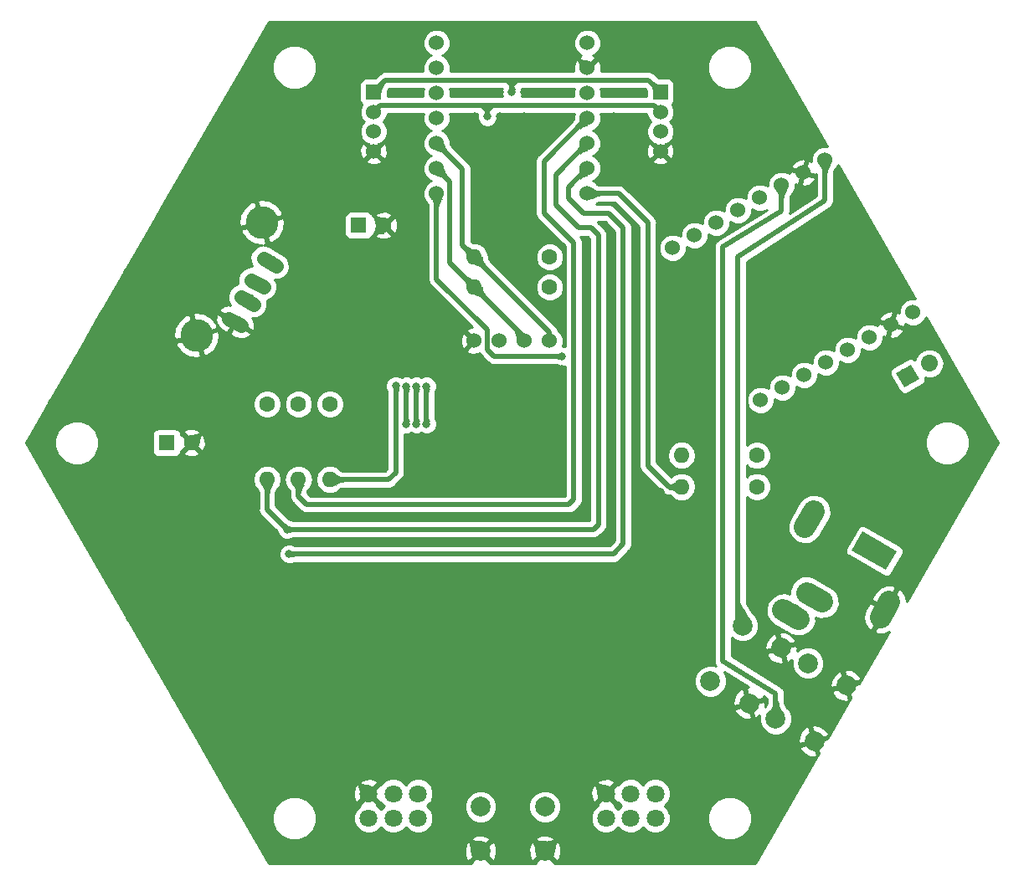
<source format=gbl>
G04 #@! TF.GenerationSoftware,KiCad,Pcbnew,(5.0.2)-1*
G04 #@! TF.CreationDate,2021-09-11T16:33:57+09:00*
G04 #@! TF.ProjectId,Pillar,50696c6c-6172-42e6-9b69-6361645f7063,rev?*
G04 #@! TF.SameCoordinates,Original*
G04 #@! TF.FileFunction,Copper,L2,Bot*
G04 #@! TF.FilePolarity,Positive*
%FSLAX46Y46*%
G04 Gerber Fmt 4.6, Leading zero omitted, Abs format (unit mm)*
G04 Created by KiCad (PCBNEW (5.0.2)-1) date 2021/09/11 16:33:57*
%MOMM*%
%LPD*%
G01*
G04 APERTURE LIST*
G04 #@! TA.AperFunction,ComponentPad*
%ADD10C,1.524000*%
G04 #@! TD*
G04 #@! TA.AperFunction,ComponentPad*
%ADD11C,1.600000*%
G04 #@! TD*
G04 #@! TA.AperFunction,ComponentPad*
%ADD12R,1.600000X1.600000*%
G04 #@! TD*
G04 #@! TA.AperFunction,ComponentPad*
%ADD13C,1.800000*%
G04 #@! TD*
G04 #@! TA.AperFunction,ComponentPad*
%ADD14C,2.000000*%
G04 #@! TD*
G04 #@! TA.AperFunction,ComponentPad*
%ADD15R,1.524000X1.524000*%
G04 #@! TD*
G04 #@! TA.AperFunction,ComponentPad*
%ADD16C,3.314700*%
G04 #@! TD*
G04 #@! TA.AperFunction,ComponentPad*
%ADD17C,1.457960*%
G04 #@! TD*
G04 #@! TA.AperFunction,Conductor*
%ADD18C,1.457960*%
G04 #@! TD*
G04 #@! TA.AperFunction,ComponentPad*
%ADD19C,2.200000*%
G04 #@! TD*
G04 #@! TA.AperFunction,Conductor*
%ADD20C,0.100000*%
G04 #@! TD*
G04 #@! TA.AperFunction,Conductor*
%ADD21C,2.200000*%
G04 #@! TD*
G04 #@! TA.AperFunction,ComponentPad*
%ADD22C,1.700000*%
G04 #@! TD*
G04 #@! TA.AperFunction,Conductor*
%ADD23C,1.700000*%
G04 #@! TD*
G04 #@! TA.AperFunction,ComponentPad*
%ADD24O,1.600000X1.600000*%
G04 #@! TD*
G04 #@! TA.AperFunction,ViaPad*
%ADD25C,0.800000*%
G04 #@! TD*
G04 #@! TA.AperFunction,Conductor*
%ADD26C,0.250000*%
G04 #@! TD*
G04 #@! TA.AperFunction,Conductor*
%ADD27C,1.000000*%
G04 #@! TD*
G04 #@! TA.AperFunction,Conductor*
%ADD28C,0.500000*%
G04 #@! TD*
G04 #@! TA.AperFunction,Conductor*
%ADD29C,0.254000*%
G04 #@! TD*
G04 #@! TA.AperFunction,Conductor*
%ADD30C,0.025400*%
G04 #@! TD*
G04 APERTURE END LIST*
D10*
G04 #@! TO.P,U3,2*
G04 #@! TO.N,3V3*
X128730000Y-94664000D03*
G04 #@! TO.P,U3,3*
G04 #@! TO.N,SCL*
X131270000Y-94664000D03*
G04 #@! TO.P,U3,4*
G04 #@! TO.N,SDA*
X133810000Y-94664000D03*
G04 #@! TO.P,U3,1*
G04 #@! TO.N,GND*
X126190000Y-94664000D03*
G04 #@! TD*
D11*
G04 #@! TO.P,C1,2*
G04 #@! TO.N,GND*
X117000000Y-83000000D03*
D12*
G04 #@! TO.P,C1,1*
G04 #@! TO.N,5V*
X114500000Y-83000000D03*
G04 #@! TD*
D13*
G04 #@! TO.P,RV1,4*
G04 #@! TO.N,GND*
X115500000Y-140500000D03*
G04 #@! TO.P,RV1,5*
G04 #@! TO.N,RV_B*
X118000000Y-140500000D03*
G04 #@! TO.P,RV1,6*
G04 #@! TO.N,3V3*
X120500000Y-140500000D03*
G04 #@! TO.P,RV1,1*
G04 #@! TO.N,Net-(RV1-Pad1)*
X115500000Y-143000000D03*
G04 #@! TO.P,RV1,2*
G04 #@! TO.N,Net-(RV1-Pad2)*
X118000000Y-143000000D03*
G04 #@! TO.P,RV1,3*
G04 #@! TO.N,Net-(RV1-Pad3)*
X120500000Y-143000000D03*
G04 #@! TD*
G04 #@! TO.P,RV2,3*
G04 #@! TO.N,Net-(RV2-Pad3)*
X144500000Y-143000000D03*
G04 #@! TO.P,RV2,2*
G04 #@! TO.N,Net-(RV2-Pad2)*
X142000000Y-143000000D03*
G04 #@! TO.P,RV2,1*
G04 #@! TO.N,Net-(RV2-Pad1)*
X139500000Y-143000000D03*
G04 #@! TO.P,RV2,6*
G04 #@! TO.N,3V3*
X144500000Y-140500000D03*
G04 #@! TO.P,RV2,5*
G04 #@! TO.N,RV_V*
X142000000Y-140500000D03*
G04 #@! TO.P,RV2,4*
G04 #@! TO.N,GND*
X139500000Y-140500000D03*
G04 #@! TD*
D10*
G04 #@! TO.P,U2,1*
G04 #@! TO.N,5V*
X155144705Y-100678966D03*
G04 #@! TO.P,U2,2*
G04 #@! TO.N,Net-(R6-Pad1)*
X157344409Y-99408966D03*
G04 #@! TO.P,U2,5*
G04 #@! TO.N,Net-(CN4-PadT)*
X163943523Y-95598966D03*
G04 #@! TO.P,U2,3*
G04 #@! TO.N,Net-(R7-Pad1)*
X159544114Y-98138966D03*
G04 #@! TO.P,U2,4*
G04 #@! TO.N,Net-(CN4-PadR)*
X161743818Y-96868966D03*
G04 #@! TO.P,U2,6*
G04 #@! TO.N,Net-(J1-Pad1)*
X166143227Y-94328966D03*
G04 #@! TO.P,U2,7*
G04 #@! TO.N,GND*
X168342932Y-93058966D03*
G04 #@! TO.P,U2,8*
G04 #@! TO.N,Net-(J1-Pad2)*
X170542636Y-91788966D03*
G04 #@! TO.P,U2,9*
G04 #@! TO.N,Net-(SW3-Pad1)*
X161652636Y-76391034D03*
G04 #@! TO.P,U2,10*
G04 #@! TO.N,GND*
X159452932Y-77661034D03*
G04 #@! TO.P,U2,11*
G04 #@! TO.N,Net-(SW2-Pad1)*
X157253227Y-78931034D03*
G04 #@! TO.P,U2,13*
G04 #@! TO.N,Net-(U2-Pad13)*
X152853818Y-81471034D03*
G04 #@! TO.P,U2,12*
G04 #@! TO.N,Net-(U2-Pad12)*
X155053523Y-80201034D03*
G04 #@! TO.P,U2,14*
G04 #@! TO.N,Net-(U2-Pad14)*
X150654114Y-82741034D03*
G04 #@! TO.P,U2,15*
G04 #@! TO.N,N/C*
X148454409Y-84011034D03*
G04 #@! TO.P,U2,16*
X146254705Y-85281034D03*
G04 #@! TD*
D14*
G04 #@! TO.P,SW1,2*
G04 #@! TO.N,GND*
X126825000Y-146330000D03*
G04 #@! TO.P,SW1,1*
G04 #@! TO.N,Net-(SW1-Pad1)*
X126825000Y-141830000D03*
G04 #@! TO.P,SW1,2*
G04 #@! TO.N,GND*
X133325000Y-146330000D03*
G04 #@! TO.P,SW1,1*
G04 #@! TO.N,Net-(SW1-Pad1)*
X133325000Y-141830000D03*
G04 #@! TD*
D15*
G04 #@! TO.P,CN1,1*
G04 #@! TO.N,SCL*
X116000000Y-69500000D03*
D10*
G04 #@! TO.P,CN1,2*
G04 #@! TO.N,SDA*
X116000000Y-71500000D03*
G04 #@! TO.P,CN1,3*
G04 #@! TO.N,5V*
X116000000Y-73500000D03*
G04 #@! TO.P,CN1,4*
G04 #@! TO.N,GND*
X116000000Y-75500000D03*
G04 #@! TD*
G04 #@! TO.P,CN2,4*
G04 #@! TO.N,GND*
X145000000Y-75500000D03*
G04 #@! TO.P,CN2,3*
G04 #@! TO.N,5V*
X145000000Y-73500000D03*
G04 #@! TO.P,CN2,2*
G04 #@! TO.N,SDA*
X145000000Y-71500000D03*
D15*
G04 #@! TO.P,CN2,1*
G04 #@! TO.N,SCL*
X145000000Y-69500000D03*
G04 #@! TD*
D16*
G04 #@! TO.P,CN3,5*
G04 #@! TO.N,GND*
X98100000Y-94115768D03*
X104700000Y-82684232D03*
D17*
G04 #@! TO.P,CN3,4*
X101996929Y-92786089D03*
D18*
G04 #@! TD*
G04 #@! TO.N,GND*
G04 #@! TO.C,CN3*
X101365614Y-92421599D02*
X102628244Y-93150579D01*
D17*
G04 #@! TO.P,CN3,3*
G04 #@! TO.N,Net-(CN3-Pad3)*
X103246929Y-90621025D03*
D18*
G04 #@! TD*
G04 #@! TO.N,Net-(CN3-Pad3)*
G04 #@! TO.C,CN3*
X102615614Y-90256535D02*
X103878244Y-90985515D01*
D17*
G04 #@! TO.P,CN3,2*
G04 #@! TO.N,Net-(CN3-Pad2)*
X104246929Y-88888975D03*
D18*
G04 #@! TD*
G04 #@! TO.N,Net-(CN3-Pad2)*
G04 #@! TO.C,CN3*
X103615614Y-88524485D02*
X104878244Y-89253465D01*
D17*
G04 #@! TO.P,CN3,1*
G04 #@! TO.N,5V*
X105496929Y-86723911D03*
D18*
G04 #@! TD*
G04 #@! TO.N,5V*
G04 #@! TO.C,CN3*
X104865614Y-86359421D02*
X106128244Y-87088401D01*
D19*
G04 #@! TO.P,CN4,T*
G04 #@! TO.N,Net-(CN4-PadT)*
X166655000Y-115940000D03*
D20*
G04 #@! TD*
G04 #@! TO.N,Net-(CN4-PadT)*
G04 #@! TO.C,CN4*
G36*
X168937051Y-115987372D02*
X167837051Y-117892628D01*
X164372949Y-115892628D01*
X165472949Y-113987372D01*
X168937051Y-115987372D01*
X168937051Y-115987372D01*
G37*
D19*
G04 #@! TO.P,CN4,TN*
G04 #@! TO.N,Net-(CN4-PadT)*
X160083015Y-112723013D03*
D21*
G04 #@! TD*
G04 #@! TO.N,Net-(CN4-PadT)*
G04 #@! TO.C,CN4*
X160533015Y-111943590D02*
X159633015Y-113502436D01*
D19*
G04 #@! TO.P,CN4,RN*
G04 #@! TO.N,Net-(CN4-PadR)*
X160593526Y-120638780D03*
D21*
G04 #@! TD*
G04 #@! TO.N,Net-(CN4-PadR)*
G04 #@! TO.C,CN4*
X161372949Y-121088780D02*
X159814103Y-120188780D01*
D19*
G04 #@! TO.P,CN4,R*
G04 #@! TO.N,Net-(CN4-PadR)*
X158204296Y-122377049D03*
D21*
G04 #@! TD*
G04 #@! TO.N,Net-(CN4-PadR)*
G04 #@! TO.C,CN4*
X158983719Y-122827049D02*
X157424873Y-121927049D01*
D19*
G04 #@! TO.P,CN4,S*
G04 #@! TO.N,GND*
X167732499Y-121873717D03*
D21*
G04 #@! TD*
G04 #@! TO.N,GND*
G04 #@! TO.C,CN4*
X167282499Y-122653140D02*
X168182499Y-121094294D01*
D22*
G04 #@! TO.P,J1,1*
G04 #@! TO.N,Net-(J1-Pad1)*
X170000000Y-98250000D03*
D20*
G04 #@! TD*
G04 #@! TO.N,Net-(J1-Pad1)*
G04 #@! TO.C,J1*
G36*
X171161122Y-98561122D02*
X169688878Y-99411122D01*
X168838878Y-97938878D01*
X170311122Y-97088878D01*
X171161122Y-98561122D01*
X171161122Y-98561122D01*
G37*
D22*
G04 #@! TO.P,J1,2*
G04 #@! TO.N,Net-(J1-Pad2)*
X172199705Y-96980000D03*
D23*
G04 #@! TD*
G04 #@! TO.N,Net-(J1-Pad2)*
G04 #@! TO.C,J1*
X172199705Y-96980000D02*
X172199705Y-96980000D01*
D11*
G04 #@! TO.P,R1,1*
G04 #@! TO.N,3V3*
X133810000Y-86196000D03*
D24*
G04 #@! TO.P,R1,2*
G04 #@! TO.N,SDA*
X126190000Y-86196000D03*
G04 #@! TD*
G04 #@! TO.P,R2,2*
G04 #@! TO.N,SCL*
X126190000Y-89244000D03*
D11*
G04 #@! TO.P,R2,1*
G04 #@! TO.N,3V3*
X133810000Y-89244000D03*
G04 #@! TD*
D24*
G04 #@! TO.P,R3,2*
G04 #@! TO.N,CS*
X111585000Y-108714057D03*
D11*
G04 #@! TO.P,R3,1*
G04 #@! TO.N,3V3*
X111585000Y-101094057D03*
G04 #@! TD*
G04 #@! TO.P,R4,1*
G04 #@! TO.N,3V3*
X108410000Y-101094057D03*
D24*
G04 #@! TO.P,R4,2*
G04 #@! TO.N,MOSI*
X108410000Y-108714057D03*
G04 #@! TD*
D11*
G04 #@! TO.P,R5,1*
G04 #@! TO.N,3V3*
X105235000Y-101094057D03*
D24*
G04 #@! TO.P,R5,2*
G04 #@! TO.N,MISO*
X105235000Y-108714057D03*
G04 #@! TD*
D11*
G04 #@! TO.P,R6,1*
G04 #@! TO.N,Net-(R6-Pad1)*
X154765000Y-106270000D03*
D24*
G04 #@! TO.P,R6,2*
G04 #@! TO.N,TXD*
X147145000Y-106270000D03*
G04 #@! TD*
G04 #@! TO.P,R7,2*
G04 #@! TO.N,RXD*
X147145000Y-109445000D03*
D11*
G04 #@! TO.P,R7,1*
G04 #@! TO.N,Net-(R7-Pad1)*
X154765000Y-109445000D03*
G04 #@! TD*
D12*
G04 #@! TO.P,C2,1*
G04 #@! TO.N,3V3*
X95075000Y-105000000D03*
D11*
G04 #@! TO.P,C2,2*
G04 #@! TO.N,GND*
X97575000Y-105000000D03*
G04 #@! TD*
D14*
G04 #@! TO.P,SW2,2*
G04 #@! TO.N,GND*
X160567114Y-135190000D03*
G04 #@! TO.P,SW2,1*
G04 #@! TO.N,Net-(SW2-Pad1)*
X156670000Y-132940000D03*
G04 #@! TO.P,SW2,2*
G04 #@! TO.N,GND*
X163817114Y-129560835D03*
G04 #@! TO.P,SW2,1*
G04 #@! TO.N,Net-(SW2-Pad1)*
X159920000Y-127310835D03*
G04 #@! TD*
G04 #@! TO.P,SW3,1*
G04 #@! TO.N,Net-(SW3-Pad1)*
X153316000Y-123500835D03*
G04 #@! TO.P,SW3,2*
G04 #@! TO.N,GND*
X157213114Y-125750835D03*
G04 #@! TO.P,SW3,1*
G04 #@! TO.N,Net-(SW3-Pad1)*
X150066000Y-129130000D03*
G04 #@! TO.P,SW3,2*
G04 #@! TO.N,GND*
X153963114Y-131380000D03*
G04 #@! TD*
D10*
G04 #@! TO.P,U1,14*
G04 #@! TO.N,5V*
X137620000Y-64540000D03*
G04 #@! TO.P,U1,13*
G04 #@! TO.N,GND*
X137620000Y-67080000D03*
G04 #@! TO.P,U1,12*
G04 #@! TO.N,3V3*
X137620000Y-69620000D03*
G04 #@! TO.P,U1,11*
G04 #@! TO.N,MOSI*
X137620000Y-72160000D03*
G04 #@! TO.P,U1,10*
G04 #@! TO.N,MISO*
X137620000Y-74700000D03*
G04 #@! TO.P,U1,9*
G04 #@! TO.N,SCK*
X137620000Y-77240000D03*
G04 #@! TO.P,U1,8*
G04 #@! TO.N,RXD*
X137620000Y-79780000D03*
G04 #@! TO.P,U1,7*
G04 #@! TO.N,TXD*
X122380000Y-79780000D03*
G04 #@! TO.P,U1,6*
G04 #@! TO.N,SCL*
X122380000Y-77240000D03*
G04 #@! TO.P,U1,5*
G04 #@! TO.N,SDA*
X122380000Y-74700000D03*
G04 #@! TO.P,U1,4*
G04 #@! TO.N,RV_B*
X122380000Y-72160000D03*
G04 #@! TO.P,U1,3*
G04 #@! TO.N,CS*
X122380000Y-69620000D03*
G04 #@! TO.P,U1,2*
G04 #@! TO.N,Net-(SW1-Pad1)*
X122380000Y-67080000D03*
G04 #@! TO.P,U1,1*
G04 #@! TO.N,RV_V*
X122380000Y-64540000D03*
G04 #@! TD*
D25*
G04 #@! TO.N,GND*
X105616000Y-62836000D03*
X81232000Y-105000000D03*
X105616000Y-147164000D03*
X154384000Y-147164000D03*
X178768000Y-105000000D03*
X154384000Y-62836000D03*
X103330000Y-66900000D03*
X101044000Y-70710000D03*
X98758000Y-74774000D03*
X88598000Y-92300000D03*
X86058000Y-96618000D03*
X83518000Y-100936000D03*
X83518000Y-109064000D03*
X86058000Y-113382000D03*
X88598000Y-117700000D03*
X98758000Y-135226000D03*
X101044000Y-139036000D03*
X103330000Y-143100000D03*
X111204000Y-147164000D03*
X149558000Y-147164000D03*
X172672000Y-115668000D03*
X174704000Y-112112000D03*
X176736000Y-108556000D03*
X156670000Y-143100000D03*
X158956000Y-139036000D03*
X176736000Y-101444000D03*
X174704000Y-97888000D03*
X172164000Y-93570000D03*
X160988000Y-74012000D03*
X158956000Y-70456000D03*
X156670000Y-66646000D03*
X110696000Y-62836000D03*
X169624000Y-89252000D03*
X167592000Y-85696000D03*
X165560000Y-82140000D03*
X163274000Y-78330000D03*
X170386000Y-119478000D03*
X166322000Y-126336000D03*
X162766000Y-132686000D03*
X130000000Y-147164000D03*
X93678000Y-126590000D03*
X95964000Y-130654000D03*
X91392000Y-122780000D03*
X96218000Y-79092000D03*
X93678000Y-83410000D03*
X91138000Y-87728000D03*
X115268000Y-62836000D03*
X119332000Y-62836000D03*
X125428000Y-62836000D03*
X130000000Y-62836000D03*
X134826000Y-62836000D03*
X139906000Y-62836000D03*
X144478000Y-62836000D03*
X149304000Y-62836000D03*
X124412000Y-147164000D03*
X135842000Y-147164000D03*
X170132000Y-95856000D03*
X162766000Y-98650000D03*
X162766000Y-106016000D03*
X159718000Y-109318000D03*
X156670000Y-112366000D03*
X160734000Y-99920000D03*
X160734000Y-105000000D03*
X157432000Y-108302000D03*
X154130000Y-111604000D03*
X154130000Y-116938000D03*
X156670000Y-116938000D03*
X165052000Y-97380000D03*
X165052000Y-107032000D03*
X162004000Y-110334000D03*
X158448000Y-101190000D03*
X158448000Y-103984000D03*
X135000000Y-110000000D03*
X142500000Y-85000000D03*
X142500000Y-87500000D03*
X142500000Y-90000000D03*
X142500000Y-92500000D03*
X140000000Y-85000000D03*
X140000000Y-87500000D03*
X140000000Y-90000000D03*
X140000000Y-92500000D03*
X137500000Y-85000000D03*
X137500000Y-87500000D03*
X137500000Y-90000000D03*
X137500000Y-92500000D03*
X137500000Y-95000000D03*
X140000000Y-95000000D03*
X142500000Y-95000000D03*
X137500000Y-97500000D03*
X140000000Y-97500000D03*
X137500000Y-102500000D03*
X140000000Y-102500000D03*
X140000000Y-105000000D03*
X142500000Y-105000000D03*
X137500000Y-105000000D03*
X137500000Y-107500000D03*
X140000000Y-107500000D03*
X142500000Y-107500000D03*
X137500000Y-100000000D03*
X140000000Y-100000000D03*
X142500000Y-110000000D03*
X137500000Y-110000000D03*
X140000000Y-110000000D03*
X140000000Y-112500000D03*
X137500000Y-112500000D03*
X142500000Y-112500000D03*
X140000000Y-115000000D03*
X137500000Y-115000000D03*
X142500000Y-115000000D03*
X135000000Y-112500000D03*
X132500000Y-117500000D03*
X132500000Y-112500000D03*
X132500000Y-115000000D03*
X132500000Y-110000000D03*
X130000000Y-110000000D03*
X130000000Y-117500000D03*
X130000000Y-115000000D03*
X130000000Y-112500000D03*
X127500000Y-112500000D03*
X127500000Y-110000000D03*
X127500000Y-117500000D03*
X127500000Y-115000000D03*
X125000000Y-112500000D03*
X125000000Y-115000000D03*
X125000000Y-110000000D03*
X125000000Y-117500000D03*
X122500000Y-117500000D03*
X122500000Y-112500000D03*
X122500000Y-110000000D03*
X122500000Y-115000000D03*
X117500000Y-117500000D03*
X117500000Y-112500000D03*
X117500000Y-115000000D03*
X117500000Y-110000000D03*
X115000000Y-110000000D03*
X115000000Y-112500000D03*
X115000000Y-115000000D03*
X115000000Y-117500000D03*
X135000000Y-115000000D03*
X135000000Y-117500000D03*
X137500000Y-117500000D03*
X140000000Y-117500000D03*
X142500000Y-117500000D03*
X135000000Y-105000000D03*
X135000000Y-107500000D03*
X135000000Y-100000000D03*
X135000000Y-97500000D03*
X135000000Y-102500000D03*
X110000000Y-112500000D03*
X110000000Y-115000000D03*
X128750000Y-69500000D03*
X131250000Y-69500000D03*
X131250000Y-72000000D03*
X128750000Y-72000000D03*
X131250000Y-67000000D03*
X128750000Y-67000000D03*
X133750000Y-69500000D03*
X133750000Y-67000000D03*
X126250000Y-67000000D03*
X126250000Y-69500000D03*
X140250000Y-69500000D03*
X140250000Y-67000000D03*
X119750000Y-67000000D03*
X119750000Y-69500000D03*
X135000000Y-92500000D03*
X128750000Y-74500000D03*
X128750000Y-77000000D03*
X128750000Y-79500000D03*
X128750000Y-82000000D03*
X126250000Y-77000000D03*
X126250000Y-74500000D03*
X126250000Y-72000000D03*
X131250000Y-77000000D03*
X131250000Y-82000000D03*
X131250000Y-74500000D03*
X131250000Y-79500000D03*
X128750000Y-84500000D03*
X131250000Y-84500000D03*
X131250000Y-87000000D03*
X124412000Y-140306000D03*
X135842000Y-140306000D03*
X130000000Y-140306000D03*
X121618000Y-137512000D03*
X155908000Y-102714000D03*
X126210000Y-79500000D03*
X126210000Y-82000000D03*
X126210000Y-84500000D03*
X140250000Y-71980000D03*
X130000000Y-135000000D03*
X140000000Y-135000000D03*
X150000000Y-135000000D03*
X150000000Y-125000000D03*
X140000000Y-125000000D03*
X130000000Y-125000000D03*
X110000000Y-125000000D03*
X110000000Y-135000000D03*
X100000000Y-125000000D03*
X100000000Y-105000000D03*
X90000000Y-105000000D03*
X110000000Y-105000000D03*
X130000000Y-105000000D03*
X150000000Y-115000000D03*
X150000000Y-105000000D03*
X150000000Y-95000000D03*
X160000000Y-95000000D03*
X160000000Y-85000000D03*
X150000000Y-75000000D03*
X110000000Y-75000000D03*
X110000000Y-85000000D03*
X110000000Y-95000000D03*
X100000000Y-85000000D03*
X130000000Y-120000000D03*
X125000000Y-120000000D03*
X135000000Y-120000000D03*
X135000000Y-125000000D03*
X135000000Y-130000000D03*
X135000000Y-135000000D03*
X125000000Y-135000000D03*
X125000000Y-130000000D03*
X125000000Y-125000000D03*
X140000000Y-120000000D03*
X140000000Y-130000000D03*
X110000000Y-130000000D03*
X115000000Y-135000000D03*
X105000000Y-135000000D03*
X105000000Y-130000000D03*
X105000000Y-125000000D03*
X115000000Y-130000000D03*
X115000000Y-125000000D03*
X115000000Y-120000000D03*
X110000000Y-120000000D03*
X105000000Y-120000000D03*
X100000000Y-120000000D03*
X95000000Y-120000000D03*
X90000000Y-115000000D03*
X90000000Y-110000000D03*
X100000000Y-110000000D03*
X105000000Y-105000000D03*
X115000000Y-105000000D03*
X125000000Y-105000000D03*
X125000000Y-100000000D03*
X150000000Y-120000000D03*
X160000000Y-90000000D03*
X165000000Y-90000000D03*
X155000000Y-90000000D03*
X150000000Y-90000000D03*
X155000000Y-95000000D03*
X170000000Y-105000000D03*
X170000000Y-110000000D03*
X130000000Y-130000000D03*
X100000000Y-130000000D03*
X90000000Y-100000000D03*
X95000000Y-100000000D03*
X95000000Y-95000000D03*
X90000000Y-95000000D03*
X105000000Y-95000000D03*
X115000000Y-95000000D03*
X115000000Y-90000000D03*
X110000000Y-90000000D03*
X95000000Y-90000000D03*
X100000000Y-90000000D03*
X100000000Y-80000000D03*
X95000000Y-85000000D03*
X105000000Y-80000000D03*
X110000000Y-80000000D03*
X105000000Y-75000000D03*
X105000000Y-70000000D03*
X110000000Y-70000000D03*
X155000000Y-75000000D03*
X155000000Y-70000000D03*
X150000000Y-70000000D03*
X150000000Y-80000000D03*
X165000000Y-120000000D03*
X155000000Y-140000000D03*
X145000000Y-115000000D03*
X145000000Y-120000000D03*
X145000000Y-125000000D03*
X145000000Y-130000000D03*
X145000000Y-135000000D03*
X145000000Y-110000000D03*
X145000000Y-105000000D03*
X142500000Y-100000000D03*
X115000000Y-100000000D03*
G04 #@! TO.N,TXD*
X135080000Y-96250000D03*
G04 #@! TO.N,SCL*
X130000000Y-69500000D03*
G04 #@! TO.N,SDA*
X127500000Y-72000000D03*
G04 #@! TO.N,CS*
X118250000Y-99250000D03*
G04 #@! TO.N,MISO*
X107250000Y-113750000D03*
G04 #@! TO.N,Net-(SW1-Pad1)*
X120348000Y-99285000D03*
X120348000Y-103095000D03*
G04 #@! TO.N,RV_B*
X119332000Y-99285000D03*
X119332000Y-103095000D03*
G04 #@! TO.N,RV_V*
X121364000Y-99285000D03*
X121364000Y-103095000D03*
G04 #@! TO.N,SCK*
X107455300Y-116250000D03*
G04 #@! TD*
D26*
G04 #@! TO.N,GND*
X97575000Y-94640768D02*
X98100000Y-94115768D01*
X115500000Y-140500000D02*
X113528000Y-138528000D01*
X113528000Y-138528000D02*
X112728000Y-138528000D01*
X112728000Y-138528000D02*
X111712000Y-139544000D01*
X111712000Y-139544000D02*
X111712000Y-144116000D01*
X111712000Y-144116000D02*
X112220000Y-144624000D01*
X125119000Y-144624000D02*
X126825000Y-146330000D01*
X112220000Y-144624000D02*
X125119000Y-144624000D01*
X131619000Y-144624000D02*
X133325000Y-146330000D01*
X125119000Y-144624000D02*
X131619000Y-144624000D01*
X133325000Y-146330000D02*
X136047000Y-143608000D01*
X136971000Y-139128000D02*
X136047000Y-140052000D01*
X138128000Y-139128000D02*
X136971000Y-139128000D01*
X136047000Y-143608000D02*
X136047000Y-140052000D01*
X138128000Y-139128000D02*
X139500000Y-140500000D01*
X117000000Y-83000000D02*
X116200001Y-83799999D01*
X110750000Y-76750000D02*
X117000000Y-83000000D01*
X110696000Y-76696000D02*
X110750000Y-76750000D01*
X110696000Y-65884000D02*
X110696000Y-76696000D01*
X113744000Y-62836000D02*
X110696000Y-65884000D01*
X133376000Y-62836000D02*
X113744000Y-62836000D01*
X137620000Y-67080000D02*
X133376000Y-62836000D01*
X115776000Y-84224000D02*
X117000000Y-83000000D01*
X97575000Y-105000000D02*
X115776000Y-86799000D01*
X115776000Y-86799000D02*
X115776000Y-84224000D01*
D27*
G04 #@! TO.N,3V3*
X111680943Y-101190000D02*
X111585000Y-101094057D01*
D28*
G04 #@! TO.N,TXD*
X127517999Y-95545999D02*
X128222000Y-96250000D01*
X127517999Y-93570000D02*
X127517999Y-95545999D01*
X122380000Y-88432001D02*
X127517999Y-93570000D01*
X122380000Y-79780000D02*
X122380000Y-88432001D01*
X128222000Y-96250000D02*
X135080000Y-96250000D01*
G04 #@! TO.N,RXD*
X145875000Y-109445000D02*
X147145000Y-109445000D01*
X143750000Y-107320000D02*
X145875000Y-109445000D01*
X143750000Y-82750000D02*
X143750000Y-107320000D01*
X137620000Y-79780000D02*
X140780000Y-79780000D01*
X140780000Y-79780000D02*
X143750000Y-82750000D01*
G04 #@! TO.N,SCL*
X131270000Y-94324000D02*
X131270000Y-94664000D01*
X130042001Y-68750000D02*
X130500000Y-68292001D01*
X130000000Y-68750000D02*
X130042001Y-68750000D01*
X130000000Y-68292001D02*
X130500000Y-68292001D01*
X130000000Y-68750000D02*
X130000000Y-68292001D01*
X130000000Y-69500000D02*
X130000000Y-68750000D01*
X129957999Y-68750000D02*
X129500000Y-68292001D01*
X130000000Y-68750000D02*
X129957999Y-68750000D01*
X129500000Y-68292001D02*
X130000000Y-68292001D01*
X117207999Y-68292001D02*
X116000000Y-69500000D01*
X129500000Y-68292001D02*
X117207999Y-68292001D01*
X144250000Y-68750000D02*
X145000000Y-69500000D01*
X130500000Y-68292001D02*
X143792001Y-68292001D01*
X143792001Y-68292001D02*
X144250000Y-68750000D01*
X126190000Y-89244000D02*
X131270000Y-94324000D01*
X122380000Y-77240000D02*
X123724000Y-78584000D01*
X123724000Y-86778000D02*
X126190000Y-89244000D01*
X123724000Y-78584000D02*
X123724000Y-86778000D01*
G04 #@! TO.N,SDA*
X116667999Y-70832001D02*
X116000000Y-71500000D01*
X145000000Y-71500000D02*
X144332001Y-70832001D01*
X127500000Y-71332001D02*
X128000000Y-70832001D01*
X128000000Y-70832001D02*
X127500000Y-70832001D01*
X144332001Y-70832001D02*
X128000000Y-70832001D01*
X127500000Y-71500000D02*
X127500000Y-70832001D01*
X127500000Y-72000000D02*
X127500000Y-71500000D01*
X127500000Y-71332001D02*
X127000000Y-70832001D01*
X127500000Y-71500000D02*
X127500000Y-71332001D01*
X127500000Y-70832001D02*
X127000000Y-70832001D01*
X127000000Y-70832001D02*
X116667999Y-70832001D01*
X133810000Y-93816000D02*
X133810000Y-94664000D01*
X126190000Y-86196000D02*
X133810000Y-93816000D01*
X124994000Y-77314000D02*
X124994000Y-85000000D01*
X124994000Y-85000000D02*
X126190000Y-86196000D01*
X122380000Y-74700000D02*
X124994000Y-77314000D01*
G04 #@! TO.N,CS*
X117535943Y-108714057D02*
X111585000Y-108714057D01*
X118250000Y-99250000D02*
X118250000Y-108000000D01*
X118250000Y-108000000D02*
X117535943Y-108714057D01*
G04 #@! TO.N,MOSI*
X133250000Y-81750000D02*
X136250000Y-84750000D01*
X109250000Y-111250000D02*
X108410000Y-110410000D01*
X108410000Y-110410000D02*
X108410000Y-108714057D01*
X137620000Y-72160000D02*
X133250000Y-76530000D01*
X136250000Y-110750000D02*
X135750000Y-111250000D01*
X135750000Y-111250000D02*
X109250000Y-111250000D01*
X136250000Y-84750000D02*
X136250000Y-110750000D01*
X133250000Y-76530000D02*
X133250000Y-81750000D01*
G04 #@! TO.N,MISO*
X105235000Y-111735000D02*
X107250000Y-113750000D01*
X105235000Y-108714057D02*
X105235000Y-111735000D01*
X136750000Y-83241998D02*
X137991998Y-83241998D01*
X137991998Y-83241998D02*
X138750000Y-84000000D01*
X138750000Y-113250000D02*
X138250000Y-113750000D01*
X109000000Y-113750000D02*
X107250000Y-113750000D01*
X138250000Y-113750000D02*
X109000000Y-113750000D01*
X138750000Y-84000000D02*
X138750000Y-113250000D01*
X134445000Y-80936998D02*
X136750000Y-83241998D01*
X134445000Y-77875000D02*
X134445000Y-80936998D01*
X137620000Y-74700000D02*
X134445000Y-77875000D01*
G04 #@! TO.N,Net-(SW1-Pad1)*
X120348000Y-99285000D02*
X120348000Y-103095000D01*
G04 #@! TO.N,RV_B*
X119332000Y-103095000D02*
X119332000Y-99285000D01*
G04 #@! TO.N,RV_V*
X121364000Y-99285000D02*
X121364000Y-103095000D01*
G04 #@! TO.N,SCK*
X135715000Y-80235000D02*
X137250000Y-81770000D01*
X135715000Y-79145000D02*
X135715000Y-80235000D01*
X137250000Y-81770000D02*
X139770000Y-81770000D01*
X139770000Y-81770000D02*
X141250000Y-83250000D01*
X141250000Y-115250000D02*
X140250000Y-116250000D01*
X140250000Y-116250000D02*
X107455300Y-116250000D01*
X141250000Y-83250000D02*
X141250000Y-115250000D01*
X137620000Y-77240000D02*
X135715000Y-79145000D01*
G04 #@! TO.N,Net-(SW2-Pad1)*
X151336000Y-127098000D02*
X151336000Y-85188000D01*
X156670000Y-132940000D02*
X156670000Y-130400000D01*
X156670000Y-130400000D02*
X151336000Y-127098000D01*
X157253227Y-81493273D02*
X157253227Y-78931034D01*
X157114500Y-81632000D02*
X157253227Y-81493273D01*
X151336000Y-85188000D02*
X157114500Y-81632000D01*
G04 #@! TO.N,Net-(SW3-Pad1)*
X152860000Y-86204000D02*
X161496000Y-80616000D01*
X153316000Y-123500835D02*
X152860000Y-123044835D01*
X152860000Y-123044835D02*
X152860000Y-86204000D01*
X161652636Y-80459364D02*
X161496000Y-80616000D01*
X161652636Y-76391034D02*
X161652636Y-80459364D01*
G04 #@! TD*
D29*
G04 #@! TO.N,GND*
G36*
X161856210Y-74994034D02*
X161374755Y-74994034D01*
X160861299Y-75206714D01*
X160468316Y-75599697D01*
X160255636Y-76113153D01*
X160255636Y-76500783D01*
X160145987Y-76416646D01*
X159901518Y-76477580D01*
X159698279Y-77236079D01*
X159467073Y-77467285D01*
X159646681Y-77646893D01*
X159698280Y-77595294D01*
X160702126Y-77864274D01*
X160767636Y-77796426D01*
X160767637Y-80033183D01*
X158103040Y-81757333D01*
X158138227Y-81580438D01*
X158138227Y-81580434D01*
X158155564Y-81493273D01*
X158138227Y-81406112D01*
X158138227Y-80178146D01*
X158139873Y-80130838D01*
X158143276Y-80099324D01*
X158148317Y-80072285D01*
X158154654Y-80048878D01*
X158162190Y-80028032D01*
X158171057Y-80008741D01*
X158181710Y-79989915D01*
X158194801Y-79970708D01*
X158211152Y-79950464D01*
X158240898Y-79919020D01*
X158437547Y-79722371D01*
X158650227Y-79208915D01*
X158650227Y-78910228D01*
X159249692Y-78910228D01*
X159430942Y-79085233D01*
X159977633Y-78985238D01*
X160444443Y-78683644D01*
X160697320Y-78354089D01*
X160636386Y-78109620D01*
X159542735Y-77816577D01*
X159249692Y-78910228D01*
X158650227Y-78910228D01*
X158650227Y-78821284D01*
X158759877Y-78905422D01*
X159004346Y-78844488D01*
X159207585Y-78085989D01*
X159438791Y-77854783D01*
X159259183Y-77675175D01*
X159207584Y-77726774D01*
X158203738Y-77457794D01*
X158028733Y-77639044D01*
X158049292Y-77751442D01*
X158044564Y-77746714D01*
X157531108Y-77534034D01*
X156975346Y-77534034D01*
X156461890Y-77746714D01*
X156068907Y-78139697D01*
X155856227Y-78653153D01*
X155856227Y-79028081D01*
X155844860Y-79016714D01*
X155331404Y-78804034D01*
X154775642Y-78804034D01*
X154262186Y-79016714D01*
X153869203Y-79409697D01*
X153656523Y-79923153D01*
X153656523Y-80298082D01*
X153645155Y-80286714D01*
X153131699Y-80074034D01*
X152575937Y-80074034D01*
X152062481Y-80286714D01*
X151669498Y-80679697D01*
X151456818Y-81193153D01*
X151456818Y-81568081D01*
X151445451Y-81556714D01*
X150931995Y-81344034D01*
X150376233Y-81344034D01*
X149862777Y-81556714D01*
X149469794Y-81949697D01*
X149257114Y-82463153D01*
X149257114Y-82838082D01*
X149245746Y-82826714D01*
X148732290Y-82614034D01*
X148176528Y-82614034D01*
X147663072Y-82826714D01*
X147270089Y-83219697D01*
X147057409Y-83733153D01*
X147057409Y-84108081D01*
X147046042Y-84096714D01*
X146532586Y-83884034D01*
X145976824Y-83884034D01*
X145463368Y-84096714D01*
X145070385Y-84489697D01*
X144857705Y-85003153D01*
X144857705Y-85558915D01*
X145070385Y-86072371D01*
X145463368Y-86465354D01*
X145976824Y-86678034D01*
X146532586Y-86678034D01*
X147046042Y-86465354D01*
X147439025Y-86072371D01*
X147651705Y-85558915D01*
X147651705Y-85183987D01*
X147663072Y-85195354D01*
X148176528Y-85408034D01*
X148732290Y-85408034D01*
X149245746Y-85195354D01*
X149638729Y-84802371D01*
X149851409Y-84288915D01*
X149851409Y-83913986D01*
X149862777Y-83925354D01*
X150376233Y-84138034D01*
X150931995Y-84138034D01*
X151445451Y-83925354D01*
X151838434Y-83532371D01*
X152051114Y-83018915D01*
X152051114Y-82643987D01*
X152062481Y-82655354D01*
X152575937Y-82868034D01*
X153131699Y-82868034D01*
X153645155Y-82655354D01*
X154038138Y-82262371D01*
X154250818Y-81748915D01*
X154250818Y-81373986D01*
X154262186Y-81385354D01*
X154775642Y-81598034D01*
X155331404Y-81598034D01*
X155789256Y-81408386D01*
X151007502Y-84351004D01*
X150990691Y-84354348D01*
X150858083Y-84442954D01*
X150797939Y-84479966D01*
X150785711Y-84491312D01*
X150697952Y-84549951D01*
X150657879Y-84609924D01*
X150604999Y-84658990D01*
X150560989Y-84754930D01*
X150502349Y-84842690D01*
X150488276Y-84913439D01*
X150458201Y-84979001D01*
X150454255Y-85084477D01*
X150451001Y-85100835D01*
X150451001Y-85171446D01*
X150445038Y-85330828D01*
X150451001Y-85346898D01*
X150451000Y-126937892D01*
X150445420Y-126952809D01*
X150451000Y-127113347D01*
X150451000Y-127185164D01*
X150454025Y-127200371D01*
X150457650Y-127304670D01*
X150488042Y-127371390D01*
X150502348Y-127443309D01*
X150560335Y-127530093D01*
X150579962Y-127573179D01*
X150391222Y-127495000D01*
X149740778Y-127495000D01*
X149139847Y-127743914D01*
X148679914Y-128203847D01*
X148431000Y-128804778D01*
X148431000Y-129455222D01*
X148679914Y-130056153D01*
X149139847Y-130516086D01*
X149740778Y-130765000D01*
X150391222Y-130765000D01*
X150992153Y-130516086D01*
X151452086Y-130056153D01*
X151701000Y-129455222D01*
X151701000Y-128804778D01*
X151455911Y-128213081D01*
X153900393Y-129726333D01*
X153696801Y-129895415D01*
X154028854Y-131134652D01*
X153977255Y-131186251D01*
X154156863Y-131365859D01*
X154388068Y-131134654D01*
X155381959Y-130868342D01*
X155416746Y-130665028D01*
X155785001Y-130892995D01*
X155785001Y-131118243D01*
X155781695Y-131212968D01*
X155773320Y-131290295D01*
X155759994Y-131361586D01*
X155742034Y-131427770D01*
X155719550Y-131489834D01*
X155692379Y-131548846D01*
X155660075Y-131605845D01*
X155621966Y-131661701D01*
X155579168Y-131714651D01*
X155629471Y-131332559D01*
X155447699Y-131113687D01*
X154208462Y-131445740D01*
X154156863Y-131394141D01*
X153977255Y-131573749D01*
X154208460Y-131804954D01*
X154474772Y-132798845D01*
X154755207Y-132846828D01*
X155026088Y-132622582D01*
X155035000Y-132631494D01*
X155035000Y-133265222D01*
X155283914Y-133866153D01*
X155743847Y-134326086D01*
X156344778Y-134575000D01*
X156995222Y-134575000D01*
X157596153Y-134326086D01*
X158056086Y-133866153D01*
X158122665Y-133705415D01*
X160300801Y-133705415D01*
X160656917Y-135034457D01*
X161985959Y-134678342D01*
X162033942Y-134397907D01*
X161619165Y-133896871D01*
X161044224Y-133592701D01*
X160519673Y-133523643D01*
X160300801Y-133705415D01*
X158122665Y-133705415D01*
X158305000Y-133265222D01*
X158305000Y-132614778D01*
X158056086Y-132013847D01*
X157823965Y-131781726D01*
X157762777Y-131717060D01*
X157718033Y-131661701D01*
X157679924Y-131605845D01*
X157647620Y-131548846D01*
X157620449Y-131489834D01*
X157597965Y-131427770D01*
X157580005Y-131361586D01*
X157566679Y-131290295D01*
X157558304Y-131212968D01*
X157555000Y-131118270D01*
X157555000Y-130560108D01*
X157560580Y-130545191D01*
X157555000Y-130384652D01*
X157555000Y-130352928D01*
X162350286Y-130352928D01*
X162765063Y-130853964D01*
X163340004Y-131158134D01*
X163864555Y-131227192D01*
X164083427Y-131045420D01*
X163727311Y-129716378D01*
X162398269Y-130072493D01*
X162350286Y-130352928D01*
X157555000Y-130352928D01*
X157555000Y-130312835D01*
X157551975Y-130297628D01*
X157548350Y-130193329D01*
X157517958Y-130126609D01*
X157503652Y-130054690D01*
X157445665Y-129967907D01*
X157402401Y-129872930D01*
X157348784Y-129822915D01*
X157308049Y-129761951D01*
X157221271Y-129703967D01*
X157209936Y-129693394D01*
X157148887Y-129655602D01*
X157078060Y-129608276D01*
X162150757Y-129608276D01*
X162332529Y-129827148D01*
X163661571Y-129471032D01*
X163305456Y-128141990D01*
X163025021Y-128094007D01*
X162523985Y-128508784D01*
X162219815Y-129083725D01*
X162150757Y-129608276D01*
X157078060Y-129608276D01*
X157015310Y-129566348D01*
X156999688Y-129563241D01*
X152221000Y-126605006D01*
X152221000Y-126542928D01*
X155746286Y-126542928D01*
X156161063Y-127043964D01*
X156736004Y-127348134D01*
X157260555Y-127417192D01*
X157479427Y-127235420D01*
X157133549Y-125944584D01*
X157227255Y-125944584D01*
X157458460Y-126175789D01*
X157724772Y-127169680D01*
X158005207Y-127217663D01*
X158276088Y-126993417D01*
X158285000Y-127002329D01*
X158285000Y-127636057D01*
X158533914Y-128236988D01*
X158993847Y-128696921D01*
X159594778Y-128945835D01*
X160245222Y-128945835D01*
X160846153Y-128696921D01*
X161306086Y-128236988D01*
X161372665Y-128076250D01*
X163550801Y-128076250D01*
X163906917Y-129405292D01*
X165235959Y-129049177D01*
X165283942Y-128768742D01*
X164869165Y-128267706D01*
X164294224Y-127963536D01*
X163769673Y-127894478D01*
X163550801Y-128076250D01*
X161372665Y-128076250D01*
X161555000Y-127636057D01*
X161555000Y-126985613D01*
X161306086Y-126384682D01*
X160846153Y-125924749D01*
X160245222Y-125675835D01*
X159594778Y-125675835D01*
X158993847Y-125924749D01*
X158828570Y-126090026D01*
X158879471Y-125703394D01*
X158697699Y-125484522D01*
X157458462Y-125816575D01*
X157406863Y-125764976D01*
X157227255Y-125944584D01*
X157133549Y-125944584D01*
X157123311Y-125906378D01*
X155794269Y-126262493D01*
X155746286Y-126542928D01*
X152221000Y-126542928D01*
X152221000Y-125798276D01*
X155546757Y-125798276D01*
X155728529Y-126017148D01*
X157057571Y-125661032D01*
X156701456Y-124331990D01*
X156421021Y-124284007D01*
X155919985Y-124698784D01*
X155615815Y-125273725D01*
X155546757Y-125798276D01*
X152221000Y-125798276D01*
X152221000Y-124718074D01*
X152389847Y-124886921D01*
X152990778Y-125135835D01*
X153641222Y-125135835D01*
X154242153Y-124886921D01*
X154702086Y-124426988D01*
X154768665Y-124266250D01*
X156946801Y-124266250D01*
X157302917Y-125595292D01*
X158631959Y-125239177D01*
X158679942Y-124958742D01*
X158265165Y-124457706D01*
X157690224Y-124153536D01*
X157165673Y-124084478D01*
X156946801Y-124266250D01*
X154768665Y-124266250D01*
X154951000Y-123826057D01*
X154951000Y-123175613D01*
X154702086Y-122574682D01*
X154469595Y-122342191D01*
X154400772Y-122269653D01*
X154335167Y-122190846D01*
X154264647Y-122095777D01*
X154190271Y-121984616D01*
X154112848Y-121857589D01*
X154032987Y-121714927D01*
X154023267Y-121696150D01*
X155671017Y-121696150D01*
X155716160Y-122384897D01*
X156021439Y-123003942D01*
X156409387Y-123344163D01*
X158264205Y-124415043D01*
X158752819Y-124580905D01*
X159441567Y-124535762D01*
X160060612Y-124230482D01*
X160515709Y-123711543D01*
X160737575Y-123057948D01*
X160713938Y-122697312D01*
X161142049Y-122842636D01*
X161830797Y-122797493D01*
X162327409Y-122552590D01*
X165545766Y-122552590D01*
X165639488Y-123224863D01*
X165983343Y-123810096D01*
X166094860Y-123917947D01*
X166386951Y-123950274D01*
X167559014Y-121920202D01*
X166166445Y-121116202D01*
X165716445Y-121895625D01*
X165545766Y-122552590D01*
X162327409Y-122552590D01*
X162449842Y-122492213D01*
X162904939Y-121973274D01*
X163126805Y-121319679D01*
X163099051Y-120896232D01*
X166293445Y-120896232D01*
X167686014Y-121700232D01*
X168858076Y-119670160D01*
X168684035Y-119433365D01*
X168534874Y-119390714D01*
X167856120Y-119385543D01*
X167227054Y-119640514D01*
X166743445Y-120116809D01*
X166293445Y-120896232D01*
X163099051Y-120896232D01*
X163081662Y-120630931D01*
X162776382Y-120011887D01*
X162388435Y-119671666D01*
X160533616Y-118600786D01*
X160045002Y-118434924D01*
X159356255Y-118480067D01*
X158737210Y-118785346D01*
X158282113Y-119304286D01*
X158060247Y-119957881D01*
X158083884Y-120318517D01*
X157655772Y-120173193D01*
X156967025Y-120218336D01*
X156347980Y-120523615D01*
X155892883Y-121042555D01*
X155671017Y-121696150D01*
X154023267Y-121696150D01*
X153951212Y-121556961D01*
X153867816Y-121383776D01*
X153783170Y-121195760D01*
X153745000Y-121105473D01*
X153745000Y-115808120D01*
X163731048Y-115808120D01*
X163747570Y-116060198D01*
X163859300Y-116286765D01*
X164049229Y-116453328D01*
X167513331Y-118453328D01*
X167752543Y-118534529D01*
X168004621Y-118518007D01*
X168231188Y-118406277D01*
X168397750Y-118216348D01*
X169497750Y-116311092D01*
X169578952Y-116071880D01*
X169562430Y-115819802D01*
X169450700Y-115593235D01*
X169260771Y-115426672D01*
X165796669Y-113426672D01*
X165557457Y-113345471D01*
X165305379Y-113361993D01*
X165078812Y-113473723D01*
X164912250Y-113663652D01*
X163812250Y-115568908D01*
X163731048Y-115808120D01*
X153745000Y-115808120D01*
X153745000Y-113271537D01*
X157879159Y-113271537D01*
X157924302Y-113960284D01*
X158229581Y-114579329D01*
X158748521Y-115034426D01*
X159402116Y-115256292D01*
X160090863Y-115211149D01*
X160709908Y-114905870D01*
X161050129Y-114517922D01*
X162121009Y-112663104D01*
X162286871Y-112174490D01*
X162241728Y-111485742D01*
X161936448Y-110866697D01*
X161417509Y-110411600D01*
X160763914Y-110189734D01*
X160075166Y-110234877D01*
X159456122Y-110540157D01*
X159115901Y-110928104D01*
X158045021Y-112782923D01*
X157879159Y-113271537D01*
X153745000Y-113271537D01*
X153745000Y-110454396D01*
X153952138Y-110661534D01*
X154479561Y-110880000D01*
X155050439Y-110880000D01*
X155577862Y-110661534D01*
X155981534Y-110257862D01*
X156200000Y-109730439D01*
X156200000Y-109159561D01*
X155981534Y-108632138D01*
X155577862Y-108228466D01*
X155050439Y-108010000D01*
X154479561Y-108010000D01*
X153952138Y-108228466D01*
X153745000Y-108435604D01*
X153745000Y-107279396D01*
X153952138Y-107486534D01*
X154479561Y-107705000D01*
X155050439Y-107705000D01*
X155577862Y-107486534D01*
X155981534Y-107082862D01*
X156200000Y-106555439D01*
X156200000Y-105984561D01*
X155981534Y-105457138D01*
X155577862Y-105053466D01*
X155050439Y-104835000D01*
X154479561Y-104835000D01*
X153952138Y-105053466D01*
X153745000Y-105260604D01*
X153745000Y-104555431D01*
X171765000Y-104555431D01*
X171765000Y-105444569D01*
X172105259Y-106266026D01*
X172733974Y-106894741D01*
X173555431Y-107235000D01*
X174444569Y-107235000D01*
X175266026Y-106894741D01*
X175894741Y-106266026D01*
X176235000Y-105444569D01*
X176235000Y-104555431D01*
X175894741Y-103733974D01*
X175266026Y-103105259D01*
X174444569Y-102765000D01*
X173555431Y-102765000D01*
X172733974Y-103105259D01*
X172105259Y-103733974D01*
X171765000Y-104555431D01*
X153745000Y-104555431D01*
X153745000Y-100401085D01*
X153747705Y-100401085D01*
X153747705Y-100956847D01*
X153960385Y-101470303D01*
X154353368Y-101863286D01*
X154866824Y-102075966D01*
X155422586Y-102075966D01*
X155936042Y-101863286D01*
X156329025Y-101470303D01*
X156541705Y-100956847D01*
X156541705Y-100581919D01*
X156553072Y-100593286D01*
X157066528Y-100805966D01*
X157622290Y-100805966D01*
X158135746Y-100593286D01*
X158528729Y-100200303D01*
X158741409Y-99686847D01*
X158741409Y-99311918D01*
X158752777Y-99323286D01*
X159266233Y-99535966D01*
X159821995Y-99535966D01*
X160335451Y-99323286D01*
X160728434Y-98930303D01*
X160941114Y-98416847D01*
X160941114Y-98041919D01*
X160952481Y-98053286D01*
X161465937Y-98265966D01*
X162021699Y-98265966D01*
X162535155Y-98053286D01*
X162565055Y-98023386D01*
X168196977Y-98023386D01*
X168278178Y-98262598D01*
X169128178Y-99734842D01*
X169294741Y-99924771D01*
X169521308Y-100036501D01*
X169773386Y-100053023D01*
X170012598Y-99971822D01*
X171484842Y-99121822D01*
X171674771Y-98955259D01*
X171786501Y-98728692D01*
X171803023Y-98476614D01*
X171780662Y-98410739D01*
X172053449Y-98465000D01*
X172345961Y-98465000D01*
X172779123Y-98378839D01*
X173270330Y-98050625D01*
X173598544Y-97559418D01*
X173713797Y-96980000D01*
X173598544Y-96400582D01*
X173270330Y-95909375D01*
X172779123Y-95581161D01*
X172345961Y-95495000D01*
X172053449Y-95495000D01*
X171620287Y-95581161D01*
X171129080Y-95909375D01*
X170800866Y-96400582D01*
X170754873Y-96631803D01*
X170705259Y-96575229D01*
X170478692Y-96463499D01*
X170226614Y-96446977D01*
X169987402Y-96528178D01*
X168515158Y-97378178D01*
X168325229Y-97544741D01*
X168213499Y-97771308D01*
X168196977Y-98023386D01*
X162565055Y-98023386D01*
X162928138Y-97660303D01*
X163140818Y-97146847D01*
X163140818Y-96771918D01*
X163152186Y-96783286D01*
X163665642Y-96995966D01*
X164221404Y-96995966D01*
X164734860Y-96783286D01*
X165127843Y-96390303D01*
X165340523Y-95876847D01*
X165340523Y-95501919D01*
X165351890Y-95513286D01*
X165865346Y-95725966D01*
X166421108Y-95725966D01*
X166934564Y-95513286D01*
X167327547Y-95120303D01*
X167540227Y-94606847D01*
X167540227Y-94308160D01*
X168139692Y-94308160D01*
X168320942Y-94483165D01*
X168867633Y-94383170D01*
X169334443Y-94081576D01*
X169587320Y-93752021D01*
X169526386Y-93507552D01*
X168432735Y-93214509D01*
X168139692Y-94308160D01*
X167540227Y-94308160D01*
X167540227Y-94219216D01*
X167649877Y-94303354D01*
X167894346Y-94242420D01*
X168097585Y-93483921D01*
X168328791Y-93252715D01*
X168149183Y-93073107D01*
X168097584Y-93124706D01*
X167093738Y-92855726D01*
X166918733Y-93036976D01*
X166939292Y-93149374D01*
X166934564Y-93144646D01*
X166421108Y-92931966D01*
X165865346Y-92931966D01*
X165351890Y-93144646D01*
X164958907Y-93537629D01*
X164746227Y-94051085D01*
X164746227Y-94426013D01*
X164734860Y-94414646D01*
X164221404Y-94201966D01*
X163665642Y-94201966D01*
X163152186Y-94414646D01*
X162759203Y-94807629D01*
X162546523Y-95321085D01*
X162546523Y-95696014D01*
X162535155Y-95684646D01*
X162021699Y-95471966D01*
X161465937Y-95471966D01*
X160952481Y-95684646D01*
X160559498Y-96077629D01*
X160346818Y-96591085D01*
X160346818Y-96966013D01*
X160335451Y-96954646D01*
X159821995Y-96741966D01*
X159266233Y-96741966D01*
X158752777Y-96954646D01*
X158359794Y-97347629D01*
X158147114Y-97861085D01*
X158147114Y-98236014D01*
X158135746Y-98224646D01*
X157622290Y-98011966D01*
X157066528Y-98011966D01*
X156553072Y-98224646D01*
X156160089Y-98617629D01*
X155947409Y-99131085D01*
X155947409Y-99506013D01*
X155936042Y-99494646D01*
X155422586Y-99281966D01*
X154866824Y-99281966D01*
X154353368Y-99494646D01*
X153960385Y-99887629D01*
X153747705Y-100401085D01*
X153745000Y-100401085D01*
X153745000Y-92365911D01*
X167098544Y-92365911D01*
X167159478Y-92610380D01*
X168253129Y-92903423D01*
X168546172Y-91809772D01*
X168364922Y-91634767D01*
X167818231Y-91734762D01*
X167351421Y-92036356D01*
X167098544Y-92365911D01*
X153745000Y-92365911D01*
X153745000Y-86685464D01*
X161834669Y-81450973D01*
X161841309Y-81449652D01*
X161982198Y-81355513D01*
X162049958Y-81311668D01*
X162054685Y-81307078D01*
X162060154Y-81303424D01*
X162117124Y-81246454D01*
X162226356Y-81140396D01*
X162290685Y-81097413D01*
X162486288Y-80804674D01*
X162537636Y-80546529D01*
X162537636Y-80546525D01*
X162554973Y-80459364D01*
X162537636Y-80372203D01*
X162537636Y-77638146D01*
X162539282Y-77590838D01*
X162542685Y-77559324D01*
X162547726Y-77532285D01*
X162554063Y-77508878D01*
X162561599Y-77488032D01*
X162570466Y-77468741D01*
X162581119Y-77449915D01*
X162594210Y-77430708D01*
X162610561Y-77410464D01*
X162640307Y-77379020D01*
X162836956Y-77182371D01*
X162955047Y-76897274D01*
X170746211Y-90391966D01*
X170264755Y-90391966D01*
X169751299Y-90604646D01*
X169358316Y-90997629D01*
X169145636Y-91511085D01*
X169145636Y-91898715D01*
X169035987Y-91814578D01*
X168791518Y-91875512D01*
X168588279Y-92634011D01*
X168357073Y-92865217D01*
X168536681Y-93044825D01*
X168588280Y-92993226D01*
X169592126Y-93262206D01*
X169767131Y-93080956D01*
X169746573Y-92968560D01*
X169751299Y-92973286D01*
X170264755Y-93185966D01*
X170820517Y-93185966D01*
X171333973Y-92973286D01*
X171726956Y-92580303D01*
X171845047Y-92295206D01*
X179180163Y-105000000D01*
X169901889Y-121070442D01*
X169825510Y-120522571D01*
X169481655Y-119937338D01*
X169370138Y-119829487D01*
X169078047Y-119797160D01*
X167905984Y-121827232D01*
X167923305Y-121837232D01*
X167796305Y-122057202D01*
X167778984Y-122047202D01*
X166606922Y-124077274D01*
X166780963Y-124314069D01*
X166930124Y-124356720D01*
X167608878Y-124361891D01*
X168121537Y-124154102D01*
X165126631Y-129341431D01*
X164062462Y-129626575D01*
X164010863Y-129574976D01*
X163831255Y-129754584D01*
X164062460Y-129985789D01*
X164281863Y-130804612D01*
X161876631Y-134970596D01*
X160812462Y-135255740D01*
X160760863Y-135204141D01*
X160581255Y-135383749D01*
X160812460Y-135614954D01*
X161031863Y-136433778D01*
X154590082Y-147591270D01*
X134257724Y-147591270D01*
X134297927Y-147482532D01*
X133612785Y-146797390D01*
X133645608Y-146806206D01*
X133711498Y-146806206D01*
X133755927Y-146784262D01*
X133788577Y-146746986D01*
X133804477Y-146700053D01*
X133801206Y-146650608D01*
X133792390Y-146617785D01*
X134477532Y-147302927D01*
X134744387Y-147204264D01*
X134970908Y-146594539D01*
X134946856Y-145944540D01*
X134744387Y-145455736D01*
X134677177Y-145430887D01*
X134714510Y-145365653D01*
X134796991Y-145245117D01*
X134891097Y-145128077D01*
X134999988Y-145011285D01*
X135024431Y-144973280D01*
X135034098Y-144924679D01*
X135024431Y-144876078D01*
X134996901Y-144834876D01*
X134820124Y-144658099D01*
X134782998Y-144632342D01*
X134734766Y-144620980D01*
X134685856Y-144628940D01*
X134643716Y-144655012D01*
X134526929Y-144763896D01*
X134409882Y-144858008D01*
X134289346Y-144940489D01*
X134224113Y-144977822D01*
X134199264Y-144910613D01*
X133589539Y-144684092D01*
X132939540Y-144708144D01*
X132450736Y-144910613D01*
X132425887Y-144977822D01*
X132360653Y-144940489D01*
X132240117Y-144858008D01*
X132123070Y-144763896D01*
X132006284Y-144655012D01*
X131968280Y-144630569D01*
X131919679Y-144620902D01*
X131871078Y-144630569D01*
X131829876Y-144658099D01*
X131653099Y-144834876D01*
X131627342Y-144872002D01*
X131615980Y-144920235D01*
X131623940Y-144969144D01*
X131650012Y-145011284D01*
X131758896Y-145128070D01*
X131853008Y-145245117D01*
X131935489Y-145365653D01*
X131972822Y-145430887D01*
X131905613Y-145455736D01*
X131679092Y-146065461D01*
X131703144Y-146715460D01*
X131905613Y-147204264D01*
X132172468Y-147302927D01*
X132857610Y-146617785D01*
X132848794Y-146650608D01*
X132848794Y-146716498D01*
X132870738Y-146760927D01*
X132908014Y-146793577D01*
X132954947Y-146809477D01*
X133004392Y-146806206D01*
X133037215Y-146797390D01*
X132352073Y-147482532D01*
X132392276Y-147591270D01*
X127757724Y-147591270D01*
X127797927Y-147482532D01*
X127112785Y-146797390D01*
X127145608Y-146806206D01*
X127211498Y-146806206D01*
X127255927Y-146784262D01*
X127288577Y-146746986D01*
X127304477Y-146700053D01*
X127301206Y-146650608D01*
X127292390Y-146617785D01*
X127977532Y-147302927D01*
X128244387Y-147204264D01*
X128470908Y-146594539D01*
X128446856Y-145944540D01*
X128244387Y-145455736D01*
X127977532Y-145357073D01*
X127170524Y-146164081D01*
X127094468Y-145880927D01*
X127797927Y-145177468D01*
X127699264Y-144910613D01*
X127089539Y-144684092D01*
X126439540Y-144708144D01*
X125950736Y-144910613D01*
X125925887Y-144977822D01*
X125860653Y-144940489D01*
X125740117Y-144858008D01*
X125623070Y-144763896D01*
X125506284Y-144655012D01*
X125468280Y-144630569D01*
X125419679Y-144620902D01*
X125371078Y-144630569D01*
X125329876Y-144658099D01*
X125153099Y-144834876D01*
X125127342Y-144872002D01*
X125115980Y-144920235D01*
X125123940Y-144969144D01*
X125150012Y-145011284D01*
X125258896Y-145128070D01*
X125353008Y-145245117D01*
X125435489Y-145365653D01*
X125472822Y-145430887D01*
X125405613Y-145455736D01*
X125179092Y-146065461D01*
X125203144Y-146715460D01*
X125405613Y-147204264D01*
X125672468Y-147302927D01*
X126375927Y-146599468D01*
X126659081Y-146675524D01*
X125852073Y-147482532D01*
X125892276Y-147591270D01*
X105409919Y-147591270D01*
X102502476Y-142555431D01*
X105765000Y-142555431D01*
X105765000Y-143444569D01*
X106105259Y-144266026D01*
X106733974Y-144894741D01*
X107555431Y-145235000D01*
X108444569Y-145235000D01*
X109266026Y-144894741D01*
X109894741Y-144266026D01*
X110235000Y-143444569D01*
X110235000Y-142555431D01*
X109894741Y-141733974D01*
X109266026Y-141105259D01*
X108444569Y-140765000D01*
X107555431Y-140765000D01*
X106733974Y-141105259D01*
X106105259Y-141733974D01*
X105765000Y-142555431D01*
X102502476Y-142555431D01*
X101176825Y-140259336D01*
X113953542Y-140259336D01*
X113979161Y-140869460D01*
X114163357Y-141314148D01*
X114419841Y-141400554D01*
X115071310Y-140749085D01*
X115354465Y-140825140D01*
X114599446Y-141580159D01*
X114638290Y-141695461D01*
X114630493Y-141698690D01*
X114198690Y-142130493D01*
X113965000Y-142694670D01*
X113965000Y-143305330D01*
X114198690Y-143869507D01*
X114630493Y-144301310D01*
X115194670Y-144535000D01*
X115805330Y-144535000D01*
X116369507Y-144301310D01*
X116750000Y-143920817D01*
X117130493Y-144301310D01*
X117694670Y-144535000D01*
X118305330Y-144535000D01*
X118869507Y-144301310D01*
X119250000Y-143920817D01*
X119630493Y-144301310D01*
X120194670Y-144535000D01*
X120805330Y-144535000D01*
X121369507Y-144301310D01*
X121801310Y-143869507D01*
X122035000Y-143305330D01*
X122035000Y-142694670D01*
X121801310Y-142130493D01*
X121420817Y-141750000D01*
X121666039Y-141504778D01*
X125190000Y-141504778D01*
X125190000Y-142155222D01*
X125438914Y-142756153D01*
X125898847Y-143216086D01*
X126499778Y-143465000D01*
X127150222Y-143465000D01*
X127751153Y-143216086D01*
X128211086Y-142756153D01*
X128460000Y-142155222D01*
X128460000Y-141504778D01*
X131690000Y-141504778D01*
X131690000Y-142155222D01*
X131938914Y-142756153D01*
X132398847Y-143216086D01*
X132999778Y-143465000D01*
X133650222Y-143465000D01*
X134251153Y-143216086D01*
X134711086Y-142756153D01*
X134960000Y-142155222D01*
X134960000Y-141504778D01*
X134711086Y-140903847D01*
X134405041Y-140597802D01*
X135435149Y-140597802D01*
X135447156Y-140645878D01*
X135476648Y-140685700D01*
X135508148Y-140714289D01*
X135516071Y-140720912D01*
X135548571Y-140745910D01*
X135557620Y-140752263D01*
X135591120Y-140773668D01*
X135601235Y-140779495D01*
X135635735Y-140797308D01*
X135646773Y-140802354D01*
X135682273Y-140816575D01*
X135693992Y-140820618D01*
X135730492Y-140831247D01*
X135742580Y-140834134D01*
X135780080Y-140841170D01*
X135792184Y-140842843D01*
X135830684Y-140846287D01*
X135842476Y-140846791D01*
X135881976Y-140846643D01*
X135893178Y-140846106D01*
X135927852Y-140842904D01*
X136172000Y-140842904D01*
X136172000Y-140729195D01*
X136175465Y-140723491D01*
X136176359Y-140723782D01*
X136177597Y-140719979D01*
X136178528Y-140718447D01*
X136190010Y-140704238D01*
X136213687Y-140679534D01*
X136244653Y-140624602D01*
X136247924Y-140575157D01*
X136232024Y-140528224D01*
X136186071Y-140448519D01*
X136274924Y-140424653D01*
X136325162Y-140397967D01*
X136355555Y-140358829D01*
X136368657Y-140311039D01*
X136371260Y-140274556D01*
X136374526Y-140259336D01*
X137953542Y-140259336D01*
X137979161Y-140869460D01*
X138163357Y-141314148D01*
X138419841Y-141400554D01*
X139071310Y-140749085D01*
X139354465Y-140825140D01*
X138599446Y-141580159D01*
X138638290Y-141695461D01*
X138630493Y-141698690D01*
X138198690Y-142130493D01*
X137965000Y-142694670D01*
X137965000Y-143305330D01*
X138198690Y-143869507D01*
X138630493Y-144301310D01*
X139194670Y-144535000D01*
X139805330Y-144535000D01*
X140369507Y-144301310D01*
X140750000Y-143920817D01*
X141130493Y-144301310D01*
X141694670Y-144535000D01*
X142305330Y-144535000D01*
X142869507Y-144301310D01*
X143250000Y-143920817D01*
X143630493Y-144301310D01*
X144194670Y-144535000D01*
X144805330Y-144535000D01*
X145369507Y-144301310D01*
X145801310Y-143869507D01*
X146035000Y-143305330D01*
X146035000Y-142694670D01*
X145977326Y-142555431D01*
X149765000Y-142555431D01*
X149765000Y-143444569D01*
X150105259Y-144266026D01*
X150733974Y-144894741D01*
X151555431Y-145235000D01*
X152444569Y-145235000D01*
X153266026Y-144894741D01*
X153894741Y-144266026D01*
X154235000Y-143444569D01*
X154235000Y-142555431D01*
X153894741Y-141733974D01*
X153266026Y-141105259D01*
X152444569Y-140765000D01*
X151555431Y-140765000D01*
X150733974Y-141105259D01*
X150105259Y-141733974D01*
X149765000Y-142555431D01*
X145977326Y-142555431D01*
X145801310Y-142130493D01*
X145420817Y-141750000D01*
X145801310Y-141369507D01*
X146035000Y-140805330D01*
X146035000Y-140194670D01*
X145801310Y-139630493D01*
X145369507Y-139198690D01*
X144805330Y-138965000D01*
X144194670Y-138965000D01*
X143630493Y-139198690D01*
X143250000Y-139579183D01*
X142869507Y-139198690D01*
X142305330Y-138965000D01*
X141694670Y-138965000D01*
X141130493Y-139198690D01*
X140698690Y-139630493D01*
X140695461Y-139638290D01*
X140580159Y-139599446D01*
X139825140Y-140354465D01*
X139749085Y-140071310D01*
X140400554Y-139419841D01*
X140314148Y-139163357D01*
X139740664Y-138953542D01*
X139130540Y-138979161D01*
X138685852Y-139163357D01*
X138658916Y-139243313D01*
X138556103Y-139172950D01*
X138454182Y-139090998D01*
X138351995Y-138995723D01*
X138313990Y-138971279D01*
X138265389Y-138961612D01*
X138216788Y-138971279D01*
X138175586Y-138998809D01*
X137998809Y-139175586D01*
X137973051Y-139212713D01*
X137961690Y-139260946D01*
X137969651Y-139309855D01*
X137995723Y-139351995D01*
X138090998Y-139454182D01*
X138172950Y-139556103D01*
X138243313Y-139658916D01*
X138163357Y-139685852D01*
X137953542Y-140259336D01*
X136374526Y-140259336D01*
X136378462Y-140240994D01*
X136392241Y-140200057D01*
X136413259Y-140152486D01*
X136441849Y-140098893D01*
X136478131Y-140039803D01*
X136522118Y-139975623D01*
X136573799Y-139906626D01*
X136633165Y-139832984D01*
X136701238Y-139753620D01*
X136722173Y-139719538D01*
X136731840Y-139670937D01*
X136722173Y-139622336D01*
X136694643Y-139581134D01*
X136517866Y-139404357D01*
X136471055Y-139374658D01*
X136422051Y-139367302D01*
X136373962Y-139379260D01*
X136334110Y-139408709D01*
X136264053Y-139485737D01*
X136198861Y-139552596D01*
X136137389Y-139610686D01*
X136079915Y-139659926D01*
X136026822Y-139700265D01*
X135978566Y-139731761D01*
X135935844Y-139754566D01*
X135899405Y-139769179D01*
X135869979Y-139776591D01*
X135835485Y-139779457D01*
X135782567Y-139795997D01*
X135745291Y-139828647D01*
X135723347Y-139873076D01*
X135630584Y-140218430D01*
X135451976Y-140528224D01*
X135435149Y-140597802D01*
X134405041Y-140597802D01*
X134251153Y-140443914D01*
X133650222Y-140195000D01*
X132999778Y-140195000D01*
X132398847Y-140443914D01*
X131938914Y-140903847D01*
X131690000Y-141504778D01*
X128460000Y-141504778D01*
X128211086Y-140903847D01*
X127751153Y-140443914D01*
X127150222Y-140195000D01*
X126499778Y-140195000D01*
X125898847Y-140443914D01*
X125438914Y-140903847D01*
X125190000Y-141504778D01*
X121666039Y-141504778D01*
X121801310Y-141369507D01*
X122035000Y-140805330D01*
X122035000Y-140194670D01*
X121801310Y-139630493D01*
X121369507Y-139198690D01*
X120805330Y-138965000D01*
X120194670Y-138965000D01*
X119630493Y-139198690D01*
X119250000Y-139579183D01*
X118869507Y-139198690D01*
X118305330Y-138965000D01*
X117694670Y-138965000D01*
X117130493Y-139198690D01*
X116698690Y-139630493D01*
X116695461Y-139638290D01*
X116580159Y-139599446D01*
X115825140Y-140354465D01*
X115749085Y-140071310D01*
X116400554Y-139419841D01*
X116314148Y-139163357D01*
X115740664Y-138953542D01*
X115130540Y-138979161D01*
X114685852Y-139163357D01*
X114658916Y-139243313D01*
X114556103Y-139172950D01*
X114454182Y-139090998D01*
X114351995Y-138995723D01*
X114313990Y-138971279D01*
X114265389Y-138961612D01*
X114216788Y-138971279D01*
X114175586Y-138998809D01*
X113998809Y-139175586D01*
X113973051Y-139212713D01*
X113961690Y-139260946D01*
X113969651Y-139309855D01*
X113995723Y-139351995D01*
X114090998Y-139454182D01*
X114172950Y-139556103D01*
X114243313Y-139658916D01*
X114163357Y-139685852D01*
X113953542Y-140259336D01*
X101176825Y-140259336D01*
X98707359Y-135982093D01*
X159100286Y-135982093D01*
X159515063Y-136483129D01*
X160090004Y-136787299D01*
X160614555Y-136856357D01*
X160833427Y-136674585D01*
X160477311Y-135345543D01*
X159148269Y-135701658D01*
X159100286Y-135982093D01*
X98707359Y-135982093D01*
X98277434Y-135237441D01*
X158900757Y-135237441D01*
X159082529Y-135456313D01*
X160411571Y-135100197D01*
X160055456Y-133771155D01*
X159775021Y-133723172D01*
X159273985Y-134137949D01*
X158969815Y-134712890D01*
X158900757Y-135237441D01*
X98277434Y-135237441D01*
X96507654Y-132172093D01*
X152496286Y-132172093D01*
X152911063Y-132673129D01*
X153486004Y-132977299D01*
X154010555Y-133046357D01*
X154229427Y-132864585D01*
X153873311Y-131535543D01*
X152544269Y-131891658D01*
X152496286Y-132172093D01*
X96507654Y-132172093D01*
X96077728Y-131427441D01*
X152296757Y-131427441D01*
X152478529Y-131646313D01*
X153807571Y-131290197D01*
X153451456Y-129961155D01*
X153171021Y-129913172D01*
X152669985Y-130327949D01*
X152365815Y-130902890D01*
X152296757Y-131427441D01*
X96077728Y-131427441D01*
X82964149Y-108714057D01*
X103771887Y-108714057D01*
X103883260Y-109273966D01*
X104200423Y-109748634D01*
X104285930Y-109805768D01*
X104293531Y-109816918D01*
X104307635Y-109841832D01*
X104319429Y-109867481D01*
X104329342Y-109894888D01*
X104337534Y-109925130D01*
X104343895Y-109959231D01*
X104348090Y-109998054D01*
X104350000Y-110052918D01*
X104350001Y-111647835D01*
X104332663Y-111735000D01*
X104401348Y-112080309D01*
X104547576Y-112299154D01*
X104547578Y-112299156D01*
X104596952Y-112373049D01*
X104670845Y-112422423D01*
X106222569Y-113974148D01*
X106372569Y-114336280D01*
X106663720Y-114627431D01*
X107044126Y-114785000D01*
X107455874Y-114785000D01*
X107818007Y-114635000D01*
X138162839Y-114635000D01*
X138250000Y-114652337D01*
X138337161Y-114635000D01*
X138337165Y-114635000D01*
X138595310Y-114583652D01*
X138888049Y-114388049D01*
X138937425Y-114314153D01*
X139314153Y-113937425D01*
X139388049Y-113888049D01*
X139583652Y-113595310D01*
X139635000Y-113337165D01*
X139635000Y-113337161D01*
X139652337Y-113250000D01*
X139635000Y-113162839D01*
X139635000Y-84087161D01*
X139652337Y-84000000D01*
X139635000Y-83912839D01*
X139635000Y-83912835D01*
X139583652Y-83654690D01*
X139500844Y-83530760D01*
X139437424Y-83435845D01*
X139437423Y-83435844D01*
X139388049Y-83361951D01*
X139314156Y-83312577D01*
X138679423Y-82677845D01*
X138664158Y-82655000D01*
X139403422Y-82655000D01*
X140365000Y-83616579D01*
X140365001Y-114883420D01*
X139883422Y-115365000D01*
X108023307Y-115365000D01*
X107661174Y-115215000D01*
X107249426Y-115215000D01*
X106869020Y-115372569D01*
X106577869Y-115663720D01*
X106420300Y-116044126D01*
X106420300Y-116455874D01*
X106577869Y-116836280D01*
X106869020Y-117127431D01*
X107249426Y-117285000D01*
X107661174Y-117285000D01*
X108023307Y-117135000D01*
X140162839Y-117135000D01*
X140250000Y-117152337D01*
X140337161Y-117135000D01*
X140337165Y-117135000D01*
X140595310Y-117083652D01*
X140888049Y-116888049D01*
X140937425Y-116814153D01*
X141814156Y-115937423D01*
X141888049Y-115888049D01*
X142023158Y-115685846D01*
X142083652Y-115595310D01*
X142091783Y-115554434D01*
X142135000Y-115337165D01*
X142135000Y-115337161D01*
X142152337Y-115250000D01*
X142135000Y-115162839D01*
X142135000Y-83337159D01*
X142152337Y-83249999D01*
X142135000Y-83162840D01*
X142135000Y-83162835D01*
X142083652Y-82904690D01*
X141888049Y-82611951D01*
X141814156Y-82562577D01*
X140457425Y-81205847D01*
X140408049Y-81131951D01*
X140115310Y-80936348D01*
X139857165Y-80885000D01*
X139857161Y-80885000D01*
X139770000Y-80867663D01*
X139682839Y-80885000D01*
X138490657Y-80885000D01*
X138607986Y-80767671D01*
X138639430Y-80737925D01*
X138659674Y-80721574D01*
X138678881Y-80708483D01*
X138697707Y-80697830D01*
X138716998Y-80688963D01*
X138737844Y-80681427D01*
X138761251Y-80675090D01*
X138788290Y-80670049D01*
X138819804Y-80666646D01*
X138867112Y-80665000D01*
X140413422Y-80665000D01*
X142865000Y-83116579D01*
X142865001Y-107232834D01*
X142847663Y-107320000D01*
X142916348Y-107665309D01*
X143062576Y-107884154D01*
X143062578Y-107884156D01*
X143111952Y-107958049D01*
X143185845Y-108007423D01*
X145187577Y-110009156D01*
X145236951Y-110083049D01*
X145310844Y-110132423D01*
X145310845Y-110132424D01*
X145464176Y-110234877D01*
X145529690Y-110278652D01*
X145787835Y-110330000D01*
X145787839Y-110330000D01*
X145875000Y-110347337D01*
X145932583Y-110335883D01*
X145947748Y-110339042D01*
X145968566Y-110345265D01*
X145989465Y-110353503D01*
X146011398Y-110364349D01*
X146035127Y-110378592D01*
X146050041Y-110389208D01*
X146110423Y-110479577D01*
X146585091Y-110796740D01*
X147003667Y-110880000D01*
X147286333Y-110880000D01*
X147704909Y-110796740D01*
X148179577Y-110479577D01*
X148496740Y-110004909D01*
X148608113Y-109445000D01*
X148496740Y-108885091D01*
X148179577Y-108410423D01*
X147704909Y-108093260D01*
X147286333Y-108010000D01*
X147003667Y-108010000D01*
X146585091Y-108093260D01*
X146110423Y-108410423D01*
X146103045Y-108421466D01*
X144635000Y-106953422D01*
X144635000Y-106270000D01*
X145681887Y-106270000D01*
X145793260Y-106829909D01*
X146110423Y-107304577D01*
X146585091Y-107621740D01*
X147003667Y-107705000D01*
X147286333Y-107705000D01*
X147704909Y-107621740D01*
X148179577Y-107304577D01*
X148496740Y-106829909D01*
X148608113Y-106270000D01*
X148496740Y-105710091D01*
X148179577Y-105235423D01*
X147704909Y-104918260D01*
X147286333Y-104835000D01*
X147003667Y-104835000D01*
X146585091Y-104918260D01*
X146110423Y-105235423D01*
X145793260Y-105710091D01*
X145681887Y-106270000D01*
X144635000Y-106270000D01*
X144635000Y-82837159D01*
X144652337Y-82749999D01*
X144635000Y-82662839D01*
X144635000Y-82662835D01*
X144583652Y-82404690D01*
X144446882Y-82200000D01*
X144437424Y-82185845D01*
X144437423Y-82185844D01*
X144388049Y-82111951D01*
X144314156Y-82062577D01*
X141467425Y-79215847D01*
X141418049Y-79141951D01*
X141125310Y-78946348D01*
X140867165Y-78895000D01*
X140867161Y-78895000D01*
X140780000Y-78877663D01*
X140692839Y-78895000D01*
X138867112Y-78895000D01*
X138819804Y-78893354D01*
X138788290Y-78889951D01*
X138761251Y-78884910D01*
X138737844Y-78878573D01*
X138716998Y-78871037D01*
X138697707Y-78862170D01*
X138678881Y-78851517D01*
X138659674Y-78838426D01*
X138639430Y-78822075D01*
X138607986Y-78792329D01*
X138411337Y-78595680D01*
X138204487Y-78510000D01*
X138411337Y-78424320D01*
X138804320Y-78031337D01*
X139017000Y-77517881D01*
X139017000Y-76967979D01*
X158208544Y-76967979D01*
X158269478Y-77212448D01*
X159363129Y-77505491D01*
X159656172Y-76411840D01*
X159474922Y-76236835D01*
X158928231Y-76336830D01*
X158461421Y-76638424D01*
X158208544Y-76967979D01*
X139017000Y-76967979D01*
X139017000Y-76962119D01*
X138817389Y-76480213D01*
X144199392Y-76480213D01*
X144268857Y-76722397D01*
X144792302Y-76909144D01*
X145347368Y-76881362D01*
X145731143Y-76722397D01*
X145800608Y-76480213D01*
X145000000Y-75679605D01*
X144199392Y-76480213D01*
X138817389Y-76480213D01*
X138804320Y-76448663D01*
X138411337Y-76055680D01*
X138204487Y-75970000D01*
X138411337Y-75884320D01*
X138804320Y-75491337D01*
X138886762Y-75292302D01*
X143590856Y-75292302D01*
X143618638Y-75847368D01*
X143777603Y-76231143D01*
X144019787Y-76300608D01*
X144820395Y-75500000D01*
X145179605Y-75500000D01*
X145980213Y-76300608D01*
X146222397Y-76231143D01*
X146409144Y-75707698D01*
X146381362Y-75152632D01*
X146222397Y-74768857D01*
X145980213Y-74699392D01*
X145179605Y-75500000D01*
X144820395Y-75500000D01*
X144019787Y-74699392D01*
X143777603Y-74768857D01*
X143590856Y-75292302D01*
X138886762Y-75292302D01*
X139017000Y-74977881D01*
X139017000Y-74422119D01*
X138804320Y-73908663D01*
X138411337Y-73515680D01*
X138204487Y-73430000D01*
X138411337Y-73344320D01*
X138804320Y-72951337D01*
X139017000Y-72437881D01*
X139017000Y-71882119D01*
X138948606Y-71717001D01*
X143603000Y-71717001D01*
X143603000Y-71777881D01*
X143815680Y-72291337D01*
X144024343Y-72500000D01*
X143815680Y-72708663D01*
X143603000Y-73222119D01*
X143603000Y-73777881D01*
X143815680Y-74291337D01*
X144208663Y-74684320D01*
X144473711Y-74794106D01*
X145000000Y-75320395D01*
X145526289Y-74794106D01*
X145791337Y-74684320D01*
X146184320Y-74291337D01*
X146397000Y-73777881D01*
X146397000Y-73222119D01*
X146184320Y-72708663D01*
X145975657Y-72500000D01*
X146184320Y-72291337D01*
X146397000Y-71777881D01*
X146397000Y-71222119D01*
X146195629Y-70735966D01*
X146219809Y-70719809D01*
X146360157Y-70509765D01*
X146409440Y-70262000D01*
X146409440Y-68738000D01*
X146360157Y-68490235D01*
X146219809Y-68280191D01*
X146009765Y-68139843D01*
X145762000Y-68090560D01*
X144842138Y-68090560D01*
X144479426Y-67727848D01*
X144430050Y-67653952D01*
X144137311Y-67458349D01*
X143879166Y-67407001D01*
X143879162Y-67407001D01*
X143792001Y-67389664D01*
X143704840Y-67407001D01*
X138986581Y-67407001D01*
X139029144Y-67287698D01*
X139001362Y-66732632D01*
X138927963Y-66555431D01*
X149765000Y-66555431D01*
X149765000Y-67444569D01*
X150105259Y-68266026D01*
X150733974Y-68894741D01*
X151555431Y-69235000D01*
X152444569Y-69235000D01*
X153266026Y-68894741D01*
X153894741Y-68266026D01*
X154235000Y-67444569D01*
X154235000Y-66555431D01*
X153894741Y-65733974D01*
X153266026Y-65105259D01*
X152444569Y-64765000D01*
X151555431Y-64765000D01*
X150733974Y-65105259D01*
X150105259Y-65733974D01*
X149765000Y-66555431D01*
X138927963Y-66555431D01*
X138842397Y-66348857D01*
X138600213Y-66279392D01*
X137917011Y-66962594D01*
X137840955Y-66679440D01*
X138420608Y-66099787D01*
X138351143Y-65857603D01*
X138210607Y-65807465D01*
X138411337Y-65724320D01*
X138804320Y-65331337D01*
X139017000Y-64817881D01*
X139017000Y-64262119D01*
X138804320Y-63748663D01*
X138411337Y-63355680D01*
X137897881Y-63143000D01*
X137342119Y-63143000D01*
X136828663Y-63355680D01*
X136435680Y-63748663D01*
X136223000Y-64262119D01*
X136223000Y-64817881D01*
X136435680Y-65331337D01*
X136828663Y-65724320D01*
X137019647Y-65803428D01*
X136888857Y-65857603D01*
X136863219Y-65946987D01*
X136789616Y-65887796D01*
X136707576Y-65811303D01*
X136669569Y-65786858D01*
X136620968Y-65777191D01*
X136572367Y-65786858D01*
X136531165Y-65814388D01*
X136354388Y-65991165D01*
X136328629Y-66028294D01*
X136317269Y-66076528D01*
X136325231Y-66125437D01*
X136351303Y-66167576D01*
X136427796Y-66249616D01*
X136486987Y-66323219D01*
X136397603Y-66348857D01*
X136210856Y-66872302D01*
X136237619Y-67407001D01*
X130587159Y-67407001D01*
X130499999Y-67389664D01*
X130412839Y-67407001D01*
X130087165Y-67407001D01*
X130000000Y-67389663D01*
X129912836Y-67407001D01*
X129587161Y-67407001D01*
X129500000Y-67389664D01*
X129412839Y-67407001D01*
X123756654Y-67407001D01*
X123777000Y-67357881D01*
X123777000Y-66802119D01*
X123564320Y-66288663D01*
X123171337Y-65895680D01*
X122964487Y-65810000D01*
X123171337Y-65724320D01*
X123564320Y-65331337D01*
X123777000Y-64817881D01*
X123777000Y-64262119D01*
X123564320Y-63748663D01*
X123171337Y-63355680D01*
X122657881Y-63143000D01*
X122102119Y-63143000D01*
X121588663Y-63355680D01*
X121195680Y-63748663D01*
X120983000Y-64262119D01*
X120983000Y-64817881D01*
X121195680Y-65331337D01*
X121588663Y-65724320D01*
X121795513Y-65810000D01*
X121588663Y-65895680D01*
X121195680Y-66288663D01*
X120983000Y-66802119D01*
X120983000Y-67357881D01*
X121003346Y-67407001D01*
X117295160Y-67407001D01*
X117207999Y-67389664D01*
X117120838Y-67407001D01*
X117120834Y-67407001D01*
X116862689Y-67458349D01*
X116643844Y-67604577D01*
X116643843Y-67604578D01*
X116569950Y-67653952D01*
X116520576Y-67727845D01*
X116256063Y-67992358D01*
X116221432Y-68024660D01*
X116196749Y-68044532D01*
X116174065Y-68060087D01*
X116153016Y-68072167D01*
X116132973Y-68081566D01*
X116113038Y-68088946D01*
X116107216Y-68090560D01*
X115238000Y-68090560D01*
X114990235Y-68139843D01*
X114780191Y-68280191D01*
X114639843Y-68490235D01*
X114590560Y-68738000D01*
X114590560Y-70262000D01*
X114639843Y-70509765D01*
X114780191Y-70719809D01*
X114804371Y-70735966D01*
X114603000Y-71222119D01*
X114603000Y-71777881D01*
X114815680Y-72291337D01*
X115024343Y-72500000D01*
X114815680Y-72708663D01*
X114603000Y-73222119D01*
X114603000Y-73777881D01*
X114815680Y-74291337D01*
X115208663Y-74684320D01*
X115473711Y-74794106D01*
X116000000Y-75320395D01*
X116526289Y-74794106D01*
X116791337Y-74684320D01*
X117184320Y-74291337D01*
X117397000Y-73777881D01*
X117397000Y-73222119D01*
X117184320Y-72708663D01*
X116975657Y-72500000D01*
X117184320Y-72291337D01*
X117397000Y-71777881D01*
X117397000Y-71717001D01*
X121051394Y-71717001D01*
X120983000Y-71882119D01*
X120983000Y-72437881D01*
X121195680Y-72951337D01*
X121588663Y-73344320D01*
X121795513Y-73430000D01*
X121588663Y-73515680D01*
X121195680Y-73908663D01*
X120983000Y-74422119D01*
X120983000Y-74977881D01*
X121195680Y-75491337D01*
X121588663Y-75884320D01*
X121795513Y-75970000D01*
X121588663Y-76055680D01*
X121195680Y-76448663D01*
X120983000Y-76962119D01*
X120983000Y-77517881D01*
X121195680Y-78031337D01*
X121588663Y-78424320D01*
X121795513Y-78510000D01*
X121588663Y-78595680D01*
X121195680Y-78988663D01*
X120983000Y-79502119D01*
X120983000Y-80057881D01*
X121195680Y-80571337D01*
X121392329Y-80767986D01*
X121422075Y-80799430D01*
X121438426Y-80819674D01*
X121451517Y-80838881D01*
X121462170Y-80857707D01*
X121471037Y-80876998D01*
X121478573Y-80897844D01*
X121484910Y-80921251D01*
X121489951Y-80948290D01*
X121493354Y-80979804D01*
X121495000Y-81027117D01*
X121495001Y-88344836D01*
X121477663Y-88432001D01*
X121546348Y-88777310D01*
X121692576Y-88996155D01*
X121692578Y-88996157D01*
X121741952Y-89070050D01*
X121815845Y-89119424D01*
X125972555Y-93276135D01*
X125842632Y-93282638D01*
X125458857Y-93441603D01*
X125389392Y-93683787D01*
X126190000Y-94484395D01*
X126204143Y-94470253D01*
X126383748Y-94649858D01*
X126369605Y-94664000D01*
X126383748Y-94678143D01*
X126204143Y-94857748D01*
X126190000Y-94843605D01*
X125389392Y-95644213D01*
X125458857Y-95886397D01*
X125982302Y-96073144D01*
X126537368Y-96045362D01*
X126733108Y-95964284D01*
X126830575Y-96110153D01*
X126830577Y-96110155D01*
X126879951Y-96184048D01*
X126953844Y-96233422D01*
X127534577Y-96814156D01*
X127583951Y-96888049D01*
X127657844Y-96937423D01*
X127657845Y-96937424D01*
X127745459Y-96995966D01*
X127876690Y-97083652D01*
X128134835Y-97135000D01*
X128134839Y-97135000D01*
X128222000Y-97152337D01*
X128309161Y-97135000D01*
X134511993Y-97135000D01*
X134874126Y-97285000D01*
X135285874Y-97285000D01*
X135365000Y-97252225D01*
X135365001Y-110365000D01*
X109616579Y-110365000D01*
X109295319Y-110043741D01*
X109296910Y-109998040D01*
X109301104Y-109959231D01*
X109307465Y-109925130D01*
X109315657Y-109894888D01*
X109325570Y-109867481D01*
X109337364Y-109841832D01*
X109351468Y-109816918D01*
X109359068Y-109805769D01*
X109444577Y-109748634D01*
X109761740Y-109273966D01*
X109873113Y-108714057D01*
X110121887Y-108714057D01*
X110233260Y-109273966D01*
X110550423Y-109748634D01*
X111025091Y-110065797D01*
X111443667Y-110149057D01*
X111726333Y-110149057D01*
X112144909Y-110065797D01*
X112619577Y-109748634D01*
X112676712Y-109663125D01*
X112687861Y-109655525D01*
X112712775Y-109641421D01*
X112738424Y-109629627D01*
X112765831Y-109619714D01*
X112796073Y-109611522D01*
X112830174Y-109605161D01*
X112868983Y-109600967D01*
X112923863Y-109599057D01*
X117448782Y-109599057D01*
X117535943Y-109616394D01*
X117623104Y-109599057D01*
X117623108Y-109599057D01*
X117881253Y-109547709D01*
X118173992Y-109352106D01*
X118223368Y-109278210D01*
X118814156Y-108687423D01*
X118888049Y-108638049D01*
X118946243Y-108550957D01*
X119083651Y-108345311D01*
X119083652Y-108345310D01*
X119135000Y-108087165D01*
X119135000Y-108087161D01*
X119152337Y-108000001D01*
X119135000Y-107912841D01*
X119135000Y-104130000D01*
X119537874Y-104130000D01*
X119840000Y-104004856D01*
X120142126Y-104130000D01*
X120553874Y-104130000D01*
X120856000Y-104004856D01*
X121158126Y-104130000D01*
X121569874Y-104130000D01*
X121950280Y-103972431D01*
X122241431Y-103681280D01*
X122399000Y-103300874D01*
X122399000Y-102889126D01*
X122249000Y-102526993D01*
X122249000Y-99853007D01*
X122399000Y-99490874D01*
X122399000Y-99079126D01*
X122241431Y-98698720D01*
X121950280Y-98407569D01*
X121569874Y-98250000D01*
X121158126Y-98250000D01*
X120856000Y-98375144D01*
X120553874Y-98250000D01*
X120142126Y-98250000D01*
X119840000Y-98375144D01*
X119537874Y-98250000D01*
X119126126Y-98250000D01*
X118833249Y-98371313D01*
X118455874Y-98215000D01*
X118044126Y-98215000D01*
X117663720Y-98372569D01*
X117372569Y-98663720D01*
X117215000Y-99044126D01*
X117215000Y-99455874D01*
X117365000Y-99818007D01*
X117365001Y-107633420D01*
X117169365Y-107829057D01*
X112923848Y-107829057D01*
X112868997Y-107827147D01*
X112830174Y-107822952D01*
X112796073Y-107816591D01*
X112765831Y-107808399D01*
X112738424Y-107798486D01*
X112712775Y-107786692D01*
X112687861Y-107772588D01*
X112676711Y-107764987D01*
X112619577Y-107679480D01*
X112144909Y-107362317D01*
X111726333Y-107279057D01*
X111443667Y-107279057D01*
X111025091Y-107362317D01*
X110550423Y-107679480D01*
X110233260Y-108154148D01*
X110121887Y-108714057D01*
X109873113Y-108714057D01*
X109761740Y-108154148D01*
X109444577Y-107679480D01*
X108969909Y-107362317D01*
X108551333Y-107279057D01*
X108268667Y-107279057D01*
X107850091Y-107362317D01*
X107375423Y-107679480D01*
X107058260Y-108154148D01*
X106946887Y-108714057D01*
X107058260Y-109273966D01*
X107375423Y-109748634D01*
X107460930Y-109805768D01*
X107468531Y-109816918D01*
X107482635Y-109841832D01*
X107494429Y-109867481D01*
X107504342Y-109894888D01*
X107512534Y-109925130D01*
X107518895Y-109959231D01*
X107523090Y-109998054D01*
X107525000Y-110052912D01*
X107525000Y-110322839D01*
X107507663Y-110410000D01*
X107525000Y-110497161D01*
X107525000Y-110497164D01*
X107576348Y-110755309D01*
X107771951Y-111048049D01*
X107845847Y-111097425D01*
X108562577Y-111814156D01*
X108611951Y-111888049D01*
X108685844Y-111937423D01*
X108685845Y-111937424D01*
X108796880Y-112011615D01*
X108904690Y-112083652D01*
X109162835Y-112135000D01*
X109162839Y-112135000D01*
X109249999Y-112152337D01*
X109337159Y-112135000D01*
X135662839Y-112135000D01*
X135750000Y-112152337D01*
X135837161Y-112135000D01*
X135837165Y-112135000D01*
X136095310Y-112083652D01*
X136388049Y-111888049D01*
X136437425Y-111814153D01*
X136814153Y-111437425D01*
X136888049Y-111388049D01*
X137083652Y-111095310D01*
X137135000Y-110837165D01*
X137135000Y-110837161D01*
X137152337Y-110750000D01*
X137135000Y-110662839D01*
X137135000Y-84837161D01*
X137152337Y-84750000D01*
X137135000Y-84662839D01*
X137135000Y-84662835D01*
X137083652Y-84404690D01*
X136981563Y-84251904D01*
X136937424Y-84185845D01*
X136937423Y-84185844D01*
X136898103Y-84126998D01*
X137625420Y-84126998D01*
X137865000Y-84366579D01*
X137865001Y-112865000D01*
X107818007Y-112865000D01*
X107474148Y-112722569D01*
X106120000Y-111368422D01*
X106120000Y-110052920D01*
X106121910Y-109998040D01*
X106126104Y-109959231D01*
X106132465Y-109925130D01*
X106140657Y-109894888D01*
X106150570Y-109867481D01*
X106162364Y-109841832D01*
X106176468Y-109816918D01*
X106184068Y-109805769D01*
X106269577Y-109748634D01*
X106586740Y-109273966D01*
X106698113Y-108714057D01*
X106586740Y-108154148D01*
X106269577Y-107679480D01*
X105794909Y-107362317D01*
X105376333Y-107279057D01*
X105093667Y-107279057D01*
X104675091Y-107362317D01*
X104200423Y-107679480D01*
X103883260Y-108154148D01*
X103771887Y-108714057D01*
X82964149Y-108714057D01*
X80819837Y-105000000D01*
X81076509Y-104555431D01*
X83765000Y-104555431D01*
X83765000Y-105444569D01*
X84105259Y-106266026D01*
X84733974Y-106894741D01*
X85555431Y-107235000D01*
X86444569Y-107235000D01*
X87266026Y-106894741D01*
X87894741Y-106266026D01*
X88235000Y-105444569D01*
X88235000Y-104555431D01*
X88087776Y-104200000D01*
X93627560Y-104200000D01*
X93627560Y-105800000D01*
X93676843Y-106047765D01*
X93817191Y-106257809D01*
X94027235Y-106398157D01*
X94275000Y-106447440D01*
X95875000Y-106447440D01*
X96122765Y-106398157D01*
X96332809Y-106257809D01*
X96473157Y-106047765D01*
X96519693Y-105813813D01*
X96567255Y-105828139D01*
X97178322Y-105217073D01*
X97169505Y-105249897D01*
X97169505Y-105315787D01*
X97191449Y-105360216D01*
X97228725Y-105392866D01*
X97275658Y-105408766D01*
X97325103Y-105405495D01*
X97357927Y-105396678D01*
X96746861Y-106007745D01*
X96820995Y-106253864D01*
X97358223Y-106446965D01*
X97928454Y-106419778D01*
X98329005Y-106253864D01*
X98403139Y-106007745D01*
X97700151Y-105304756D01*
X97983306Y-105228701D01*
X98582745Y-105828139D01*
X98828864Y-105754005D01*
X99021965Y-105216777D01*
X98994778Y-104646546D01*
X98828864Y-104245995D01*
X98741618Y-104219715D01*
X98757112Y-104197078D01*
X98826904Y-104110289D01*
X98908566Y-104022705D01*
X98933011Y-103984699D01*
X98942678Y-103936098D01*
X98933011Y-103887497D01*
X98905481Y-103846295D01*
X98728705Y-103669519D01*
X98691577Y-103643761D01*
X98643344Y-103632400D01*
X98594435Y-103640361D01*
X98552295Y-103666434D01*
X98464711Y-103748095D01*
X98377921Y-103817886D01*
X98355284Y-103833380D01*
X98329005Y-103746136D01*
X97791777Y-103553035D01*
X97221546Y-103580222D01*
X96820995Y-103746136D01*
X96746861Y-103992255D01*
X97346299Y-104591694D01*
X97270244Y-104874849D01*
X96567255Y-104171861D01*
X96519693Y-104186187D01*
X96473157Y-103952235D01*
X96332809Y-103742191D01*
X96122765Y-103601843D01*
X95875000Y-103552560D01*
X94275000Y-103552560D01*
X94027235Y-103601843D01*
X93817191Y-103742191D01*
X93676843Y-103952235D01*
X93627560Y-104200000D01*
X88087776Y-104200000D01*
X87894741Y-103733974D01*
X87266026Y-103105259D01*
X86444569Y-102765000D01*
X85555431Y-102765000D01*
X84733974Y-103105259D01*
X84105259Y-103733974D01*
X83765000Y-104555431D01*
X81076509Y-104555431D01*
X83239732Y-100808618D01*
X103800000Y-100808618D01*
X103800000Y-101379496D01*
X104018466Y-101906919D01*
X104422138Y-102310591D01*
X104949561Y-102529057D01*
X105520439Y-102529057D01*
X106047862Y-102310591D01*
X106451534Y-101906919D01*
X106670000Y-101379496D01*
X106670000Y-100808618D01*
X106975000Y-100808618D01*
X106975000Y-101379496D01*
X107193466Y-101906919D01*
X107597138Y-102310591D01*
X108124561Y-102529057D01*
X108695439Y-102529057D01*
X109222862Y-102310591D01*
X109626534Y-101906919D01*
X109845000Y-101379496D01*
X109845000Y-100808618D01*
X110150000Y-100808618D01*
X110150000Y-101379496D01*
X110368466Y-101906919D01*
X110772138Y-102310591D01*
X111299561Y-102529057D01*
X111870439Y-102529057D01*
X112397862Y-102310591D01*
X112801534Y-101906919D01*
X113020000Y-101379496D01*
X113020000Y-100808618D01*
X112801534Y-100281195D01*
X112397862Y-99877523D01*
X111870439Y-99659057D01*
X111299561Y-99659057D01*
X110772138Y-99877523D01*
X110368466Y-100281195D01*
X110150000Y-100808618D01*
X109845000Y-100808618D01*
X109626534Y-100281195D01*
X109222862Y-99877523D01*
X108695439Y-99659057D01*
X108124561Y-99659057D01*
X107597138Y-99877523D01*
X107193466Y-100281195D01*
X106975000Y-100808618D01*
X106670000Y-100808618D01*
X106451534Y-100281195D01*
X106047862Y-99877523D01*
X105520439Y-99659057D01*
X104949561Y-99659057D01*
X104422138Y-99877523D01*
X104018466Y-100281195D01*
X103800000Y-100808618D01*
X83239732Y-100808618D01*
X86488820Y-95181033D01*
X96019616Y-95181033D01*
X96585635Y-95896073D01*
X97382202Y-96340077D01*
X98217645Y-96450065D01*
X98540208Y-96249338D01*
X98010197Y-94271311D01*
X96032170Y-94801322D01*
X96019616Y-95181033D01*
X86488820Y-95181033D01*
X87035929Y-94233413D01*
X95765703Y-94233413D01*
X95966430Y-94555976D01*
X97274158Y-94205571D01*
X98255543Y-94205571D01*
X98785554Y-96183598D01*
X99165265Y-96196152D01*
X99880305Y-95630133D01*
X100324309Y-94833566D01*
X100429991Y-94030830D01*
X101424924Y-94030830D01*
X102056239Y-94395320D01*
X102576123Y-94519466D01*
X102971825Y-94456302D01*
X124780856Y-94456302D01*
X124808638Y-95011368D01*
X124967603Y-95395143D01*
X125209787Y-95464608D01*
X126010395Y-94664000D01*
X125209787Y-93863392D01*
X124967603Y-93932857D01*
X124780856Y-94456302D01*
X102971825Y-94456302D01*
X103103941Y-94435213D01*
X103559338Y-94155385D01*
X103603728Y-94103928D01*
X103602693Y-93859824D01*
X102043414Y-92959574D01*
X101424924Y-94030830D01*
X100429991Y-94030830D01*
X100434297Y-93998123D01*
X100233570Y-93675560D01*
X98255543Y-94205571D01*
X97274158Y-94205571D01*
X97944457Y-94025965D01*
X97414446Y-92047938D01*
X97034735Y-92035384D01*
X96319695Y-92601403D01*
X95875691Y-93397970D01*
X95765703Y-94233413D01*
X87035929Y-94233413D01*
X88335668Y-91982198D01*
X97659792Y-91982198D01*
X98189803Y-93960225D01*
X100167830Y-93430214D01*
X100179373Y-93081085D01*
X100206183Y-93151181D01*
X100573639Y-93539340D01*
X101204954Y-93903830D01*
X101823444Y-92832574D01*
X100264165Y-91932324D01*
X100052247Y-92053480D01*
X100029880Y-92117651D01*
X100015240Y-92651951D01*
X100155796Y-93019441D01*
X99614365Y-92335463D01*
X98817798Y-91891459D01*
X97982355Y-91781471D01*
X97659792Y-91982198D01*
X88335668Y-91982198D01*
X88632396Y-91468250D01*
X100390130Y-91468250D01*
X100391165Y-91712354D01*
X101950444Y-92612604D01*
X101960444Y-92595283D01*
X102180414Y-92722283D01*
X102170414Y-92739604D01*
X103729693Y-93639854D01*
X103941611Y-93518698D01*
X103963978Y-93454527D01*
X103978618Y-92920227D01*
X103787675Y-92420997D01*
X103731840Y-92362016D01*
X104238183Y-92328829D01*
X104724849Y-92088832D01*
X105082626Y-91680865D01*
X105257047Y-91167038D01*
X105221558Y-90625575D01*
X105208322Y-90598736D01*
X105238183Y-90596779D01*
X105724849Y-90356782D01*
X106082626Y-89948815D01*
X106257047Y-89434988D01*
X106221558Y-88893525D01*
X106009296Y-88463103D01*
X106488183Y-88431715D01*
X106974849Y-88191718D01*
X107332626Y-87783751D01*
X107507047Y-87269924D01*
X107471558Y-86728461D01*
X107231561Y-86241797D01*
X106926571Y-85974328D01*
X105431266Y-85111013D01*
X105047137Y-84980618D01*
X104858721Y-84992968D01*
X105140208Y-84817802D01*
X104610197Y-82839775D01*
X102632170Y-83369786D01*
X102619616Y-83749497D01*
X103185635Y-84464537D01*
X103982202Y-84908541D01*
X104701675Y-85003261D01*
X104505675Y-85016108D01*
X104019010Y-85256104D01*
X103661232Y-85664071D01*
X103486811Y-86177898D01*
X103522301Y-86719360D01*
X103734562Y-87149783D01*
X103255675Y-87181172D01*
X102769010Y-87421168D01*
X102411232Y-87829135D01*
X102236811Y-88342962D01*
X102272301Y-88884424D01*
X102285537Y-88911265D01*
X102255675Y-88913222D01*
X101769010Y-89153218D01*
X101411232Y-89561185D01*
X101236811Y-90075012D01*
X101272301Y-90616474D01*
X101496732Y-91071576D01*
X101417735Y-91052712D01*
X100889917Y-91136965D01*
X100434520Y-91416793D01*
X100390130Y-91468250D01*
X88632396Y-91468250D01*
X93635929Y-82801877D01*
X102365703Y-82801877D01*
X102566430Y-83124440D01*
X103874158Y-82774035D01*
X104855543Y-82774035D01*
X105385554Y-84752062D01*
X105765265Y-84764616D01*
X106480305Y-84198597D01*
X106924309Y-83402030D01*
X107034297Y-82566587D01*
X106833570Y-82244024D01*
X104855543Y-82774035D01*
X103874158Y-82774035D01*
X104544457Y-82594429D01*
X104014446Y-80616402D01*
X103634735Y-80603848D01*
X102919695Y-81169867D01*
X102475691Y-81966434D01*
X102365703Y-82801877D01*
X93635929Y-82801877D01*
X94935668Y-80550662D01*
X104259792Y-80550662D01*
X104789803Y-82528689D01*
X106016486Y-82200000D01*
X113052560Y-82200000D01*
X113052560Y-83800000D01*
X113101843Y-84047765D01*
X113242191Y-84257809D01*
X113452235Y-84398157D01*
X113700000Y-84447440D01*
X115300000Y-84447440D01*
X115547765Y-84398157D01*
X115757809Y-84257809D01*
X115764143Y-84248329D01*
X115846295Y-84330481D01*
X115883424Y-84356239D01*
X115931657Y-84367600D01*
X115980566Y-84359638D01*
X116022705Y-84333566D01*
X116110289Y-84251904D01*
X116197078Y-84182112D01*
X116219715Y-84166618D01*
X116245995Y-84253864D01*
X116783223Y-84446965D01*
X117353454Y-84419778D01*
X117754005Y-84253864D01*
X117828139Y-84007745D01*
X117228701Y-83408306D01*
X117230831Y-83400374D01*
X117249897Y-83405495D01*
X117315787Y-83405495D01*
X117360216Y-83383551D01*
X117392866Y-83346275D01*
X117408766Y-83299342D01*
X117405495Y-83249897D01*
X117396678Y-83217073D01*
X118007745Y-83828139D01*
X118253864Y-83754005D01*
X118446965Y-83216777D01*
X118419778Y-82646546D01*
X118253864Y-82245995D01*
X118007745Y-82171861D01*
X117396678Y-82782927D01*
X117405495Y-82750103D01*
X117405495Y-82684213D01*
X117383551Y-82639784D01*
X117346275Y-82607134D01*
X117299342Y-82591234D01*
X117249897Y-82594505D01*
X117230831Y-82599626D01*
X117228701Y-82591694D01*
X117828139Y-81992255D01*
X117754005Y-81746136D01*
X117216777Y-81553035D01*
X116646546Y-81580222D01*
X116245995Y-81746136D01*
X116219716Y-81833381D01*
X116197078Y-81817887D01*
X116110289Y-81748095D01*
X116022705Y-81666434D01*
X115984699Y-81641989D01*
X115936098Y-81632322D01*
X115887497Y-81641989D01*
X115846295Y-81669519D01*
X115764143Y-81751671D01*
X115757809Y-81742191D01*
X115547765Y-81601843D01*
X115300000Y-81552560D01*
X113700000Y-81552560D01*
X113452235Y-81601843D01*
X113242191Y-81742191D01*
X113101843Y-81952235D01*
X113052560Y-82200000D01*
X106016486Y-82200000D01*
X106767830Y-81998678D01*
X106780384Y-81618967D01*
X106214365Y-80903927D01*
X105417798Y-80459923D01*
X104582355Y-80349935D01*
X104259792Y-80550662D01*
X94935668Y-80550662D01*
X97285742Y-76480213D01*
X115199392Y-76480213D01*
X115268857Y-76722397D01*
X115792302Y-76909144D01*
X116347368Y-76881362D01*
X116731143Y-76722397D01*
X116800608Y-76480213D01*
X116000000Y-75679605D01*
X115199392Y-76480213D01*
X97285742Y-76480213D01*
X97971583Y-75292302D01*
X114590856Y-75292302D01*
X114618638Y-75847368D01*
X114777603Y-76231143D01*
X115019787Y-76300608D01*
X115820395Y-75500000D01*
X116179605Y-75500000D01*
X116980213Y-76300608D01*
X117222397Y-76231143D01*
X117409144Y-75707698D01*
X117381362Y-75152632D01*
X117222397Y-74768857D01*
X116980213Y-74699392D01*
X116179605Y-75500000D01*
X115820395Y-75500000D01*
X115019787Y-74699392D01*
X114777603Y-74768857D01*
X114590856Y-75292302D01*
X97971583Y-75292302D01*
X103015819Y-66555431D01*
X105765000Y-66555431D01*
X105765000Y-67444569D01*
X106105259Y-68266026D01*
X106733974Y-68894741D01*
X107555431Y-69235000D01*
X108444569Y-69235000D01*
X109266026Y-68894741D01*
X109894741Y-68266026D01*
X110235000Y-67444569D01*
X110235000Y-66555431D01*
X109894741Y-65733974D01*
X109266026Y-65105259D01*
X108444569Y-64765000D01*
X107555431Y-64765000D01*
X106733974Y-65105259D01*
X106105259Y-65733974D01*
X105765000Y-66555431D01*
X103015819Y-66555431D01*
X105409919Y-62408730D01*
X154590082Y-62408730D01*
X161856210Y-74994034D01*
X161856210Y-74994034D01*
G37*
X161856210Y-74994034D02*
X161374755Y-74994034D01*
X160861299Y-75206714D01*
X160468316Y-75599697D01*
X160255636Y-76113153D01*
X160255636Y-76500783D01*
X160145987Y-76416646D01*
X159901518Y-76477580D01*
X159698279Y-77236079D01*
X159467073Y-77467285D01*
X159646681Y-77646893D01*
X159698280Y-77595294D01*
X160702126Y-77864274D01*
X160767636Y-77796426D01*
X160767637Y-80033183D01*
X158103040Y-81757333D01*
X158138227Y-81580438D01*
X158138227Y-81580434D01*
X158155564Y-81493273D01*
X158138227Y-81406112D01*
X158138227Y-80178146D01*
X158139873Y-80130838D01*
X158143276Y-80099324D01*
X158148317Y-80072285D01*
X158154654Y-80048878D01*
X158162190Y-80028032D01*
X158171057Y-80008741D01*
X158181710Y-79989915D01*
X158194801Y-79970708D01*
X158211152Y-79950464D01*
X158240898Y-79919020D01*
X158437547Y-79722371D01*
X158650227Y-79208915D01*
X158650227Y-78910228D01*
X159249692Y-78910228D01*
X159430942Y-79085233D01*
X159977633Y-78985238D01*
X160444443Y-78683644D01*
X160697320Y-78354089D01*
X160636386Y-78109620D01*
X159542735Y-77816577D01*
X159249692Y-78910228D01*
X158650227Y-78910228D01*
X158650227Y-78821284D01*
X158759877Y-78905422D01*
X159004346Y-78844488D01*
X159207585Y-78085989D01*
X159438791Y-77854783D01*
X159259183Y-77675175D01*
X159207584Y-77726774D01*
X158203738Y-77457794D01*
X158028733Y-77639044D01*
X158049292Y-77751442D01*
X158044564Y-77746714D01*
X157531108Y-77534034D01*
X156975346Y-77534034D01*
X156461890Y-77746714D01*
X156068907Y-78139697D01*
X155856227Y-78653153D01*
X155856227Y-79028081D01*
X155844860Y-79016714D01*
X155331404Y-78804034D01*
X154775642Y-78804034D01*
X154262186Y-79016714D01*
X153869203Y-79409697D01*
X153656523Y-79923153D01*
X153656523Y-80298082D01*
X153645155Y-80286714D01*
X153131699Y-80074034D01*
X152575937Y-80074034D01*
X152062481Y-80286714D01*
X151669498Y-80679697D01*
X151456818Y-81193153D01*
X151456818Y-81568081D01*
X151445451Y-81556714D01*
X150931995Y-81344034D01*
X150376233Y-81344034D01*
X149862777Y-81556714D01*
X149469794Y-81949697D01*
X149257114Y-82463153D01*
X149257114Y-82838082D01*
X149245746Y-82826714D01*
X148732290Y-82614034D01*
X148176528Y-82614034D01*
X147663072Y-82826714D01*
X147270089Y-83219697D01*
X147057409Y-83733153D01*
X147057409Y-84108081D01*
X147046042Y-84096714D01*
X146532586Y-83884034D01*
X145976824Y-83884034D01*
X145463368Y-84096714D01*
X145070385Y-84489697D01*
X144857705Y-85003153D01*
X144857705Y-85558915D01*
X145070385Y-86072371D01*
X145463368Y-86465354D01*
X145976824Y-86678034D01*
X146532586Y-86678034D01*
X147046042Y-86465354D01*
X147439025Y-86072371D01*
X147651705Y-85558915D01*
X147651705Y-85183987D01*
X147663072Y-85195354D01*
X148176528Y-85408034D01*
X148732290Y-85408034D01*
X149245746Y-85195354D01*
X149638729Y-84802371D01*
X149851409Y-84288915D01*
X149851409Y-83913986D01*
X149862777Y-83925354D01*
X150376233Y-84138034D01*
X150931995Y-84138034D01*
X151445451Y-83925354D01*
X151838434Y-83532371D01*
X152051114Y-83018915D01*
X152051114Y-82643987D01*
X152062481Y-82655354D01*
X152575937Y-82868034D01*
X153131699Y-82868034D01*
X153645155Y-82655354D01*
X154038138Y-82262371D01*
X154250818Y-81748915D01*
X154250818Y-81373986D01*
X154262186Y-81385354D01*
X154775642Y-81598034D01*
X155331404Y-81598034D01*
X155789256Y-81408386D01*
X151007502Y-84351004D01*
X150990691Y-84354348D01*
X150858083Y-84442954D01*
X150797939Y-84479966D01*
X150785711Y-84491312D01*
X150697952Y-84549951D01*
X150657879Y-84609924D01*
X150604999Y-84658990D01*
X150560989Y-84754930D01*
X150502349Y-84842690D01*
X150488276Y-84913439D01*
X150458201Y-84979001D01*
X150454255Y-85084477D01*
X150451001Y-85100835D01*
X150451001Y-85171446D01*
X150445038Y-85330828D01*
X150451001Y-85346898D01*
X150451000Y-126937892D01*
X150445420Y-126952809D01*
X150451000Y-127113347D01*
X150451000Y-127185164D01*
X150454025Y-127200371D01*
X150457650Y-127304670D01*
X150488042Y-127371390D01*
X150502348Y-127443309D01*
X150560335Y-127530093D01*
X150579962Y-127573179D01*
X150391222Y-127495000D01*
X149740778Y-127495000D01*
X149139847Y-127743914D01*
X148679914Y-128203847D01*
X148431000Y-128804778D01*
X148431000Y-129455222D01*
X148679914Y-130056153D01*
X149139847Y-130516086D01*
X149740778Y-130765000D01*
X150391222Y-130765000D01*
X150992153Y-130516086D01*
X151452086Y-130056153D01*
X151701000Y-129455222D01*
X151701000Y-128804778D01*
X151455911Y-128213081D01*
X153900393Y-129726333D01*
X153696801Y-129895415D01*
X154028854Y-131134652D01*
X153977255Y-131186251D01*
X154156863Y-131365859D01*
X154388068Y-131134654D01*
X155381959Y-130868342D01*
X155416746Y-130665028D01*
X155785001Y-130892995D01*
X155785001Y-131118243D01*
X155781695Y-131212968D01*
X155773320Y-131290295D01*
X155759994Y-131361586D01*
X155742034Y-131427770D01*
X155719550Y-131489834D01*
X155692379Y-131548846D01*
X155660075Y-131605845D01*
X155621966Y-131661701D01*
X155579168Y-131714651D01*
X155629471Y-131332559D01*
X155447699Y-131113687D01*
X154208462Y-131445740D01*
X154156863Y-131394141D01*
X153977255Y-131573749D01*
X154208460Y-131804954D01*
X154474772Y-132798845D01*
X154755207Y-132846828D01*
X155026088Y-132622582D01*
X155035000Y-132631494D01*
X155035000Y-133265222D01*
X155283914Y-133866153D01*
X155743847Y-134326086D01*
X156344778Y-134575000D01*
X156995222Y-134575000D01*
X157596153Y-134326086D01*
X158056086Y-133866153D01*
X158122665Y-133705415D01*
X160300801Y-133705415D01*
X160656917Y-135034457D01*
X161985959Y-134678342D01*
X162033942Y-134397907D01*
X161619165Y-133896871D01*
X161044224Y-133592701D01*
X160519673Y-133523643D01*
X160300801Y-133705415D01*
X158122665Y-133705415D01*
X158305000Y-133265222D01*
X158305000Y-132614778D01*
X158056086Y-132013847D01*
X157823965Y-131781726D01*
X157762777Y-131717060D01*
X157718033Y-131661701D01*
X157679924Y-131605845D01*
X157647620Y-131548846D01*
X157620449Y-131489834D01*
X157597965Y-131427770D01*
X157580005Y-131361586D01*
X157566679Y-131290295D01*
X157558304Y-131212968D01*
X157555000Y-131118270D01*
X157555000Y-130560108D01*
X157560580Y-130545191D01*
X157555000Y-130384652D01*
X157555000Y-130352928D01*
X162350286Y-130352928D01*
X162765063Y-130853964D01*
X163340004Y-131158134D01*
X163864555Y-131227192D01*
X164083427Y-131045420D01*
X163727311Y-129716378D01*
X162398269Y-130072493D01*
X162350286Y-130352928D01*
X157555000Y-130352928D01*
X157555000Y-130312835D01*
X157551975Y-130297628D01*
X157548350Y-130193329D01*
X157517958Y-130126609D01*
X157503652Y-130054690D01*
X157445665Y-129967907D01*
X157402401Y-129872930D01*
X157348784Y-129822915D01*
X157308049Y-129761951D01*
X157221271Y-129703967D01*
X157209936Y-129693394D01*
X157148887Y-129655602D01*
X157078060Y-129608276D01*
X162150757Y-129608276D01*
X162332529Y-129827148D01*
X163661571Y-129471032D01*
X163305456Y-128141990D01*
X163025021Y-128094007D01*
X162523985Y-128508784D01*
X162219815Y-129083725D01*
X162150757Y-129608276D01*
X157078060Y-129608276D01*
X157015310Y-129566348D01*
X156999688Y-129563241D01*
X152221000Y-126605006D01*
X152221000Y-126542928D01*
X155746286Y-126542928D01*
X156161063Y-127043964D01*
X156736004Y-127348134D01*
X157260555Y-127417192D01*
X157479427Y-127235420D01*
X157133549Y-125944584D01*
X157227255Y-125944584D01*
X157458460Y-126175789D01*
X157724772Y-127169680D01*
X158005207Y-127217663D01*
X158276088Y-126993417D01*
X158285000Y-127002329D01*
X158285000Y-127636057D01*
X158533914Y-128236988D01*
X158993847Y-128696921D01*
X159594778Y-128945835D01*
X160245222Y-128945835D01*
X160846153Y-128696921D01*
X161306086Y-128236988D01*
X161372665Y-128076250D01*
X163550801Y-128076250D01*
X163906917Y-129405292D01*
X165235959Y-129049177D01*
X165283942Y-128768742D01*
X164869165Y-128267706D01*
X164294224Y-127963536D01*
X163769673Y-127894478D01*
X163550801Y-128076250D01*
X161372665Y-128076250D01*
X161555000Y-127636057D01*
X161555000Y-126985613D01*
X161306086Y-126384682D01*
X160846153Y-125924749D01*
X160245222Y-125675835D01*
X159594778Y-125675835D01*
X158993847Y-125924749D01*
X158828570Y-126090026D01*
X158879471Y-125703394D01*
X158697699Y-125484522D01*
X157458462Y-125816575D01*
X157406863Y-125764976D01*
X157227255Y-125944584D01*
X157133549Y-125944584D01*
X157123311Y-125906378D01*
X155794269Y-126262493D01*
X155746286Y-126542928D01*
X152221000Y-126542928D01*
X152221000Y-125798276D01*
X155546757Y-125798276D01*
X155728529Y-126017148D01*
X157057571Y-125661032D01*
X156701456Y-124331990D01*
X156421021Y-124284007D01*
X155919985Y-124698784D01*
X155615815Y-125273725D01*
X155546757Y-125798276D01*
X152221000Y-125798276D01*
X152221000Y-124718074D01*
X152389847Y-124886921D01*
X152990778Y-125135835D01*
X153641222Y-125135835D01*
X154242153Y-124886921D01*
X154702086Y-124426988D01*
X154768665Y-124266250D01*
X156946801Y-124266250D01*
X157302917Y-125595292D01*
X158631959Y-125239177D01*
X158679942Y-124958742D01*
X158265165Y-124457706D01*
X157690224Y-124153536D01*
X157165673Y-124084478D01*
X156946801Y-124266250D01*
X154768665Y-124266250D01*
X154951000Y-123826057D01*
X154951000Y-123175613D01*
X154702086Y-122574682D01*
X154469595Y-122342191D01*
X154400772Y-122269653D01*
X154335167Y-122190846D01*
X154264647Y-122095777D01*
X154190271Y-121984616D01*
X154112848Y-121857589D01*
X154032987Y-121714927D01*
X154023267Y-121696150D01*
X155671017Y-121696150D01*
X155716160Y-122384897D01*
X156021439Y-123003942D01*
X156409387Y-123344163D01*
X158264205Y-124415043D01*
X158752819Y-124580905D01*
X159441567Y-124535762D01*
X160060612Y-124230482D01*
X160515709Y-123711543D01*
X160737575Y-123057948D01*
X160713938Y-122697312D01*
X161142049Y-122842636D01*
X161830797Y-122797493D01*
X162327409Y-122552590D01*
X165545766Y-122552590D01*
X165639488Y-123224863D01*
X165983343Y-123810096D01*
X166094860Y-123917947D01*
X166386951Y-123950274D01*
X167559014Y-121920202D01*
X166166445Y-121116202D01*
X165716445Y-121895625D01*
X165545766Y-122552590D01*
X162327409Y-122552590D01*
X162449842Y-122492213D01*
X162904939Y-121973274D01*
X163126805Y-121319679D01*
X163099051Y-120896232D01*
X166293445Y-120896232D01*
X167686014Y-121700232D01*
X168858076Y-119670160D01*
X168684035Y-119433365D01*
X168534874Y-119390714D01*
X167856120Y-119385543D01*
X167227054Y-119640514D01*
X166743445Y-120116809D01*
X166293445Y-120896232D01*
X163099051Y-120896232D01*
X163081662Y-120630931D01*
X162776382Y-120011887D01*
X162388435Y-119671666D01*
X160533616Y-118600786D01*
X160045002Y-118434924D01*
X159356255Y-118480067D01*
X158737210Y-118785346D01*
X158282113Y-119304286D01*
X158060247Y-119957881D01*
X158083884Y-120318517D01*
X157655772Y-120173193D01*
X156967025Y-120218336D01*
X156347980Y-120523615D01*
X155892883Y-121042555D01*
X155671017Y-121696150D01*
X154023267Y-121696150D01*
X153951212Y-121556961D01*
X153867816Y-121383776D01*
X153783170Y-121195760D01*
X153745000Y-121105473D01*
X153745000Y-115808120D01*
X163731048Y-115808120D01*
X163747570Y-116060198D01*
X163859300Y-116286765D01*
X164049229Y-116453328D01*
X167513331Y-118453328D01*
X167752543Y-118534529D01*
X168004621Y-118518007D01*
X168231188Y-118406277D01*
X168397750Y-118216348D01*
X169497750Y-116311092D01*
X169578952Y-116071880D01*
X169562430Y-115819802D01*
X169450700Y-115593235D01*
X169260771Y-115426672D01*
X165796669Y-113426672D01*
X165557457Y-113345471D01*
X165305379Y-113361993D01*
X165078812Y-113473723D01*
X164912250Y-113663652D01*
X163812250Y-115568908D01*
X163731048Y-115808120D01*
X153745000Y-115808120D01*
X153745000Y-113271537D01*
X157879159Y-113271537D01*
X157924302Y-113960284D01*
X158229581Y-114579329D01*
X158748521Y-115034426D01*
X159402116Y-115256292D01*
X160090863Y-115211149D01*
X160709908Y-114905870D01*
X161050129Y-114517922D01*
X162121009Y-112663104D01*
X162286871Y-112174490D01*
X162241728Y-111485742D01*
X161936448Y-110866697D01*
X161417509Y-110411600D01*
X160763914Y-110189734D01*
X160075166Y-110234877D01*
X159456122Y-110540157D01*
X159115901Y-110928104D01*
X158045021Y-112782923D01*
X157879159Y-113271537D01*
X153745000Y-113271537D01*
X153745000Y-110454396D01*
X153952138Y-110661534D01*
X154479561Y-110880000D01*
X155050439Y-110880000D01*
X155577862Y-110661534D01*
X155981534Y-110257862D01*
X156200000Y-109730439D01*
X156200000Y-109159561D01*
X155981534Y-108632138D01*
X155577862Y-108228466D01*
X155050439Y-108010000D01*
X154479561Y-108010000D01*
X153952138Y-108228466D01*
X153745000Y-108435604D01*
X153745000Y-107279396D01*
X153952138Y-107486534D01*
X154479561Y-107705000D01*
X155050439Y-107705000D01*
X155577862Y-107486534D01*
X155981534Y-107082862D01*
X156200000Y-106555439D01*
X156200000Y-105984561D01*
X155981534Y-105457138D01*
X155577862Y-105053466D01*
X155050439Y-104835000D01*
X154479561Y-104835000D01*
X153952138Y-105053466D01*
X153745000Y-105260604D01*
X153745000Y-104555431D01*
X171765000Y-104555431D01*
X171765000Y-105444569D01*
X172105259Y-106266026D01*
X172733974Y-106894741D01*
X173555431Y-107235000D01*
X174444569Y-107235000D01*
X175266026Y-106894741D01*
X175894741Y-106266026D01*
X176235000Y-105444569D01*
X176235000Y-104555431D01*
X175894741Y-103733974D01*
X175266026Y-103105259D01*
X174444569Y-102765000D01*
X173555431Y-102765000D01*
X172733974Y-103105259D01*
X172105259Y-103733974D01*
X171765000Y-104555431D01*
X153745000Y-104555431D01*
X153745000Y-100401085D01*
X153747705Y-100401085D01*
X153747705Y-100956847D01*
X153960385Y-101470303D01*
X154353368Y-101863286D01*
X154866824Y-102075966D01*
X155422586Y-102075966D01*
X155936042Y-101863286D01*
X156329025Y-101470303D01*
X156541705Y-100956847D01*
X156541705Y-100581919D01*
X156553072Y-100593286D01*
X157066528Y-100805966D01*
X157622290Y-100805966D01*
X158135746Y-100593286D01*
X158528729Y-100200303D01*
X158741409Y-99686847D01*
X158741409Y-99311918D01*
X158752777Y-99323286D01*
X159266233Y-99535966D01*
X159821995Y-99535966D01*
X160335451Y-99323286D01*
X160728434Y-98930303D01*
X160941114Y-98416847D01*
X160941114Y-98041919D01*
X160952481Y-98053286D01*
X161465937Y-98265966D01*
X162021699Y-98265966D01*
X162535155Y-98053286D01*
X162565055Y-98023386D01*
X168196977Y-98023386D01*
X168278178Y-98262598D01*
X169128178Y-99734842D01*
X169294741Y-99924771D01*
X169521308Y-100036501D01*
X169773386Y-100053023D01*
X170012598Y-99971822D01*
X171484842Y-99121822D01*
X171674771Y-98955259D01*
X171786501Y-98728692D01*
X171803023Y-98476614D01*
X171780662Y-98410739D01*
X172053449Y-98465000D01*
X172345961Y-98465000D01*
X172779123Y-98378839D01*
X173270330Y-98050625D01*
X173598544Y-97559418D01*
X173713797Y-96980000D01*
X173598544Y-96400582D01*
X173270330Y-95909375D01*
X172779123Y-95581161D01*
X172345961Y-95495000D01*
X172053449Y-95495000D01*
X171620287Y-95581161D01*
X171129080Y-95909375D01*
X170800866Y-96400582D01*
X170754873Y-96631803D01*
X170705259Y-96575229D01*
X170478692Y-96463499D01*
X170226614Y-96446977D01*
X169987402Y-96528178D01*
X168515158Y-97378178D01*
X168325229Y-97544741D01*
X168213499Y-97771308D01*
X168196977Y-98023386D01*
X162565055Y-98023386D01*
X162928138Y-97660303D01*
X163140818Y-97146847D01*
X163140818Y-96771918D01*
X163152186Y-96783286D01*
X163665642Y-96995966D01*
X164221404Y-96995966D01*
X164734860Y-96783286D01*
X165127843Y-96390303D01*
X165340523Y-95876847D01*
X165340523Y-95501919D01*
X165351890Y-95513286D01*
X165865346Y-95725966D01*
X166421108Y-95725966D01*
X166934564Y-95513286D01*
X167327547Y-95120303D01*
X167540227Y-94606847D01*
X167540227Y-94308160D01*
X168139692Y-94308160D01*
X168320942Y-94483165D01*
X168867633Y-94383170D01*
X169334443Y-94081576D01*
X169587320Y-93752021D01*
X169526386Y-93507552D01*
X168432735Y-93214509D01*
X168139692Y-94308160D01*
X167540227Y-94308160D01*
X167540227Y-94219216D01*
X167649877Y-94303354D01*
X167894346Y-94242420D01*
X168097585Y-93483921D01*
X168328791Y-93252715D01*
X168149183Y-93073107D01*
X168097584Y-93124706D01*
X167093738Y-92855726D01*
X166918733Y-93036976D01*
X166939292Y-93149374D01*
X166934564Y-93144646D01*
X166421108Y-92931966D01*
X165865346Y-92931966D01*
X165351890Y-93144646D01*
X164958907Y-93537629D01*
X164746227Y-94051085D01*
X164746227Y-94426013D01*
X164734860Y-94414646D01*
X164221404Y-94201966D01*
X163665642Y-94201966D01*
X163152186Y-94414646D01*
X162759203Y-94807629D01*
X162546523Y-95321085D01*
X162546523Y-95696014D01*
X162535155Y-95684646D01*
X162021699Y-95471966D01*
X161465937Y-95471966D01*
X160952481Y-95684646D01*
X160559498Y-96077629D01*
X160346818Y-96591085D01*
X160346818Y-96966013D01*
X160335451Y-96954646D01*
X159821995Y-96741966D01*
X159266233Y-96741966D01*
X158752777Y-96954646D01*
X158359794Y-97347629D01*
X158147114Y-97861085D01*
X158147114Y-98236014D01*
X158135746Y-98224646D01*
X157622290Y-98011966D01*
X157066528Y-98011966D01*
X156553072Y-98224646D01*
X156160089Y-98617629D01*
X155947409Y-99131085D01*
X155947409Y-99506013D01*
X155936042Y-99494646D01*
X155422586Y-99281966D01*
X154866824Y-99281966D01*
X154353368Y-99494646D01*
X153960385Y-99887629D01*
X153747705Y-100401085D01*
X153745000Y-100401085D01*
X153745000Y-92365911D01*
X167098544Y-92365911D01*
X167159478Y-92610380D01*
X168253129Y-92903423D01*
X168546172Y-91809772D01*
X168364922Y-91634767D01*
X167818231Y-91734762D01*
X167351421Y-92036356D01*
X167098544Y-92365911D01*
X153745000Y-92365911D01*
X153745000Y-86685464D01*
X161834669Y-81450973D01*
X161841309Y-81449652D01*
X161982198Y-81355513D01*
X162049958Y-81311668D01*
X162054685Y-81307078D01*
X162060154Y-81303424D01*
X162117124Y-81246454D01*
X162226356Y-81140396D01*
X162290685Y-81097413D01*
X162486288Y-80804674D01*
X162537636Y-80546529D01*
X162537636Y-80546525D01*
X162554973Y-80459364D01*
X162537636Y-80372203D01*
X162537636Y-77638146D01*
X162539282Y-77590838D01*
X162542685Y-77559324D01*
X162547726Y-77532285D01*
X162554063Y-77508878D01*
X162561599Y-77488032D01*
X162570466Y-77468741D01*
X162581119Y-77449915D01*
X162594210Y-77430708D01*
X162610561Y-77410464D01*
X162640307Y-77379020D01*
X162836956Y-77182371D01*
X162955047Y-76897274D01*
X170746211Y-90391966D01*
X170264755Y-90391966D01*
X169751299Y-90604646D01*
X169358316Y-90997629D01*
X169145636Y-91511085D01*
X169145636Y-91898715D01*
X169035987Y-91814578D01*
X168791518Y-91875512D01*
X168588279Y-92634011D01*
X168357073Y-92865217D01*
X168536681Y-93044825D01*
X168588280Y-92993226D01*
X169592126Y-93262206D01*
X169767131Y-93080956D01*
X169746573Y-92968560D01*
X169751299Y-92973286D01*
X170264755Y-93185966D01*
X170820517Y-93185966D01*
X171333973Y-92973286D01*
X171726956Y-92580303D01*
X171845047Y-92295206D01*
X179180163Y-105000000D01*
X169901889Y-121070442D01*
X169825510Y-120522571D01*
X169481655Y-119937338D01*
X169370138Y-119829487D01*
X169078047Y-119797160D01*
X167905984Y-121827232D01*
X167923305Y-121837232D01*
X167796305Y-122057202D01*
X167778984Y-122047202D01*
X166606922Y-124077274D01*
X166780963Y-124314069D01*
X166930124Y-124356720D01*
X167608878Y-124361891D01*
X168121537Y-124154102D01*
X165126631Y-129341431D01*
X164062462Y-129626575D01*
X164010863Y-129574976D01*
X163831255Y-129754584D01*
X164062460Y-129985789D01*
X164281863Y-130804612D01*
X161876631Y-134970596D01*
X160812462Y-135255740D01*
X160760863Y-135204141D01*
X160581255Y-135383749D01*
X160812460Y-135614954D01*
X161031863Y-136433778D01*
X154590082Y-147591270D01*
X134257724Y-147591270D01*
X134297927Y-147482532D01*
X133612785Y-146797390D01*
X133645608Y-146806206D01*
X133711498Y-146806206D01*
X133755927Y-146784262D01*
X133788577Y-146746986D01*
X133804477Y-146700053D01*
X133801206Y-146650608D01*
X133792390Y-146617785D01*
X134477532Y-147302927D01*
X134744387Y-147204264D01*
X134970908Y-146594539D01*
X134946856Y-145944540D01*
X134744387Y-145455736D01*
X134677177Y-145430887D01*
X134714510Y-145365653D01*
X134796991Y-145245117D01*
X134891097Y-145128077D01*
X134999988Y-145011285D01*
X135024431Y-144973280D01*
X135034098Y-144924679D01*
X135024431Y-144876078D01*
X134996901Y-144834876D01*
X134820124Y-144658099D01*
X134782998Y-144632342D01*
X134734766Y-144620980D01*
X134685856Y-144628940D01*
X134643716Y-144655012D01*
X134526929Y-144763896D01*
X134409882Y-144858008D01*
X134289346Y-144940489D01*
X134224113Y-144977822D01*
X134199264Y-144910613D01*
X133589539Y-144684092D01*
X132939540Y-144708144D01*
X132450736Y-144910613D01*
X132425887Y-144977822D01*
X132360653Y-144940489D01*
X132240117Y-144858008D01*
X132123070Y-144763896D01*
X132006284Y-144655012D01*
X131968280Y-144630569D01*
X131919679Y-144620902D01*
X131871078Y-144630569D01*
X131829876Y-144658099D01*
X131653099Y-144834876D01*
X131627342Y-144872002D01*
X131615980Y-144920235D01*
X131623940Y-144969144D01*
X131650012Y-145011284D01*
X131758896Y-145128070D01*
X131853008Y-145245117D01*
X131935489Y-145365653D01*
X131972822Y-145430887D01*
X131905613Y-145455736D01*
X131679092Y-146065461D01*
X131703144Y-146715460D01*
X131905613Y-147204264D01*
X132172468Y-147302927D01*
X132857610Y-146617785D01*
X132848794Y-146650608D01*
X132848794Y-146716498D01*
X132870738Y-146760927D01*
X132908014Y-146793577D01*
X132954947Y-146809477D01*
X133004392Y-146806206D01*
X133037215Y-146797390D01*
X132352073Y-147482532D01*
X132392276Y-147591270D01*
X127757724Y-147591270D01*
X127797927Y-147482532D01*
X127112785Y-146797390D01*
X127145608Y-146806206D01*
X127211498Y-146806206D01*
X127255927Y-146784262D01*
X127288577Y-146746986D01*
X127304477Y-146700053D01*
X127301206Y-146650608D01*
X127292390Y-146617785D01*
X127977532Y-147302927D01*
X128244387Y-147204264D01*
X128470908Y-146594539D01*
X128446856Y-145944540D01*
X128244387Y-145455736D01*
X127977532Y-145357073D01*
X127170524Y-146164081D01*
X127094468Y-145880927D01*
X127797927Y-145177468D01*
X127699264Y-144910613D01*
X127089539Y-144684092D01*
X126439540Y-144708144D01*
X125950736Y-144910613D01*
X125925887Y-144977822D01*
X125860653Y-144940489D01*
X125740117Y-144858008D01*
X125623070Y-144763896D01*
X125506284Y-144655012D01*
X125468280Y-144630569D01*
X125419679Y-144620902D01*
X125371078Y-144630569D01*
X125329876Y-144658099D01*
X125153099Y-144834876D01*
X125127342Y-144872002D01*
X125115980Y-144920235D01*
X125123940Y-144969144D01*
X125150012Y-145011284D01*
X125258896Y-145128070D01*
X125353008Y-145245117D01*
X125435489Y-145365653D01*
X125472822Y-145430887D01*
X125405613Y-145455736D01*
X125179092Y-146065461D01*
X125203144Y-146715460D01*
X125405613Y-147204264D01*
X125672468Y-147302927D01*
X126375927Y-146599468D01*
X126659081Y-146675524D01*
X125852073Y-147482532D01*
X125892276Y-147591270D01*
X105409919Y-147591270D01*
X102502476Y-142555431D01*
X105765000Y-142555431D01*
X105765000Y-143444569D01*
X106105259Y-144266026D01*
X106733974Y-144894741D01*
X107555431Y-145235000D01*
X108444569Y-145235000D01*
X109266026Y-144894741D01*
X109894741Y-144266026D01*
X110235000Y-143444569D01*
X110235000Y-142555431D01*
X109894741Y-141733974D01*
X109266026Y-141105259D01*
X108444569Y-140765000D01*
X107555431Y-140765000D01*
X106733974Y-141105259D01*
X106105259Y-141733974D01*
X105765000Y-142555431D01*
X102502476Y-142555431D01*
X101176825Y-140259336D01*
X113953542Y-140259336D01*
X113979161Y-140869460D01*
X114163357Y-141314148D01*
X114419841Y-141400554D01*
X115071310Y-140749085D01*
X115354465Y-140825140D01*
X114599446Y-141580159D01*
X114638290Y-141695461D01*
X114630493Y-141698690D01*
X114198690Y-142130493D01*
X113965000Y-142694670D01*
X113965000Y-143305330D01*
X114198690Y-143869507D01*
X114630493Y-144301310D01*
X115194670Y-144535000D01*
X115805330Y-144535000D01*
X116369507Y-144301310D01*
X116750000Y-143920817D01*
X117130493Y-144301310D01*
X117694670Y-144535000D01*
X118305330Y-144535000D01*
X118869507Y-144301310D01*
X119250000Y-143920817D01*
X119630493Y-144301310D01*
X120194670Y-144535000D01*
X120805330Y-144535000D01*
X121369507Y-144301310D01*
X121801310Y-143869507D01*
X122035000Y-143305330D01*
X122035000Y-142694670D01*
X121801310Y-142130493D01*
X121420817Y-141750000D01*
X121666039Y-141504778D01*
X125190000Y-141504778D01*
X125190000Y-142155222D01*
X125438914Y-142756153D01*
X125898847Y-143216086D01*
X126499778Y-143465000D01*
X127150222Y-143465000D01*
X127751153Y-143216086D01*
X128211086Y-142756153D01*
X128460000Y-142155222D01*
X128460000Y-141504778D01*
X131690000Y-141504778D01*
X131690000Y-142155222D01*
X131938914Y-142756153D01*
X132398847Y-143216086D01*
X132999778Y-143465000D01*
X133650222Y-143465000D01*
X134251153Y-143216086D01*
X134711086Y-142756153D01*
X134960000Y-142155222D01*
X134960000Y-141504778D01*
X134711086Y-140903847D01*
X134405041Y-140597802D01*
X135435149Y-140597802D01*
X135447156Y-140645878D01*
X135476648Y-140685700D01*
X135508148Y-140714289D01*
X135516071Y-140720912D01*
X135548571Y-140745910D01*
X135557620Y-140752263D01*
X135591120Y-140773668D01*
X135601235Y-140779495D01*
X135635735Y-140797308D01*
X135646773Y-140802354D01*
X135682273Y-140816575D01*
X135693992Y-140820618D01*
X135730492Y-140831247D01*
X135742580Y-140834134D01*
X135780080Y-140841170D01*
X135792184Y-140842843D01*
X135830684Y-140846287D01*
X135842476Y-140846791D01*
X135881976Y-140846643D01*
X135893178Y-140846106D01*
X135927852Y-140842904D01*
X136172000Y-140842904D01*
X136172000Y-140729195D01*
X136175465Y-140723491D01*
X136176359Y-140723782D01*
X136177597Y-140719979D01*
X136178528Y-140718447D01*
X136190010Y-140704238D01*
X136213687Y-140679534D01*
X136244653Y-140624602D01*
X136247924Y-140575157D01*
X136232024Y-140528224D01*
X136186071Y-140448519D01*
X136274924Y-140424653D01*
X136325162Y-140397967D01*
X136355555Y-140358829D01*
X136368657Y-140311039D01*
X136371260Y-140274556D01*
X136374526Y-140259336D01*
X137953542Y-140259336D01*
X137979161Y-140869460D01*
X138163357Y-141314148D01*
X138419841Y-141400554D01*
X139071310Y-140749085D01*
X139354465Y-140825140D01*
X138599446Y-141580159D01*
X138638290Y-141695461D01*
X138630493Y-141698690D01*
X138198690Y-142130493D01*
X137965000Y-142694670D01*
X137965000Y-143305330D01*
X138198690Y-143869507D01*
X138630493Y-144301310D01*
X139194670Y-144535000D01*
X139805330Y-144535000D01*
X140369507Y-144301310D01*
X140750000Y-143920817D01*
X141130493Y-144301310D01*
X141694670Y-144535000D01*
X142305330Y-144535000D01*
X142869507Y-144301310D01*
X143250000Y-143920817D01*
X143630493Y-144301310D01*
X144194670Y-144535000D01*
X144805330Y-144535000D01*
X145369507Y-144301310D01*
X145801310Y-143869507D01*
X146035000Y-143305330D01*
X146035000Y-142694670D01*
X145977326Y-142555431D01*
X149765000Y-142555431D01*
X149765000Y-143444569D01*
X150105259Y-144266026D01*
X150733974Y-144894741D01*
X151555431Y-145235000D01*
X152444569Y-145235000D01*
X153266026Y-144894741D01*
X153894741Y-144266026D01*
X154235000Y-143444569D01*
X154235000Y-142555431D01*
X153894741Y-141733974D01*
X153266026Y-141105259D01*
X152444569Y-140765000D01*
X151555431Y-140765000D01*
X150733974Y-141105259D01*
X150105259Y-141733974D01*
X149765000Y-142555431D01*
X145977326Y-142555431D01*
X145801310Y-142130493D01*
X145420817Y-141750000D01*
X145801310Y-141369507D01*
X146035000Y-140805330D01*
X146035000Y-140194670D01*
X145801310Y-139630493D01*
X145369507Y-139198690D01*
X144805330Y-138965000D01*
X144194670Y-138965000D01*
X143630493Y-139198690D01*
X143250000Y-139579183D01*
X142869507Y-139198690D01*
X142305330Y-138965000D01*
X141694670Y-138965000D01*
X141130493Y-139198690D01*
X140698690Y-139630493D01*
X140695461Y-139638290D01*
X140580159Y-139599446D01*
X139825140Y-140354465D01*
X139749085Y-140071310D01*
X140400554Y-139419841D01*
X140314148Y-139163357D01*
X139740664Y-138953542D01*
X139130540Y-138979161D01*
X138685852Y-139163357D01*
X138658916Y-139243313D01*
X138556103Y-139172950D01*
X138454182Y-139090998D01*
X138351995Y-138995723D01*
X138313990Y-138971279D01*
X138265389Y-138961612D01*
X138216788Y-138971279D01*
X138175586Y-138998809D01*
X137998809Y-139175586D01*
X137973051Y-139212713D01*
X137961690Y-139260946D01*
X137969651Y-139309855D01*
X137995723Y-139351995D01*
X138090998Y-139454182D01*
X138172950Y-139556103D01*
X138243313Y-139658916D01*
X138163357Y-139685852D01*
X137953542Y-140259336D01*
X136374526Y-140259336D01*
X136378462Y-140240994D01*
X136392241Y-140200057D01*
X136413259Y-140152486D01*
X136441849Y-140098893D01*
X136478131Y-140039803D01*
X136522118Y-139975623D01*
X136573799Y-139906626D01*
X136633165Y-139832984D01*
X136701238Y-139753620D01*
X136722173Y-139719538D01*
X136731840Y-139670937D01*
X136722173Y-139622336D01*
X136694643Y-139581134D01*
X136517866Y-139404357D01*
X136471055Y-139374658D01*
X136422051Y-139367302D01*
X136373962Y-139379260D01*
X136334110Y-139408709D01*
X136264053Y-139485737D01*
X136198861Y-139552596D01*
X136137389Y-139610686D01*
X136079915Y-139659926D01*
X136026822Y-139700265D01*
X135978566Y-139731761D01*
X135935844Y-139754566D01*
X135899405Y-139769179D01*
X135869979Y-139776591D01*
X135835485Y-139779457D01*
X135782567Y-139795997D01*
X135745291Y-139828647D01*
X135723347Y-139873076D01*
X135630584Y-140218430D01*
X135451976Y-140528224D01*
X135435149Y-140597802D01*
X134405041Y-140597802D01*
X134251153Y-140443914D01*
X133650222Y-140195000D01*
X132999778Y-140195000D01*
X132398847Y-140443914D01*
X131938914Y-140903847D01*
X131690000Y-141504778D01*
X128460000Y-141504778D01*
X128211086Y-140903847D01*
X127751153Y-140443914D01*
X127150222Y-140195000D01*
X126499778Y-140195000D01*
X125898847Y-140443914D01*
X125438914Y-140903847D01*
X125190000Y-141504778D01*
X121666039Y-141504778D01*
X121801310Y-141369507D01*
X122035000Y-140805330D01*
X122035000Y-140194670D01*
X121801310Y-139630493D01*
X121369507Y-139198690D01*
X120805330Y-138965000D01*
X120194670Y-138965000D01*
X119630493Y-139198690D01*
X119250000Y-139579183D01*
X118869507Y-139198690D01*
X118305330Y-138965000D01*
X117694670Y-138965000D01*
X117130493Y-139198690D01*
X116698690Y-139630493D01*
X116695461Y-139638290D01*
X116580159Y-139599446D01*
X115825140Y-140354465D01*
X115749085Y-140071310D01*
X116400554Y-139419841D01*
X116314148Y-139163357D01*
X115740664Y-138953542D01*
X115130540Y-138979161D01*
X114685852Y-139163357D01*
X114658916Y-139243313D01*
X114556103Y-139172950D01*
X114454182Y-139090998D01*
X114351995Y-138995723D01*
X114313990Y-138971279D01*
X114265389Y-138961612D01*
X114216788Y-138971279D01*
X114175586Y-138998809D01*
X113998809Y-139175586D01*
X113973051Y-139212713D01*
X113961690Y-139260946D01*
X113969651Y-139309855D01*
X113995723Y-139351995D01*
X114090998Y-139454182D01*
X114172950Y-139556103D01*
X114243313Y-139658916D01*
X114163357Y-139685852D01*
X113953542Y-140259336D01*
X101176825Y-140259336D01*
X98707359Y-135982093D01*
X159100286Y-135982093D01*
X159515063Y-136483129D01*
X160090004Y-136787299D01*
X160614555Y-136856357D01*
X160833427Y-136674585D01*
X160477311Y-135345543D01*
X159148269Y-135701658D01*
X159100286Y-135982093D01*
X98707359Y-135982093D01*
X98277434Y-135237441D01*
X158900757Y-135237441D01*
X159082529Y-135456313D01*
X160411571Y-135100197D01*
X160055456Y-133771155D01*
X159775021Y-133723172D01*
X159273985Y-134137949D01*
X158969815Y-134712890D01*
X158900757Y-135237441D01*
X98277434Y-135237441D01*
X96507654Y-132172093D01*
X152496286Y-132172093D01*
X152911063Y-132673129D01*
X153486004Y-132977299D01*
X154010555Y-133046357D01*
X154229427Y-132864585D01*
X153873311Y-131535543D01*
X152544269Y-131891658D01*
X152496286Y-132172093D01*
X96507654Y-132172093D01*
X96077728Y-131427441D01*
X152296757Y-131427441D01*
X152478529Y-131646313D01*
X153807571Y-131290197D01*
X153451456Y-129961155D01*
X153171021Y-129913172D01*
X152669985Y-130327949D01*
X152365815Y-130902890D01*
X152296757Y-131427441D01*
X96077728Y-131427441D01*
X82964149Y-108714057D01*
X103771887Y-108714057D01*
X103883260Y-109273966D01*
X104200423Y-109748634D01*
X104285930Y-109805768D01*
X104293531Y-109816918D01*
X104307635Y-109841832D01*
X104319429Y-109867481D01*
X104329342Y-109894888D01*
X104337534Y-109925130D01*
X104343895Y-109959231D01*
X104348090Y-109998054D01*
X104350000Y-110052918D01*
X104350001Y-111647835D01*
X104332663Y-111735000D01*
X104401348Y-112080309D01*
X104547576Y-112299154D01*
X104547578Y-112299156D01*
X104596952Y-112373049D01*
X104670845Y-112422423D01*
X106222569Y-113974148D01*
X106372569Y-114336280D01*
X106663720Y-114627431D01*
X107044126Y-114785000D01*
X107455874Y-114785000D01*
X107818007Y-114635000D01*
X138162839Y-114635000D01*
X138250000Y-114652337D01*
X138337161Y-114635000D01*
X138337165Y-114635000D01*
X138595310Y-114583652D01*
X138888049Y-114388049D01*
X138937425Y-114314153D01*
X139314153Y-113937425D01*
X139388049Y-113888049D01*
X139583652Y-113595310D01*
X139635000Y-113337165D01*
X139635000Y-113337161D01*
X139652337Y-113250000D01*
X139635000Y-113162839D01*
X139635000Y-84087161D01*
X139652337Y-84000000D01*
X139635000Y-83912839D01*
X139635000Y-83912835D01*
X139583652Y-83654690D01*
X139500844Y-83530760D01*
X139437424Y-83435845D01*
X139437423Y-83435844D01*
X139388049Y-83361951D01*
X139314156Y-83312577D01*
X138679423Y-82677845D01*
X138664158Y-82655000D01*
X139403422Y-82655000D01*
X140365000Y-83616579D01*
X140365001Y-114883420D01*
X139883422Y-115365000D01*
X108023307Y-115365000D01*
X107661174Y-115215000D01*
X107249426Y-115215000D01*
X106869020Y-115372569D01*
X106577869Y-115663720D01*
X106420300Y-116044126D01*
X106420300Y-116455874D01*
X106577869Y-116836280D01*
X106869020Y-117127431D01*
X107249426Y-117285000D01*
X107661174Y-117285000D01*
X108023307Y-117135000D01*
X140162839Y-117135000D01*
X140250000Y-117152337D01*
X140337161Y-117135000D01*
X140337165Y-117135000D01*
X140595310Y-117083652D01*
X140888049Y-116888049D01*
X140937425Y-116814153D01*
X141814156Y-115937423D01*
X141888049Y-115888049D01*
X142023158Y-115685846D01*
X142083652Y-115595310D01*
X142091783Y-115554434D01*
X142135000Y-115337165D01*
X142135000Y-115337161D01*
X142152337Y-115250000D01*
X142135000Y-115162839D01*
X142135000Y-83337159D01*
X142152337Y-83249999D01*
X142135000Y-83162840D01*
X142135000Y-83162835D01*
X142083652Y-82904690D01*
X141888049Y-82611951D01*
X141814156Y-82562577D01*
X140457425Y-81205847D01*
X140408049Y-81131951D01*
X140115310Y-80936348D01*
X139857165Y-80885000D01*
X139857161Y-80885000D01*
X139770000Y-80867663D01*
X139682839Y-80885000D01*
X138490657Y-80885000D01*
X138607986Y-80767671D01*
X138639430Y-80737925D01*
X138659674Y-80721574D01*
X138678881Y-80708483D01*
X138697707Y-80697830D01*
X138716998Y-80688963D01*
X138737844Y-80681427D01*
X138761251Y-80675090D01*
X138788290Y-80670049D01*
X138819804Y-80666646D01*
X138867112Y-80665000D01*
X140413422Y-80665000D01*
X142865000Y-83116579D01*
X142865001Y-107232834D01*
X142847663Y-107320000D01*
X142916348Y-107665309D01*
X143062576Y-107884154D01*
X143062578Y-107884156D01*
X143111952Y-107958049D01*
X143185845Y-108007423D01*
X145187577Y-110009156D01*
X145236951Y-110083049D01*
X145310844Y-110132423D01*
X145310845Y-110132424D01*
X145464176Y-110234877D01*
X145529690Y-110278652D01*
X145787835Y-110330000D01*
X145787839Y-110330000D01*
X145875000Y-110347337D01*
X145932583Y-110335883D01*
X145947748Y-110339042D01*
X145968566Y-110345265D01*
X145989465Y-110353503D01*
X146011398Y-110364349D01*
X146035127Y-110378592D01*
X146050041Y-110389208D01*
X146110423Y-110479577D01*
X146585091Y-110796740D01*
X147003667Y-110880000D01*
X147286333Y-110880000D01*
X147704909Y-110796740D01*
X148179577Y-110479577D01*
X148496740Y-110004909D01*
X148608113Y-109445000D01*
X148496740Y-108885091D01*
X148179577Y-108410423D01*
X147704909Y-108093260D01*
X147286333Y-108010000D01*
X147003667Y-108010000D01*
X146585091Y-108093260D01*
X146110423Y-108410423D01*
X146103045Y-108421466D01*
X144635000Y-106953422D01*
X144635000Y-106270000D01*
X145681887Y-106270000D01*
X145793260Y-106829909D01*
X146110423Y-107304577D01*
X146585091Y-107621740D01*
X147003667Y-107705000D01*
X147286333Y-107705000D01*
X147704909Y-107621740D01*
X148179577Y-107304577D01*
X148496740Y-106829909D01*
X148608113Y-106270000D01*
X148496740Y-105710091D01*
X148179577Y-105235423D01*
X147704909Y-104918260D01*
X147286333Y-104835000D01*
X147003667Y-104835000D01*
X146585091Y-104918260D01*
X146110423Y-105235423D01*
X145793260Y-105710091D01*
X145681887Y-106270000D01*
X144635000Y-106270000D01*
X144635000Y-82837159D01*
X144652337Y-82749999D01*
X144635000Y-82662839D01*
X144635000Y-82662835D01*
X144583652Y-82404690D01*
X144446882Y-82200000D01*
X144437424Y-82185845D01*
X144437423Y-82185844D01*
X144388049Y-82111951D01*
X144314156Y-82062577D01*
X141467425Y-79215847D01*
X141418049Y-79141951D01*
X141125310Y-78946348D01*
X140867165Y-78895000D01*
X140867161Y-78895000D01*
X140780000Y-78877663D01*
X140692839Y-78895000D01*
X138867112Y-78895000D01*
X138819804Y-78893354D01*
X138788290Y-78889951D01*
X138761251Y-78884910D01*
X138737844Y-78878573D01*
X138716998Y-78871037D01*
X138697707Y-78862170D01*
X138678881Y-78851517D01*
X138659674Y-78838426D01*
X138639430Y-78822075D01*
X138607986Y-78792329D01*
X138411337Y-78595680D01*
X138204487Y-78510000D01*
X138411337Y-78424320D01*
X138804320Y-78031337D01*
X139017000Y-77517881D01*
X139017000Y-76967979D01*
X158208544Y-76967979D01*
X158269478Y-77212448D01*
X159363129Y-77505491D01*
X159656172Y-76411840D01*
X159474922Y-76236835D01*
X158928231Y-76336830D01*
X158461421Y-76638424D01*
X158208544Y-76967979D01*
X139017000Y-76967979D01*
X139017000Y-76962119D01*
X138817389Y-76480213D01*
X144199392Y-76480213D01*
X144268857Y-76722397D01*
X144792302Y-76909144D01*
X145347368Y-76881362D01*
X145731143Y-76722397D01*
X145800608Y-76480213D01*
X145000000Y-75679605D01*
X144199392Y-76480213D01*
X138817389Y-76480213D01*
X138804320Y-76448663D01*
X138411337Y-76055680D01*
X138204487Y-75970000D01*
X138411337Y-75884320D01*
X138804320Y-75491337D01*
X138886762Y-75292302D01*
X143590856Y-75292302D01*
X143618638Y-75847368D01*
X143777603Y-76231143D01*
X144019787Y-76300608D01*
X144820395Y-75500000D01*
X145179605Y-75500000D01*
X145980213Y-76300608D01*
X146222397Y-76231143D01*
X146409144Y-75707698D01*
X146381362Y-75152632D01*
X146222397Y-74768857D01*
X145980213Y-74699392D01*
X145179605Y-75500000D01*
X144820395Y-75500000D01*
X144019787Y-74699392D01*
X143777603Y-74768857D01*
X143590856Y-75292302D01*
X138886762Y-75292302D01*
X139017000Y-74977881D01*
X139017000Y-74422119D01*
X138804320Y-73908663D01*
X138411337Y-73515680D01*
X138204487Y-73430000D01*
X138411337Y-73344320D01*
X138804320Y-72951337D01*
X139017000Y-72437881D01*
X139017000Y-71882119D01*
X138948606Y-71717001D01*
X143603000Y-71717001D01*
X143603000Y-71777881D01*
X143815680Y-72291337D01*
X144024343Y-72500000D01*
X143815680Y-72708663D01*
X143603000Y-73222119D01*
X143603000Y-73777881D01*
X143815680Y-74291337D01*
X144208663Y-74684320D01*
X144473711Y-74794106D01*
X145000000Y-75320395D01*
X145526289Y-74794106D01*
X145791337Y-74684320D01*
X146184320Y-74291337D01*
X146397000Y-73777881D01*
X146397000Y-73222119D01*
X146184320Y-72708663D01*
X145975657Y-72500000D01*
X146184320Y-72291337D01*
X146397000Y-71777881D01*
X146397000Y-71222119D01*
X146195629Y-70735966D01*
X146219809Y-70719809D01*
X146360157Y-70509765D01*
X146409440Y-70262000D01*
X146409440Y-68738000D01*
X146360157Y-68490235D01*
X146219809Y-68280191D01*
X146009765Y-68139843D01*
X145762000Y-68090560D01*
X144842138Y-68090560D01*
X144479426Y-67727848D01*
X144430050Y-67653952D01*
X144137311Y-67458349D01*
X143879166Y-67407001D01*
X143879162Y-67407001D01*
X143792001Y-67389664D01*
X143704840Y-67407001D01*
X138986581Y-67407001D01*
X139029144Y-67287698D01*
X139001362Y-66732632D01*
X138927963Y-66555431D01*
X149765000Y-66555431D01*
X149765000Y-67444569D01*
X150105259Y-68266026D01*
X150733974Y-68894741D01*
X151555431Y-69235000D01*
X152444569Y-69235000D01*
X153266026Y-68894741D01*
X153894741Y-68266026D01*
X154235000Y-67444569D01*
X154235000Y-66555431D01*
X153894741Y-65733974D01*
X153266026Y-65105259D01*
X152444569Y-64765000D01*
X151555431Y-64765000D01*
X150733974Y-65105259D01*
X150105259Y-65733974D01*
X149765000Y-66555431D01*
X138927963Y-66555431D01*
X138842397Y-66348857D01*
X138600213Y-66279392D01*
X137917011Y-66962594D01*
X137840955Y-66679440D01*
X138420608Y-66099787D01*
X138351143Y-65857603D01*
X138210607Y-65807465D01*
X138411337Y-65724320D01*
X138804320Y-65331337D01*
X139017000Y-64817881D01*
X139017000Y-64262119D01*
X138804320Y-63748663D01*
X138411337Y-63355680D01*
X137897881Y-63143000D01*
X137342119Y-63143000D01*
X136828663Y-63355680D01*
X136435680Y-63748663D01*
X136223000Y-64262119D01*
X136223000Y-64817881D01*
X136435680Y-65331337D01*
X136828663Y-65724320D01*
X137019647Y-65803428D01*
X136888857Y-65857603D01*
X136863219Y-65946987D01*
X136789616Y-65887796D01*
X136707576Y-65811303D01*
X136669569Y-65786858D01*
X136620968Y-65777191D01*
X136572367Y-65786858D01*
X136531165Y-65814388D01*
X136354388Y-65991165D01*
X136328629Y-66028294D01*
X136317269Y-66076528D01*
X136325231Y-66125437D01*
X136351303Y-66167576D01*
X136427796Y-66249616D01*
X136486987Y-66323219D01*
X136397603Y-66348857D01*
X136210856Y-66872302D01*
X136237619Y-67407001D01*
X130587159Y-67407001D01*
X130499999Y-67389664D01*
X130412839Y-67407001D01*
X130087165Y-67407001D01*
X130000000Y-67389663D01*
X129912836Y-67407001D01*
X129587161Y-67407001D01*
X129500000Y-67389664D01*
X129412839Y-67407001D01*
X123756654Y-67407001D01*
X123777000Y-67357881D01*
X123777000Y-66802119D01*
X123564320Y-66288663D01*
X123171337Y-65895680D01*
X122964487Y-65810000D01*
X123171337Y-65724320D01*
X123564320Y-65331337D01*
X123777000Y-64817881D01*
X123777000Y-64262119D01*
X123564320Y-63748663D01*
X123171337Y-63355680D01*
X122657881Y-63143000D01*
X122102119Y-63143000D01*
X121588663Y-63355680D01*
X121195680Y-63748663D01*
X120983000Y-64262119D01*
X120983000Y-64817881D01*
X121195680Y-65331337D01*
X121588663Y-65724320D01*
X121795513Y-65810000D01*
X121588663Y-65895680D01*
X121195680Y-66288663D01*
X120983000Y-66802119D01*
X120983000Y-67357881D01*
X121003346Y-67407001D01*
X117295160Y-67407001D01*
X117207999Y-67389664D01*
X117120838Y-67407001D01*
X117120834Y-67407001D01*
X116862689Y-67458349D01*
X116643844Y-67604577D01*
X116643843Y-67604578D01*
X116569950Y-67653952D01*
X116520576Y-67727845D01*
X116256063Y-67992358D01*
X116221432Y-68024660D01*
X116196749Y-68044532D01*
X116174065Y-68060087D01*
X116153016Y-68072167D01*
X116132973Y-68081566D01*
X116113038Y-68088946D01*
X116107216Y-68090560D01*
X115238000Y-68090560D01*
X114990235Y-68139843D01*
X114780191Y-68280191D01*
X114639843Y-68490235D01*
X114590560Y-68738000D01*
X114590560Y-70262000D01*
X114639843Y-70509765D01*
X114780191Y-70719809D01*
X114804371Y-70735966D01*
X114603000Y-71222119D01*
X114603000Y-71777881D01*
X114815680Y-72291337D01*
X115024343Y-72500000D01*
X114815680Y-72708663D01*
X114603000Y-73222119D01*
X114603000Y-73777881D01*
X114815680Y-74291337D01*
X115208663Y-74684320D01*
X115473711Y-74794106D01*
X116000000Y-75320395D01*
X116526289Y-74794106D01*
X116791337Y-74684320D01*
X117184320Y-74291337D01*
X117397000Y-73777881D01*
X117397000Y-73222119D01*
X117184320Y-72708663D01*
X116975657Y-72500000D01*
X117184320Y-72291337D01*
X117397000Y-71777881D01*
X117397000Y-71717001D01*
X121051394Y-71717001D01*
X120983000Y-71882119D01*
X120983000Y-72437881D01*
X121195680Y-72951337D01*
X121588663Y-73344320D01*
X121795513Y-73430000D01*
X121588663Y-73515680D01*
X121195680Y-73908663D01*
X120983000Y-74422119D01*
X120983000Y-74977881D01*
X121195680Y-75491337D01*
X121588663Y-75884320D01*
X121795513Y-75970000D01*
X121588663Y-76055680D01*
X121195680Y-76448663D01*
X120983000Y-76962119D01*
X120983000Y-77517881D01*
X121195680Y-78031337D01*
X121588663Y-78424320D01*
X121795513Y-78510000D01*
X121588663Y-78595680D01*
X121195680Y-78988663D01*
X120983000Y-79502119D01*
X120983000Y-80057881D01*
X121195680Y-80571337D01*
X121392329Y-80767986D01*
X121422075Y-80799430D01*
X121438426Y-80819674D01*
X121451517Y-80838881D01*
X121462170Y-80857707D01*
X121471037Y-80876998D01*
X121478573Y-80897844D01*
X121484910Y-80921251D01*
X121489951Y-80948290D01*
X121493354Y-80979804D01*
X121495000Y-81027117D01*
X121495001Y-88344836D01*
X121477663Y-88432001D01*
X121546348Y-88777310D01*
X121692576Y-88996155D01*
X121692578Y-88996157D01*
X121741952Y-89070050D01*
X121815845Y-89119424D01*
X125972555Y-93276135D01*
X125842632Y-93282638D01*
X125458857Y-93441603D01*
X125389392Y-93683787D01*
X126190000Y-94484395D01*
X126204143Y-94470253D01*
X126383748Y-94649858D01*
X126369605Y-94664000D01*
X126383748Y-94678143D01*
X126204143Y-94857748D01*
X126190000Y-94843605D01*
X125389392Y-95644213D01*
X125458857Y-95886397D01*
X125982302Y-96073144D01*
X126537368Y-96045362D01*
X126733108Y-95964284D01*
X126830575Y-96110153D01*
X126830577Y-96110155D01*
X126879951Y-96184048D01*
X126953844Y-96233422D01*
X127534577Y-96814156D01*
X127583951Y-96888049D01*
X127657844Y-96937423D01*
X127657845Y-96937424D01*
X127745459Y-96995966D01*
X127876690Y-97083652D01*
X128134835Y-97135000D01*
X128134839Y-97135000D01*
X128222000Y-97152337D01*
X128309161Y-97135000D01*
X134511993Y-97135000D01*
X134874126Y-97285000D01*
X135285874Y-97285000D01*
X135365000Y-97252225D01*
X135365001Y-110365000D01*
X109616579Y-110365000D01*
X109295319Y-110043741D01*
X109296910Y-109998040D01*
X109301104Y-109959231D01*
X109307465Y-109925130D01*
X109315657Y-109894888D01*
X109325570Y-109867481D01*
X109337364Y-109841832D01*
X109351468Y-109816918D01*
X109359068Y-109805769D01*
X109444577Y-109748634D01*
X109761740Y-109273966D01*
X109873113Y-108714057D01*
X110121887Y-108714057D01*
X110233260Y-109273966D01*
X110550423Y-109748634D01*
X111025091Y-110065797D01*
X111443667Y-110149057D01*
X111726333Y-110149057D01*
X112144909Y-110065797D01*
X112619577Y-109748634D01*
X112676712Y-109663125D01*
X112687861Y-109655525D01*
X112712775Y-109641421D01*
X112738424Y-109629627D01*
X112765831Y-109619714D01*
X112796073Y-109611522D01*
X112830174Y-109605161D01*
X112868983Y-109600967D01*
X112923863Y-109599057D01*
X117448782Y-109599057D01*
X117535943Y-109616394D01*
X117623104Y-109599057D01*
X117623108Y-109599057D01*
X117881253Y-109547709D01*
X118173992Y-109352106D01*
X118223368Y-109278210D01*
X118814156Y-108687423D01*
X118888049Y-108638049D01*
X118946243Y-108550957D01*
X119083651Y-108345311D01*
X119083652Y-108345310D01*
X119135000Y-108087165D01*
X119135000Y-108087161D01*
X119152337Y-108000001D01*
X119135000Y-107912841D01*
X119135000Y-104130000D01*
X119537874Y-104130000D01*
X119840000Y-104004856D01*
X120142126Y-104130000D01*
X120553874Y-104130000D01*
X120856000Y-104004856D01*
X121158126Y-104130000D01*
X121569874Y-104130000D01*
X121950280Y-103972431D01*
X122241431Y-103681280D01*
X122399000Y-103300874D01*
X122399000Y-102889126D01*
X122249000Y-102526993D01*
X122249000Y-99853007D01*
X122399000Y-99490874D01*
X122399000Y-99079126D01*
X122241431Y-98698720D01*
X121950280Y-98407569D01*
X121569874Y-98250000D01*
X121158126Y-98250000D01*
X120856000Y-98375144D01*
X120553874Y-98250000D01*
X120142126Y-98250000D01*
X119840000Y-98375144D01*
X119537874Y-98250000D01*
X119126126Y-98250000D01*
X118833249Y-98371313D01*
X118455874Y-98215000D01*
X118044126Y-98215000D01*
X117663720Y-98372569D01*
X117372569Y-98663720D01*
X117215000Y-99044126D01*
X117215000Y-99455874D01*
X117365000Y-99818007D01*
X117365001Y-107633420D01*
X117169365Y-107829057D01*
X112923848Y-107829057D01*
X112868997Y-107827147D01*
X112830174Y-107822952D01*
X112796073Y-107816591D01*
X112765831Y-107808399D01*
X112738424Y-107798486D01*
X112712775Y-107786692D01*
X112687861Y-107772588D01*
X112676711Y-107764987D01*
X112619577Y-107679480D01*
X112144909Y-107362317D01*
X111726333Y-107279057D01*
X111443667Y-107279057D01*
X111025091Y-107362317D01*
X110550423Y-107679480D01*
X110233260Y-108154148D01*
X110121887Y-108714057D01*
X109873113Y-108714057D01*
X109761740Y-108154148D01*
X109444577Y-107679480D01*
X108969909Y-107362317D01*
X108551333Y-107279057D01*
X108268667Y-107279057D01*
X107850091Y-107362317D01*
X107375423Y-107679480D01*
X107058260Y-108154148D01*
X106946887Y-108714057D01*
X107058260Y-109273966D01*
X107375423Y-109748634D01*
X107460930Y-109805768D01*
X107468531Y-109816918D01*
X107482635Y-109841832D01*
X107494429Y-109867481D01*
X107504342Y-109894888D01*
X107512534Y-109925130D01*
X107518895Y-109959231D01*
X107523090Y-109998054D01*
X107525000Y-110052912D01*
X107525000Y-110322839D01*
X107507663Y-110410000D01*
X107525000Y-110497161D01*
X107525000Y-110497164D01*
X107576348Y-110755309D01*
X107771951Y-111048049D01*
X107845847Y-111097425D01*
X108562577Y-111814156D01*
X108611951Y-111888049D01*
X108685844Y-111937423D01*
X108685845Y-111937424D01*
X108796880Y-112011615D01*
X108904690Y-112083652D01*
X109162835Y-112135000D01*
X109162839Y-112135000D01*
X109249999Y-112152337D01*
X109337159Y-112135000D01*
X135662839Y-112135000D01*
X135750000Y-112152337D01*
X135837161Y-112135000D01*
X135837165Y-112135000D01*
X136095310Y-112083652D01*
X136388049Y-111888049D01*
X136437425Y-111814153D01*
X136814153Y-111437425D01*
X136888049Y-111388049D01*
X137083652Y-111095310D01*
X137135000Y-110837165D01*
X137135000Y-110837161D01*
X137152337Y-110750000D01*
X137135000Y-110662839D01*
X137135000Y-84837161D01*
X137152337Y-84750000D01*
X137135000Y-84662839D01*
X137135000Y-84662835D01*
X137083652Y-84404690D01*
X136981563Y-84251904D01*
X136937424Y-84185845D01*
X136937423Y-84185844D01*
X136898103Y-84126998D01*
X137625420Y-84126998D01*
X137865000Y-84366579D01*
X137865001Y-112865000D01*
X107818007Y-112865000D01*
X107474148Y-112722569D01*
X106120000Y-111368422D01*
X106120000Y-110052920D01*
X106121910Y-109998040D01*
X106126104Y-109959231D01*
X106132465Y-109925130D01*
X106140657Y-109894888D01*
X106150570Y-109867481D01*
X106162364Y-109841832D01*
X106176468Y-109816918D01*
X106184068Y-109805769D01*
X106269577Y-109748634D01*
X106586740Y-109273966D01*
X106698113Y-108714057D01*
X106586740Y-108154148D01*
X106269577Y-107679480D01*
X105794909Y-107362317D01*
X105376333Y-107279057D01*
X105093667Y-107279057D01*
X104675091Y-107362317D01*
X104200423Y-107679480D01*
X103883260Y-108154148D01*
X103771887Y-108714057D01*
X82964149Y-108714057D01*
X80819837Y-105000000D01*
X81076509Y-104555431D01*
X83765000Y-104555431D01*
X83765000Y-105444569D01*
X84105259Y-106266026D01*
X84733974Y-106894741D01*
X85555431Y-107235000D01*
X86444569Y-107235000D01*
X87266026Y-106894741D01*
X87894741Y-106266026D01*
X88235000Y-105444569D01*
X88235000Y-104555431D01*
X88087776Y-104200000D01*
X93627560Y-104200000D01*
X93627560Y-105800000D01*
X93676843Y-106047765D01*
X93817191Y-106257809D01*
X94027235Y-106398157D01*
X94275000Y-106447440D01*
X95875000Y-106447440D01*
X96122765Y-106398157D01*
X96332809Y-106257809D01*
X96473157Y-106047765D01*
X96519693Y-105813813D01*
X96567255Y-105828139D01*
X97178322Y-105217073D01*
X97169505Y-105249897D01*
X97169505Y-105315787D01*
X97191449Y-105360216D01*
X97228725Y-105392866D01*
X97275658Y-105408766D01*
X97325103Y-105405495D01*
X97357927Y-105396678D01*
X96746861Y-106007745D01*
X96820995Y-106253864D01*
X97358223Y-106446965D01*
X97928454Y-106419778D01*
X98329005Y-106253864D01*
X98403139Y-106007745D01*
X97700151Y-105304756D01*
X97983306Y-105228701D01*
X98582745Y-105828139D01*
X98828864Y-105754005D01*
X99021965Y-105216777D01*
X98994778Y-104646546D01*
X98828864Y-104245995D01*
X98741618Y-104219715D01*
X98757112Y-104197078D01*
X98826904Y-104110289D01*
X98908566Y-104022705D01*
X98933011Y-103984699D01*
X98942678Y-103936098D01*
X98933011Y-103887497D01*
X98905481Y-103846295D01*
X98728705Y-103669519D01*
X98691577Y-103643761D01*
X98643344Y-103632400D01*
X98594435Y-103640361D01*
X98552295Y-103666434D01*
X98464711Y-103748095D01*
X98377921Y-103817886D01*
X98355284Y-103833380D01*
X98329005Y-103746136D01*
X97791777Y-103553035D01*
X97221546Y-103580222D01*
X96820995Y-103746136D01*
X96746861Y-103992255D01*
X97346299Y-104591694D01*
X97270244Y-104874849D01*
X96567255Y-104171861D01*
X96519693Y-104186187D01*
X96473157Y-103952235D01*
X96332809Y-103742191D01*
X96122765Y-103601843D01*
X95875000Y-103552560D01*
X94275000Y-103552560D01*
X94027235Y-103601843D01*
X93817191Y-103742191D01*
X93676843Y-103952235D01*
X93627560Y-104200000D01*
X88087776Y-104200000D01*
X87894741Y-103733974D01*
X87266026Y-103105259D01*
X86444569Y-102765000D01*
X85555431Y-102765000D01*
X84733974Y-103105259D01*
X84105259Y-103733974D01*
X83765000Y-104555431D01*
X81076509Y-104555431D01*
X83239732Y-100808618D01*
X103800000Y-100808618D01*
X103800000Y-101379496D01*
X104018466Y-101906919D01*
X104422138Y-102310591D01*
X104949561Y-102529057D01*
X105520439Y-102529057D01*
X106047862Y-102310591D01*
X106451534Y-101906919D01*
X106670000Y-101379496D01*
X106670000Y-100808618D01*
X106975000Y-100808618D01*
X106975000Y-101379496D01*
X107193466Y-101906919D01*
X107597138Y-102310591D01*
X108124561Y-102529057D01*
X108695439Y-102529057D01*
X109222862Y-102310591D01*
X109626534Y-101906919D01*
X109845000Y-101379496D01*
X109845000Y-100808618D01*
X110150000Y-100808618D01*
X110150000Y-101379496D01*
X110368466Y-101906919D01*
X110772138Y-102310591D01*
X111299561Y-102529057D01*
X111870439Y-102529057D01*
X112397862Y-102310591D01*
X112801534Y-101906919D01*
X113020000Y-101379496D01*
X113020000Y-100808618D01*
X112801534Y-100281195D01*
X112397862Y-99877523D01*
X111870439Y-99659057D01*
X111299561Y-99659057D01*
X110772138Y-99877523D01*
X110368466Y-100281195D01*
X110150000Y-100808618D01*
X109845000Y-100808618D01*
X109626534Y-100281195D01*
X109222862Y-99877523D01*
X108695439Y-99659057D01*
X108124561Y-99659057D01*
X107597138Y-99877523D01*
X107193466Y-100281195D01*
X106975000Y-100808618D01*
X106670000Y-100808618D01*
X106451534Y-100281195D01*
X106047862Y-99877523D01*
X105520439Y-99659057D01*
X104949561Y-99659057D01*
X104422138Y-99877523D01*
X104018466Y-100281195D01*
X103800000Y-100808618D01*
X83239732Y-100808618D01*
X86488820Y-95181033D01*
X96019616Y-95181033D01*
X96585635Y-95896073D01*
X97382202Y-96340077D01*
X98217645Y-96450065D01*
X98540208Y-96249338D01*
X98010197Y-94271311D01*
X96032170Y-94801322D01*
X96019616Y-95181033D01*
X86488820Y-95181033D01*
X87035929Y-94233413D01*
X95765703Y-94233413D01*
X95966430Y-94555976D01*
X97274158Y-94205571D01*
X98255543Y-94205571D01*
X98785554Y-96183598D01*
X99165265Y-96196152D01*
X99880305Y-95630133D01*
X100324309Y-94833566D01*
X100429991Y-94030830D01*
X101424924Y-94030830D01*
X102056239Y-94395320D01*
X102576123Y-94519466D01*
X102971825Y-94456302D01*
X124780856Y-94456302D01*
X124808638Y-95011368D01*
X124967603Y-95395143D01*
X125209787Y-95464608D01*
X126010395Y-94664000D01*
X125209787Y-93863392D01*
X124967603Y-93932857D01*
X124780856Y-94456302D01*
X102971825Y-94456302D01*
X103103941Y-94435213D01*
X103559338Y-94155385D01*
X103603728Y-94103928D01*
X103602693Y-93859824D01*
X102043414Y-92959574D01*
X101424924Y-94030830D01*
X100429991Y-94030830D01*
X100434297Y-93998123D01*
X100233570Y-93675560D01*
X98255543Y-94205571D01*
X97274158Y-94205571D01*
X97944457Y-94025965D01*
X97414446Y-92047938D01*
X97034735Y-92035384D01*
X96319695Y-92601403D01*
X95875691Y-93397970D01*
X95765703Y-94233413D01*
X87035929Y-94233413D01*
X88335668Y-91982198D01*
X97659792Y-91982198D01*
X98189803Y-93960225D01*
X100167830Y-93430214D01*
X100179373Y-93081085D01*
X100206183Y-93151181D01*
X100573639Y-93539340D01*
X101204954Y-93903830D01*
X101823444Y-92832574D01*
X100264165Y-91932324D01*
X100052247Y-92053480D01*
X100029880Y-92117651D01*
X100015240Y-92651951D01*
X100155796Y-93019441D01*
X99614365Y-92335463D01*
X98817798Y-91891459D01*
X97982355Y-91781471D01*
X97659792Y-91982198D01*
X88335668Y-91982198D01*
X88632396Y-91468250D01*
X100390130Y-91468250D01*
X100391165Y-91712354D01*
X101950444Y-92612604D01*
X101960444Y-92595283D01*
X102180414Y-92722283D01*
X102170414Y-92739604D01*
X103729693Y-93639854D01*
X103941611Y-93518698D01*
X103963978Y-93454527D01*
X103978618Y-92920227D01*
X103787675Y-92420997D01*
X103731840Y-92362016D01*
X104238183Y-92328829D01*
X104724849Y-92088832D01*
X105082626Y-91680865D01*
X105257047Y-91167038D01*
X105221558Y-90625575D01*
X105208322Y-90598736D01*
X105238183Y-90596779D01*
X105724849Y-90356782D01*
X106082626Y-89948815D01*
X106257047Y-89434988D01*
X106221558Y-88893525D01*
X106009296Y-88463103D01*
X106488183Y-88431715D01*
X106974849Y-88191718D01*
X107332626Y-87783751D01*
X107507047Y-87269924D01*
X107471558Y-86728461D01*
X107231561Y-86241797D01*
X106926571Y-85974328D01*
X105431266Y-85111013D01*
X105047137Y-84980618D01*
X104858721Y-84992968D01*
X105140208Y-84817802D01*
X104610197Y-82839775D01*
X102632170Y-83369786D01*
X102619616Y-83749497D01*
X103185635Y-84464537D01*
X103982202Y-84908541D01*
X104701675Y-85003261D01*
X104505675Y-85016108D01*
X104019010Y-85256104D01*
X103661232Y-85664071D01*
X103486811Y-86177898D01*
X103522301Y-86719360D01*
X103734562Y-87149783D01*
X103255675Y-87181172D01*
X102769010Y-87421168D01*
X102411232Y-87829135D01*
X102236811Y-88342962D01*
X102272301Y-88884424D01*
X102285537Y-88911265D01*
X102255675Y-88913222D01*
X101769010Y-89153218D01*
X101411232Y-89561185D01*
X101236811Y-90075012D01*
X101272301Y-90616474D01*
X101496732Y-91071576D01*
X101417735Y-91052712D01*
X100889917Y-91136965D01*
X100434520Y-91416793D01*
X100390130Y-91468250D01*
X88632396Y-91468250D01*
X93635929Y-82801877D01*
X102365703Y-82801877D01*
X102566430Y-83124440D01*
X103874158Y-82774035D01*
X104855543Y-82774035D01*
X105385554Y-84752062D01*
X105765265Y-84764616D01*
X106480305Y-84198597D01*
X106924309Y-83402030D01*
X107034297Y-82566587D01*
X106833570Y-82244024D01*
X104855543Y-82774035D01*
X103874158Y-82774035D01*
X104544457Y-82594429D01*
X104014446Y-80616402D01*
X103634735Y-80603848D01*
X102919695Y-81169867D01*
X102475691Y-81966434D01*
X102365703Y-82801877D01*
X93635929Y-82801877D01*
X94935668Y-80550662D01*
X104259792Y-80550662D01*
X104789803Y-82528689D01*
X106016486Y-82200000D01*
X113052560Y-82200000D01*
X113052560Y-83800000D01*
X113101843Y-84047765D01*
X113242191Y-84257809D01*
X113452235Y-84398157D01*
X113700000Y-84447440D01*
X115300000Y-84447440D01*
X115547765Y-84398157D01*
X115757809Y-84257809D01*
X115764143Y-84248329D01*
X115846295Y-84330481D01*
X115883424Y-84356239D01*
X115931657Y-84367600D01*
X115980566Y-84359638D01*
X116022705Y-84333566D01*
X116110289Y-84251904D01*
X116197078Y-84182112D01*
X116219715Y-84166618D01*
X116245995Y-84253864D01*
X116783223Y-84446965D01*
X117353454Y-84419778D01*
X117754005Y-84253864D01*
X117828139Y-84007745D01*
X117228701Y-83408306D01*
X117230831Y-83400374D01*
X117249897Y-83405495D01*
X117315787Y-83405495D01*
X117360216Y-83383551D01*
X117392866Y-83346275D01*
X117408766Y-83299342D01*
X117405495Y-83249897D01*
X117396678Y-83217073D01*
X118007745Y-83828139D01*
X118253864Y-83754005D01*
X118446965Y-83216777D01*
X118419778Y-82646546D01*
X118253864Y-82245995D01*
X118007745Y-82171861D01*
X117396678Y-82782927D01*
X117405495Y-82750103D01*
X117405495Y-82684213D01*
X117383551Y-82639784D01*
X117346275Y-82607134D01*
X117299342Y-82591234D01*
X117249897Y-82594505D01*
X117230831Y-82599626D01*
X117228701Y-82591694D01*
X117828139Y-81992255D01*
X117754005Y-81746136D01*
X117216777Y-81553035D01*
X116646546Y-81580222D01*
X116245995Y-81746136D01*
X116219716Y-81833381D01*
X116197078Y-81817887D01*
X116110289Y-81748095D01*
X116022705Y-81666434D01*
X115984699Y-81641989D01*
X115936098Y-81632322D01*
X115887497Y-81641989D01*
X115846295Y-81669519D01*
X115764143Y-81751671D01*
X115757809Y-81742191D01*
X115547765Y-81601843D01*
X115300000Y-81552560D01*
X113700000Y-81552560D01*
X113452235Y-81601843D01*
X113242191Y-81742191D01*
X113101843Y-81952235D01*
X113052560Y-82200000D01*
X106016486Y-82200000D01*
X106767830Y-81998678D01*
X106780384Y-81618967D01*
X106214365Y-80903927D01*
X105417798Y-80459923D01*
X104582355Y-80349935D01*
X104259792Y-80550662D01*
X94935668Y-80550662D01*
X97285742Y-76480213D01*
X115199392Y-76480213D01*
X115268857Y-76722397D01*
X115792302Y-76909144D01*
X116347368Y-76881362D01*
X116731143Y-76722397D01*
X116800608Y-76480213D01*
X116000000Y-75679605D01*
X115199392Y-76480213D01*
X97285742Y-76480213D01*
X97971583Y-75292302D01*
X114590856Y-75292302D01*
X114618638Y-75847368D01*
X114777603Y-76231143D01*
X115019787Y-76300608D01*
X115820395Y-75500000D01*
X116179605Y-75500000D01*
X116980213Y-76300608D01*
X117222397Y-76231143D01*
X117409144Y-75707698D01*
X117381362Y-75152632D01*
X117222397Y-74768857D01*
X116980213Y-74699392D01*
X116179605Y-75500000D01*
X115820395Y-75500000D01*
X115019787Y-74699392D01*
X114777603Y-74768857D01*
X114590856Y-75292302D01*
X97971583Y-75292302D01*
X103015819Y-66555431D01*
X105765000Y-66555431D01*
X105765000Y-67444569D01*
X106105259Y-68266026D01*
X106733974Y-68894741D01*
X107555431Y-69235000D01*
X108444569Y-69235000D01*
X109266026Y-68894741D01*
X109894741Y-68266026D01*
X110235000Y-67444569D01*
X110235000Y-66555431D01*
X109894741Y-65733974D01*
X109266026Y-65105259D01*
X108444569Y-64765000D01*
X107555431Y-64765000D01*
X106733974Y-65105259D01*
X106105259Y-65733974D01*
X105765000Y-66555431D01*
X103015819Y-66555431D01*
X105409919Y-62408730D01*
X154590082Y-62408730D01*
X161856210Y-74994034D01*
G36*
X116580159Y-141400554D02*
X116695461Y-141361710D01*
X116698690Y-141369507D01*
X117079183Y-141750000D01*
X116750000Y-142079183D01*
X116369507Y-141698690D01*
X116361710Y-141695461D01*
X116400554Y-141580159D01*
X115752430Y-140932035D01*
X115785253Y-140940851D01*
X115851143Y-140940851D01*
X115895572Y-140918907D01*
X115928222Y-140881631D01*
X115944122Y-140834698D01*
X115940851Y-140785253D01*
X115932035Y-140752430D01*
X116580159Y-141400554D01*
X116580159Y-141400554D01*
G37*
X116580159Y-141400554D02*
X116695461Y-141361710D01*
X116698690Y-141369507D01*
X117079183Y-141750000D01*
X116750000Y-142079183D01*
X116369507Y-141698690D01*
X116361710Y-141695461D01*
X116400554Y-141580159D01*
X115752430Y-140932035D01*
X115785253Y-140940851D01*
X115851143Y-140940851D01*
X115895572Y-140918907D01*
X115928222Y-140881631D01*
X115944122Y-140834698D01*
X115940851Y-140785253D01*
X115932035Y-140752430D01*
X116580159Y-141400554D01*
G36*
X140580159Y-141400554D02*
X140695461Y-141361710D01*
X140698690Y-141369507D01*
X141079183Y-141750000D01*
X140750000Y-142079183D01*
X140369507Y-141698690D01*
X140361710Y-141695461D01*
X140400554Y-141580159D01*
X139752430Y-140932035D01*
X139785253Y-140940851D01*
X139851143Y-140940851D01*
X139895572Y-140918907D01*
X139928222Y-140881631D01*
X139944122Y-140834698D01*
X139940851Y-140785253D01*
X139932035Y-140752430D01*
X140580159Y-141400554D01*
X140580159Y-141400554D01*
G37*
X140580159Y-141400554D02*
X140695461Y-141361710D01*
X140698690Y-141369507D01*
X141079183Y-141750000D01*
X140750000Y-142079183D01*
X140369507Y-141698690D01*
X140361710Y-141695461D01*
X140400554Y-141580159D01*
X139752430Y-140932035D01*
X139785253Y-140940851D01*
X139851143Y-140940851D01*
X139895572Y-140918907D01*
X139928222Y-140881631D01*
X139944122Y-140834698D01*
X139940851Y-140785253D01*
X139932035Y-140752430D01*
X140580159Y-141400554D01*
G36*
X126465000Y-71794126D02*
X126465000Y-72205874D01*
X126622569Y-72586280D01*
X126913720Y-72877431D01*
X127294126Y-73035000D01*
X127705874Y-73035000D01*
X128086280Y-72877431D01*
X128377431Y-72586280D01*
X128535000Y-72205874D01*
X128535000Y-71794126D01*
X128503054Y-71717001D01*
X136291394Y-71717001D01*
X136223000Y-71882119D01*
X136223000Y-72160222D01*
X136221799Y-72203477D01*
X136219045Y-72229370D01*
X136214718Y-72252218D01*
X136208946Y-72273038D01*
X136201566Y-72292973D01*
X136192167Y-72313016D01*
X136180087Y-72334065D01*
X136164532Y-72356749D01*
X136144660Y-72381432D01*
X136112359Y-72416062D01*
X132685847Y-75842575D01*
X132611951Y-75891951D01*
X132416348Y-76184691D01*
X132365000Y-76442836D01*
X132365000Y-76442839D01*
X132347663Y-76530000D01*
X132365000Y-76617161D01*
X132365001Y-81662835D01*
X132347663Y-81750000D01*
X132416348Y-82095309D01*
X132562576Y-82314154D01*
X132562578Y-82314156D01*
X132611952Y-82388049D01*
X132685845Y-82437423D01*
X135365000Y-85116579D01*
X135365000Y-95247775D01*
X135285874Y-95215000D01*
X135093871Y-95215000D01*
X135207000Y-94941881D01*
X135207000Y-94386119D01*
X134994320Y-93872663D01*
X134656391Y-93534734D01*
X134643652Y-93470690D01*
X134517999Y-93282638D01*
X134497424Y-93251845D01*
X134497423Y-93251844D01*
X134448049Y-93177951D01*
X134374156Y-93128578D01*
X130204139Y-88958561D01*
X132375000Y-88958561D01*
X132375000Y-89529439D01*
X132593466Y-90056862D01*
X132997138Y-90460534D01*
X133524561Y-90679000D01*
X134095439Y-90679000D01*
X134622862Y-90460534D01*
X135026534Y-90056862D01*
X135245000Y-89529439D01*
X135245000Y-88958561D01*
X135026534Y-88431138D01*
X134622862Y-88027466D01*
X134095439Y-87809000D01*
X133524561Y-87809000D01*
X132997138Y-88027466D01*
X132593466Y-88431138D01*
X132375000Y-88958561D01*
X130204139Y-88958561D01*
X127762530Y-86516952D01*
X127725055Y-86476773D01*
X127700582Y-86446371D01*
X127680962Y-86417751D01*
X127665366Y-86390569D01*
X127653002Y-86364192D01*
X127643201Y-86337706D01*
X127635557Y-86310115D01*
X127633049Y-86296867D01*
X127653113Y-86196000D01*
X127596336Y-85910561D01*
X132375000Y-85910561D01*
X132375000Y-86481439D01*
X132593466Y-87008862D01*
X132997138Y-87412534D01*
X133524561Y-87631000D01*
X134095439Y-87631000D01*
X134622862Y-87412534D01*
X135026534Y-87008862D01*
X135245000Y-86481439D01*
X135245000Y-85910561D01*
X135026534Y-85383138D01*
X134622862Y-84979466D01*
X134095439Y-84761000D01*
X133524561Y-84761000D01*
X132997138Y-84979466D01*
X132593466Y-85383138D01*
X132375000Y-85910561D01*
X127596336Y-85910561D01*
X127541740Y-85636091D01*
X127224577Y-85161423D01*
X126749909Y-84844260D01*
X126331333Y-84761000D01*
X126189330Y-84761000D01*
X126138751Y-84759597D01*
X126105687Y-84756083D01*
X126075884Y-84750442D01*
X126048291Y-84742798D01*
X126021816Y-84733001D01*
X125995423Y-84720629D01*
X125968248Y-84705037D01*
X125939628Y-84685417D01*
X125909226Y-84660944D01*
X125879000Y-84632752D01*
X125879000Y-77401159D01*
X125896337Y-77313999D01*
X125879000Y-77226839D01*
X125879000Y-77226835D01*
X125827652Y-76968690D01*
X125632049Y-76675951D01*
X125558156Y-76626577D01*
X123887641Y-74956063D01*
X123855339Y-74921432D01*
X123835467Y-74896749D01*
X123819918Y-74874073D01*
X123807832Y-74853014D01*
X123798431Y-74832967D01*
X123791053Y-74813038D01*
X123785281Y-74792218D01*
X123780954Y-74769370D01*
X123778202Y-74743491D01*
X123777000Y-74700195D01*
X123777000Y-74422119D01*
X123564320Y-73908663D01*
X123171337Y-73515680D01*
X122964487Y-73430000D01*
X123171337Y-73344320D01*
X123564320Y-72951337D01*
X123777000Y-72437881D01*
X123777000Y-71882119D01*
X123708606Y-71717001D01*
X126496946Y-71717001D01*
X126465000Y-71794126D01*
X126465000Y-71794126D01*
G37*
X126465000Y-71794126D02*
X126465000Y-72205874D01*
X126622569Y-72586280D01*
X126913720Y-72877431D01*
X127294126Y-73035000D01*
X127705874Y-73035000D01*
X128086280Y-72877431D01*
X128377431Y-72586280D01*
X128535000Y-72205874D01*
X128535000Y-71794126D01*
X128503054Y-71717001D01*
X136291394Y-71717001D01*
X136223000Y-71882119D01*
X136223000Y-72160222D01*
X136221799Y-72203477D01*
X136219045Y-72229370D01*
X136214718Y-72252218D01*
X136208946Y-72273038D01*
X136201566Y-72292973D01*
X136192167Y-72313016D01*
X136180087Y-72334065D01*
X136164532Y-72356749D01*
X136144660Y-72381432D01*
X136112359Y-72416062D01*
X132685847Y-75842575D01*
X132611951Y-75891951D01*
X132416348Y-76184691D01*
X132365000Y-76442836D01*
X132365000Y-76442839D01*
X132347663Y-76530000D01*
X132365000Y-76617161D01*
X132365001Y-81662835D01*
X132347663Y-81750000D01*
X132416348Y-82095309D01*
X132562576Y-82314154D01*
X132562578Y-82314156D01*
X132611952Y-82388049D01*
X132685845Y-82437423D01*
X135365000Y-85116579D01*
X135365000Y-95247775D01*
X135285874Y-95215000D01*
X135093871Y-95215000D01*
X135207000Y-94941881D01*
X135207000Y-94386119D01*
X134994320Y-93872663D01*
X134656391Y-93534734D01*
X134643652Y-93470690D01*
X134517999Y-93282638D01*
X134497424Y-93251845D01*
X134497423Y-93251844D01*
X134448049Y-93177951D01*
X134374156Y-93128578D01*
X130204139Y-88958561D01*
X132375000Y-88958561D01*
X132375000Y-89529439D01*
X132593466Y-90056862D01*
X132997138Y-90460534D01*
X133524561Y-90679000D01*
X134095439Y-90679000D01*
X134622862Y-90460534D01*
X135026534Y-90056862D01*
X135245000Y-89529439D01*
X135245000Y-88958561D01*
X135026534Y-88431138D01*
X134622862Y-88027466D01*
X134095439Y-87809000D01*
X133524561Y-87809000D01*
X132997138Y-88027466D01*
X132593466Y-88431138D01*
X132375000Y-88958561D01*
X130204139Y-88958561D01*
X127762530Y-86516952D01*
X127725055Y-86476773D01*
X127700582Y-86446371D01*
X127680962Y-86417751D01*
X127665366Y-86390569D01*
X127653002Y-86364192D01*
X127643201Y-86337706D01*
X127635557Y-86310115D01*
X127633049Y-86296867D01*
X127653113Y-86196000D01*
X127596336Y-85910561D01*
X132375000Y-85910561D01*
X132375000Y-86481439D01*
X132593466Y-87008862D01*
X132997138Y-87412534D01*
X133524561Y-87631000D01*
X134095439Y-87631000D01*
X134622862Y-87412534D01*
X135026534Y-87008862D01*
X135245000Y-86481439D01*
X135245000Y-85910561D01*
X135026534Y-85383138D01*
X134622862Y-84979466D01*
X134095439Y-84761000D01*
X133524561Y-84761000D01*
X132997138Y-84979466D01*
X132593466Y-85383138D01*
X132375000Y-85910561D01*
X127596336Y-85910561D01*
X127541740Y-85636091D01*
X127224577Y-85161423D01*
X126749909Y-84844260D01*
X126331333Y-84761000D01*
X126189330Y-84761000D01*
X126138751Y-84759597D01*
X126105687Y-84756083D01*
X126075884Y-84750442D01*
X126048291Y-84742798D01*
X126021816Y-84733001D01*
X125995423Y-84720629D01*
X125968248Y-84705037D01*
X125939628Y-84685417D01*
X125909226Y-84660944D01*
X125879000Y-84632752D01*
X125879000Y-77401159D01*
X125896337Y-77313999D01*
X125879000Y-77226839D01*
X125879000Y-77226835D01*
X125827652Y-76968690D01*
X125632049Y-76675951D01*
X125558156Y-76626577D01*
X123887641Y-74956063D01*
X123855339Y-74921432D01*
X123835467Y-74896749D01*
X123819918Y-74874073D01*
X123807832Y-74853014D01*
X123798431Y-74832967D01*
X123791053Y-74813038D01*
X123785281Y-74792218D01*
X123780954Y-74769370D01*
X123778202Y-74743491D01*
X123777000Y-74700195D01*
X123777000Y-74422119D01*
X123564320Y-73908663D01*
X123171337Y-73515680D01*
X122964487Y-73430000D01*
X123171337Y-73344320D01*
X123564320Y-72951337D01*
X123777000Y-72437881D01*
X123777000Y-71882119D01*
X123708606Y-71717001D01*
X126496946Y-71717001D01*
X126465000Y-71794126D01*
G36*
X128965000Y-69294126D02*
X128965000Y-69705874D01*
X129064878Y-69947001D01*
X128087161Y-69947001D01*
X128000000Y-69929664D01*
X127912839Y-69947001D01*
X127587165Y-69947001D01*
X127500000Y-69929663D01*
X127412836Y-69947001D01*
X127087161Y-69947001D01*
X127000000Y-69929664D01*
X126912839Y-69947001D01*
X123756654Y-69947001D01*
X123777000Y-69897881D01*
X123777000Y-69342119D01*
X123708606Y-69177001D01*
X129013515Y-69177001D01*
X128965000Y-69294126D01*
X128965000Y-69294126D01*
G37*
X128965000Y-69294126D02*
X128965000Y-69705874D01*
X129064878Y-69947001D01*
X128087161Y-69947001D01*
X128000000Y-69929664D01*
X127912839Y-69947001D01*
X127587165Y-69947001D01*
X127500000Y-69929663D01*
X127412836Y-69947001D01*
X127087161Y-69947001D01*
X127000000Y-69929664D01*
X126912839Y-69947001D01*
X123756654Y-69947001D01*
X123777000Y-69897881D01*
X123777000Y-69342119D01*
X123708606Y-69177001D01*
X129013515Y-69177001D01*
X128965000Y-69294126D01*
G36*
X136223000Y-69342119D02*
X136223000Y-69897881D01*
X136243346Y-69947001D01*
X130935122Y-69947001D01*
X131035000Y-69705874D01*
X131035000Y-69294126D01*
X130986485Y-69177001D01*
X136291394Y-69177001D01*
X136223000Y-69342119D01*
X136223000Y-69342119D01*
G37*
X136223000Y-69342119D02*
X136223000Y-69897881D01*
X136243346Y-69947001D01*
X130935122Y-69947001D01*
X131035000Y-69705874D01*
X131035000Y-69294126D01*
X130986485Y-69177001D01*
X136291394Y-69177001D01*
X136223000Y-69342119D01*
G36*
X120983000Y-69342119D02*
X120983000Y-69897881D01*
X121003346Y-69947001D01*
X117409440Y-69947001D01*
X117409440Y-69392779D01*
X117411053Y-69386961D01*
X117418431Y-69367032D01*
X117427832Y-69346985D01*
X117439918Y-69325926D01*
X117455467Y-69303250D01*
X117475339Y-69278567D01*
X117507630Y-69243949D01*
X117574578Y-69177001D01*
X121051394Y-69177001D01*
X120983000Y-69342119D01*
X120983000Y-69342119D01*
G37*
X120983000Y-69342119D02*
X120983000Y-69897881D01*
X121003346Y-69947001D01*
X117409440Y-69947001D01*
X117409440Y-69392779D01*
X117411053Y-69386961D01*
X117418431Y-69367032D01*
X117427832Y-69346985D01*
X117439918Y-69325926D01*
X117455467Y-69303250D01*
X117475339Y-69278567D01*
X117507630Y-69243949D01*
X117574578Y-69177001D01*
X121051394Y-69177001D01*
X120983000Y-69342119D01*
G36*
X143590560Y-69342138D02*
X143590560Y-69947001D01*
X138996654Y-69947001D01*
X139017000Y-69897881D01*
X139017000Y-69342119D01*
X138948606Y-69177001D01*
X143425423Y-69177001D01*
X143590560Y-69342138D01*
X143590560Y-69342138D01*
G37*
X143590560Y-69342138D02*
X143590560Y-69947001D01*
X138996654Y-69947001D01*
X139017000Y-69897881D01*
X139017000Y-69342119D01*
X138948606Y-69177001D01*
X143425423Y-69177001D01*
X143590560Y-69342138D01*
D30*
G36*
X114362315Y-139196346D02*
X114363018Y-139196954D01*
X114472377Y-139284887D01*
X114473162Y-139285471D01*
X114586293Y-139362894D01*
X114587157Y-139363435D01*
X114704060Y-139430345D01*
X114704992Y-139430828D01*
X114825667Y-139487228D01*
X114826650Y-139487639D01*
X114951097Y-139533526D01*
X114952113Y-139533853D01*
X115080332Y-139569229D01*
X115081359Y-139569466D01*
X115213350Y-139594331D01*
X115214366Y-139594481D01*
X115350129Y-139608834D01*
X115351114Y-139608899D01*
X115481190Y-139612481D01*
X115800219Y-140800219D01*
X114612481Y-140481190D01*
X114608899Y-140351114D01*
X114608834Y-140350129D01*
X114594481Y-140214366D01*
X114594331Y-140213350D01*
X114569466Y-140081359D01*
X114569229Y-140080332D01*
X114533853Y-139952113D01*
X114533526Y-139951097D01*
X114487639Y-139826650D01*
X114487228Y-139825667D01*
X114430828Y-139704992D01*
X114430345Y-139704060D01*
X114363435Y-139587157D01*
X114362894Y-139586293D01*
X114285471Y-139473162D01*
X114284887Y-139472377D01*
X114196954Y-139363018D01*
X114196346Y-139362315D01*
X114106264Y-139265697D01*
X114265697Y-139106264D01*
X114362315Y-139196346D01*
X114362315Y-139196346D01*
G37*
X114362315Y-139196346D02*
X114363018Y-139196954D01*
X114472377Y-139284887D01*
X114473162Y-139285471D01*
X114586293Y-139362894D01*
X114587157Y-139363435D01*
X114704060Y-139430345D01*
X114704992Y-139430828D01*
X114825667Y-139487228D01*
X114826650Y-139487639D01*
X114951097Y-139533526D01*
X114952113Y-139533853D01*
X115080332Y-139569229D01*
X115081359Y-139569466D01*
X115213350Y-139594331D01*
X115214366Y-139594481D01*
X115350129Y-139608834D01*
X115351114Y-139608899D01*
X115481190Y-139612481D01*
X115800219Y-140800219D01*
X114612481Y-140481190D01*
X114608899Y-140351114D01*
X114608834Y-140350129D01*
X114594481Y-140214366D01*
X114594331Y-140213350D01*
X114569466Y-140081359D01*
X114569229Y-140080332D01*
X114533853Y-139952113D01*
X114533526Y-139951097D01*
X114487639Y-139826650D01*
X114487228Y-139825667D01*
X114430828Y-139704992D01*
X114430345Y-139704060D01*
X114363435Y-139587157D01*
X114362894Y-139586293D01*
X114285471Y-139473162D01*
X114284887Y-139472377D01*
X114196954Y-139363018D01*
X114196346Y-139362315D01*
X114106264Y-139265697D01*
X114265697Y-139106264D01*
X114362315Y-139196346D01*
G36*
X125531207Y-144869248D02*
X125531910Y-144869856D01*
X125656397Y-144969949D01*
X125657183Y-144970533D01*
X125785969Y-145058660D01*
X125786833Y-145059202D01*
X125919918Y-145135365D01*
X125920850Y-145135848D01*
X126058233Y-145200045D01*
X126059216Y-145200455D01*
X126200897Y-145252688D01*
X126201913Y-145253015D01*
X126347893Y-145293282D01*
X126348920Y-145293520D01*
X126499198Y-145321822D01*
X126500213Y-145321971D01*
X126654790Y-145338308D01*
X126655776Y-145338373D01*
X126805190Y-145342486D01*
X127160574Y-146665574D01*
X125837486Y-146310190D01*
X125833373Y-146160776D01*
X125833308Y-146159790D01*
X125816971Y-146005213D01*
X125816822Y-146004198D01*
X125788520Y-145853920D01*
X125788282Y-145852893D01*
X125748015Y-145706913D01*
X125747688Y-145705897D01*
X125695455Y-145564216D01*
X125695045Y-145563233D01*
X125630848Y-145425850D01*
X125630365Y-145424918D01*
X125554202Y-145291833D01*
X125553660Y-145290969D01*
X125465533Y-145162183D01*
X125464949Y-145161397D01*
X125364856Y-145036910D01*
X125364248Y-145036207D01*
X125260554Y-144924987D01*
X125419987Y-144765554D01*
X125531207Y-144869248D01*
X125531207Y-144869248D01*
G37*
X125531207Y-144869248D02*
X125531910Y-144869856D01*
X125656397Y-144969949D01*
X125657183Y-144970533D01*
X125785969Y-145058660D01*
X125786833Y-145059202D01*
X125919918Y-145135365D01*
X125920850Y-145135848D01*
X126058233Y-145200045D01*
X126059216Y-145200455D01*
X126200897Y-145252688D01*
X126201913Y-145253015D01*
X126347893Y-145293282D01*
X126348920Y-145293520D01*
X126499198Y-145321822D01*
X126500213Y-145321971D01*
X126654790Y-145338308D01*
X126655776Y-145338373D01*
X126805190Y-145342486D01*
X127160574Y-146665574D01*
X125837486Y-146310190D01*
X125833373Y-146160776D01*
X125833308Y-146159790D01*
X125816971Y-146005213D01*
X125816822Y-146004198D01*
X125788520Y-145853920D01*
X125788282Y-145852893D01*
X125748015Y-145706913D01*
X125747688Y-145705897D01*
X125695455Y-145564216D01*
X125695045Y-145563233D01*
X125630848Y-145425850D01*
X125630365Y-145424918D01*
X125554202Y-145291833D01*
X125553660Y-145290969D01*
X125465533Y-145162183D01*
X125464949Y-145161397D01*
X125364856Y-145036910D01*
X125364248Y-145036207D01*
X125260554Y-144924987D01*
X125419987Y-144765554D01*
X125531207Y-144869248D01*
G36*
X132031207Y-144869248D02*
X132031910Y-144869856D01*
X132156397Y-144969949D01*
X132157183Y-144970533D01*
X132285969Y-145058660D01*
X132286833Y-145059202D01*
X132419918Y-145135365D01*
X132420850Y-145135848D01*
X132558233Y-145200045D01*
X132559216Y-145200455D01*
X132700897Y-145252688D01*
X132701913Y-145253015D01*
X132847893Y-145293282D01*
X132848920Y-145293520D01*
X132999198Y-145321822D01*
X133000213Y-145321971D01*
X133154790Y-145338308D01*
X133155776Y-145338373D01*
X133305190Y-145342486D01*
X133660574Y-146665574D01*
X132337486Y-146310190D01*
X132333373Y-146160776D01*
X132333308Y-146159790D01*
X132316971Y-146005213D01*
X132316822Y-146004198D01*
X132288520Y-145853920D01*
X132288282Y-145852893D01*
X132248015Y-145706913D01*
X132247688Y-145705897D01*
X132195455Y-145564216D01*
X132195045Y-145563233D01*
X132130848Y-145425850D01*
X132130365Y-145424918D01*
X132054202Y-145291833D01*
X132053660Y-145290969D01*
X131965533Y-145162183D01*
X131964949Y-145161397D01*
X131864856Y-145036910D01*
X131864248Y-145036207D01*
X131760554Y-144924987D01*
X131919987Y-144765554D01*
X132031207Y-144869248D01*
X132031207Y-144869248D01*
G37*
X132031207Y-144869248D02*
X132031910Y-144869856D01*
X132156397Y-144969949D01*
X132157183Y-144970533D01*
X132285969Y-145058660D01*
X132286833Y-145059202D01*
X132419918Y-145135365D01*
X132420850Y-145135848D01*
X132558233Y-145200045D01*
X132559216Y-145200455D01*
X132700897Y-145252688D01*
X132701913Y-145253015D01*
X132847893Y-145293282D01*
X132848920Y-145293520D01*
X132999198Y-145321822D01*
X133000213Y-145321971D01*
X133154790Y-145338308D01*
X133155776Y-145338373D01*
X133305190Y-145342486D01*
X133660574Y-146665574D01*
X132337486Y-146310190D01*
X132333373Y-146160776D01*
X132333308Y-146159790D01*
X132316971Y-146005213D01*
X132316822Y-146004198D01*
X132288520Y-145853920D01*
X132288282Y-145852893D01*
X132248015Y-145706913D01*
X132247688Y-145705897D01*
X132195455Y-145564216D01*
X132195045Y-145563233D01*
X132130848Y-145425850D01*
X132130365Y-145424918D01*
X132054202Y-145291833D01*
X132053660Y-145290969D01*
X131965533Y-145162183D01*
X131964949Y-145161397D01*
X131864856Y-145036910D01*
X131864248Y-145036207D01*
X131760554Y-144924987D01*
X131919987Y-144765554D01*
X132031207Y-144869248D01*
G36*
X134889446Y-144924987D02*
X134785751Y-145036207D01*
X134785143Y-145036910D01*
X134685050Y-145161397D01*
X134684466Y-145162183D01*
X134596339Y-145290969D01*
X134595797Y-145291833D01*
X134519634Y-145424918D01*
X134519151Y-145425850D01*
X134454954Y-145563233D01*
X134454544Y-145564216D01*
X134402311Y-145705897D01*
X134401984Y-145706913D01*
X134361717Y-145852893D01*
X134361479Y-145853920D01*
X134333177Y-146004198D01*
X134333028Y-146005213D01*
X134316691Y-146159790D01*
X134316626Y-146160776D01*
X134312514Y-146310190D01*
X132989426Y-146665574D01*
X133344810Y-145342486D01*
X133494223Y-145338373D01*
X133495209Y-145338308D01*
X133649786Y-145321971D01*
X133650801Y-145321822D01*
X133801079Y-145293520D01*
X133802106Y-145293282D01*
X133948086Y-145253015D01*
X133949102Y-145252688D01*
X134090783Y-145200455D01*
X134091766Y-145200045D01*
X134229149Y-145135848D01*
X134230081Y-145135365D01*
X134363166Y-145059202D01*
X134364030Y-145058660D01*
X134492816Y-144970533D01*
X134493602Y-144969949D01*
X134618089Y-144869856D01*
X134618791Y-144869248D01*
X134730012Y-144765553D01*
X134889446Y-144924987D01*
X134889446Y-144924987D01*
G37*
X134889446Y-144924987D02*
X134785751Y-145036207D01*
X134785143Y-145036910D01*
X134685050Y-145161397D01*
X134684466Y-145162183D01*
X134596339Y-145290969D01*
X134595797Y-145291833D01*
X134519634Y-145424918D01*
X134519151Y-145425850D01*
X134454954Y-145563233D01*
X134454544Y-145564216D01*
X134402311Y-145705897D01*
X134401984Y-145706913D01*
X134361717Y-145852893D01*
X134361479Y-145853920D01*
X134333177Y-146004198D01*
X134333028Y-146005213D01*
X134316691Y-146159790D01*
X134316626Y-146160776D01*
X134312514Y-146310190D01*
X132989426Y-146665574D01*
X133344810Y-145342486D01*
X133494223Y-145338373D01*
X133495209Y-145338308D01*
X133649786Y-145321971D01*
X133650801Y-145321822D01*
X133801079Y-145293520D01*
X133802106Y-145293282D01*
X133948086Y-145253015D01*
X133949102Y-145252688D01*
X134090783Y-145200455D01*
X134091766Y-145200045D01*
X134229149Y-145135848D01*
X134230081Y-145135365D01*
X134363166Y-145059202D01*
X134364030Y-145058660D01*
X134492816Y-144970533D01*
X134493602Y-144969949D01*
X134618089Y-144869856D01*
X134618791Y-144869248D01*
X134730012Y-144765553D01*
X134889446Y-144924987D01*
G36*
X136587541Y-139671598D02*
X136525865Y-139743505D01*
X136525618Y-139743802D01*
X136463628Y-139820698D01*
X136463350Y-139821055D01*
X136408704Y-139894011D01*
X136408393Y-139894445D01*
X136361091Y-139963461D01*
X136360744Y-139963996D01*
X136320786Y-140029073D01*
X136320404Y-140029740D01*
X136287790Y-140090876D01*
X136287378Y-140091722D01*
X136262108Y-140148918D01*
X136261689Y-140149999D01*
X136243763Y-140203256D01*
X136243382Y-140204643D01*
X136232800Y-140253959D01*
X136232549Y-140255719D01*
X136229954Y-140292080D01*
X135718558Y-140429442D01*
X135855949Y-139917938D01*
X135891937Y-139914948D01*
X135893988Y-139914607D01*
X135941834Y-139902555D01*
X135943459Y-139902027D01*
X135994266Y-139881651D01*
X135995519Y-139881068D01*
X136049285Y-139852368D01*
X136050246Y-139851799D01*
X136106972Y-139814775D01*
X136107714Y-139814252D01*
X136167401Y-139768904D01*
X136167981Y-139768436D01*
X136230627Y-139714764D01*
X136231087Y-139714351D01*
X136296693Y-139652355D01*
X136297063Y-139651990D01*
X136365629Y-139581670D01*
X136365931Y-139581349D01*
X136428499Y-139512556D01*
X136587541Y-139671598D01*
X136587541Y-139671598D01*
G37*
X136587541Y-139671598D02*
X136525865Y-139743505D01*
X136525618Y-139743802D01*
X136463628Y-139820698D01*
X136463350Y-139821055D01*
X136408704Y-139894011D01*
X136408393Y-139894445D01*
X136361091Y-139963461D01*
X136360744Y-139963996D01*
X136320786Y-140029073D01*
X136320404Y-140029740D01*
X136287790Y-140090876D01*
X136287378Y-140091722D01*
X136262108Y-140148918D01*
X136261689Y-140149999D01*
X136243763Y-140203256D01*
X136243382Y-140204643D01*
X136232800Y-140253959D01*
X136232549Y-140255719D01*
X136229954Y-140292080D01*
X135718558Y-140429442D01*
X135855949Y-139917938D01*
X135891937Y-139914948D01*
X135893988Y-139914607D01*
X135941834Y-139902555D01*
X135943459Y-139902027D01*
X135994266Y-139881651D01*
X135995519Y-139881068D01*
X136049285Y-139852368D01*
X136050246Y-139851799D01*
X136106972Y-139814775D01*
X136107714Y-139814252D01*
X136167401Y-139768904D01*
X136167981Y-139768436D01*
X136230627Y-139714764D01*
X136231087Y-139714351D01*
X136296693Y-139652355D01*
X136297063Y-139651990D01*
X136365629Y-139581670D01*
X136365931Y-139581349D01*
X136428499Y-139512556D01*
X136587541Y-139671598D01*
G36*
X136106239Y-140589746D02*
X136085430Y-140611458D01*
X136084721Y-140612264D01*
X136064521Y-140637262D01*
X136063544Y-140638651D01*
X136050544Y-140660056D01*
X136049323Y-140662717D01*
X136043523Y-140680530D01*
X136042960Y-140685706D01*
X136044360Y-140699927D01*
X136045704Y-140703204D01*
X135922000Y-140703204D01*
X135920832Y-140703258D01*
X135880894Y-140706946D01*
X135842537Y-140707090D01*
X135805243Y-140703754D01*
X135768961Y-140696946D01*
X135733641Y-140686661D01*
X135699289Y-140672900D01*
X135665845Y-140655632D01*
X135633307Y-140634842D01*
X135601646Y-140610489D01*
X135578115Y-140589132D01*
X135842000Y-140131426D01*
X136106239Y-140589746D01*
X136106239Y-140589746D01*
G37*
X136106239Y-140589746D02*
X136085430Y-140611458D01*
X136084721Y-140612264D01*
X136064521Y-140637262D01*
X136063544Y-140638651D01*
X136050544Y-140660056D01*
X136049323Y-140662717D01*
X136043523Y-140680530D01*
X136042960Y-140685706D01*
X136044360Y-140699927D01*
X136045704Y-140703204D01*
X135922000Y-140703204D01*
X135920832Y-140703258D01*
X135880894Y-140706946D01*
X135842537Y-140707090D01*
X135805243Y-140703754D01*
X135768961Y-140696946D01*
X135733641Y-140686661D01*
X135699289Y-140672900D01*
X135665845Y-140655632D01*
X135633307Y-140634842D01*
X135601646Y-140610489D01*
X135578115Y-140589132D01*
X135842000Y-140131426D01*
X136106239Y-140589746D01*
G36*
X138362315Y-139196346D02*
X138363018Y-139196954D01*
X138472377Y-139284887D01*
X138473162Y-139285471D01*
X138586293Y-139362894D01*
X138587157Y-139363435D01*
X138704060Y-139430345D01*
X138704992Y-139430828D01*
X138825667Y-139487228D01*
X138826650Y-139487639D01*
X138951097Y-139533526D01*
X138952113Y-139533853D01*
X139080332Y-139569229D01*
X139081359Y-139569466D01*
X139213350Y-139594331D01*
X139214366Y-139594481D01*
X139350129Y-139608834D01*
X139351114Y-139608899D01*
X139481190Y-139612481D01*
X139800219Y-140800219D01*
X138612481Y-140481190D01*
X138608899Y-140351114D01*
X138608834Y-140350129D01*
X138594481Y-140214366D01*
X138594331Y-140213350D01*
X138569466Y-140081359D01*
X138569229Y-140080332D01*
X138533853Y-139952113D01*
X138533526Y-139951097D01*
X138487639Y-139826650D01*
X138487228Y-139825667D01*
X138430828Y-139704992D01*
X138430345Y-139704060D01*
X138363435Y-139587157D01*
X138362894Y-139586293D01*
X138285471Y-139473162D01*
X138284887Y-139472377D01*
X138196954Y-139363018D01*
X138196346Y-139362315D01*
X138106264Y-139265697D01*
X138265697Y-139106264D01*
X138362315Y-139196346D01*
X138362315Y-139196346D01*
G37*
X138362315Y-139196346D02*
X138363018Y-139196954D01*
X138472377Y-139284887D01*
X138473162Y-139285471D01*
X138586293Y-139362894D01*
X138587157Y-139363435D01*
X138704060Y-139430345D01*
X138704992Y-139430828D01*
X138825667Y-139487228D01*
X138826650Y-139487639D01*
X138951097Y-139533526D01*
X138952113Y-139533853D01*
X139080332Y-139569229D01*
X139081359Y-139569466D01*
X139213350Y-139594331D01*
X139214366Y-139594481D01*
X139350129Y-139608834D01*
X139351114Y-139608899D01*
X139481190Y-139612481D01*
X139800219Y-140800219D01*
X138612481Y-140481190D01*
X138608899Y-140351114D01*
X138608834Y-140350129D01*
X138594481Y-140214366D01*
X138594331Y-140213350D01*
X138569466Y-140081359D01*
X138569229Y-140080332D01*
X138533853Y-139952113D01*
X138533526Y-139951097D01*
X138487639Y-139826650D01*
X138487228Y-139825667D01*
X138430828Y-139704992D01*
X138430345Y-139704060D01*
X138363435Y-139587157D01*
X138362894Y-139586293D01*
X138285471Y-139473162D01*
X138284887Y-139472377D01*
X138196954Y-139363018D01*
X138196346Y-139362315D01*
X138106264Y-139265697D01*
X138265697Y-139106264D01*
X138362315Y-139196346D01*
G36*
X116982266Y-83787241D02*
X116875350Y-83787046D01*
X116875112Y-83787048D01*
X116768731Y-83788849D01*
X116768443Y-83788857D01*
X116672353Y-83792669D01*
X116671996Y-83792688D01*
X116586198Y-83798512D01*
X116585747Y-83798551D01*
X116510241Y-83806388D01*
X116509656Y-83806462D01*
X116444440Y-83816311D01*
X116443655Y-83816455D01*
X116388731Y-83828316D01*
X116387642Y-83828602D01*
X116343010Y-83842475D01*
X116341448Y-83843077D01*
X116307107Y-83858963D01*
X116304857Y-83860301D01*
X116289611Y-83871648D01*
X116128352Y-83710389D01*
X116139698Y-83695142D01*
X116141036Y-83692892D01*
X116156922Y-83658551D01*
X116157524Y-83656989D01*
X116171397Y-83612357D01*
X116171683Y-83611268D01*
X116183544Y-83556344D01*
X116183688Y-83555559D01*
X116193537Y-83490344D01*
X116193611Y-83489759D01*
X116201448Y-83414252D01*
X116201487Y-83413801D01*
X116207311Y-83328003D01*
X116207330Y-83327647D01*
X116211143Y-83231557D01*
X116211151Y-83231268D01*
X116212951Y-83124887D01*
X116212953Y-83124649D01*
X116212759Y-83017734D01*
X117264863Y-82735137D01*
X116982266Y-83787241D01*
X116982266Y-83787241D01*
G37*
X116982266Y-83787241D02*
X116875350Y-83787046D01*
X116875112Y-83787048D01*
X116768731Y-83788849D01*
X116768443Y-83788857D01*
X116672353Y-83792669D01*
X116671996Y-83792688D01*
X116586198Y-83798512D01*
X116585747Y-83798551D01*
X116510241Y-83806388D01*
X116509656Y-83806462D01*
X116444440Y-83816311D01*
X116443655Y-83816455D01*
X116388731Y-83828316D01*
X116387642Y-83828602D01*
X116343010Y-83842475D01*
X116341448Y-83843077D01*
X116307107Y-83858963D01*
X116304857Y-83860301D01*
X116289611Y-83871648D01*
X116128352Y-83710389D01*
X116139698Y-83695142D01*
X116141036Y-83692892D01*
X116156922Y-83658551D01*
X116157524Y-83656989D01*
X116171397Y-83612357D01*
X116171683Y-83611268D01*
X116183544Y-83556344D01*
X116183688Y-83555559D01*
X116193537Y-83490344D01*
X116193611Y-83489759D01*
X116201448Y-83414252D01*
X116201487Y-83413801D01*
X116207311Y-83328003D01*
X116207330Y-83327647D01*
X116211143Y-83231557D01*
X116211151Y-83231268D01*
X116212951Y-83124887D01*
X116212953Y-83124649D01*
X116212759Y-83017734D01*
X117264863Y-82735137D01*
X116982266Y-83787241D01*
G36*
X116018422Y-81853443D02*
X116019124Y-81854051D01*
X116113354Y-81929826D01*
X116114140Y-81930409D01*
X116211616Y-81997126D01*
X116212479Y-81997668D01*
X116313201Y-82055327D01*
X116314133Y-82055810D01*
X116418101Y-82104411D01*
X116419084Y-82104821D01*
X116526297Y-82144364D01*
X116527313Y-82144691D01*
X116637771Y-82175176D01*
X116638798Y-82175414D01*
X116752502Y-82196841D01*
X116753518Y-82196991D01*
X116870468Y-82209360D01*
X116871454Y-82209425D01*
X116982190Y-82212475D01*
X117264863Y-83264863D01*
X116212475Y-82982190D01*
X116209425Y-82871454D01*
X116209360Y-82870468D01*
X116196991Y-82753518D01*
X116196841Y-82752502D01*
X116175414Y-82638798D01*
X116175176Y-82637771D01*
X116144691Y-82527313D01*
X116144364Y-82526297D01*
X116104821Y-82419084D01*
X116104411Y-82418101D01*
X116055810Y-82314133D01*
X116055327Y-82313201D01*
X115997668Y-82212479D01*
X115997126Y-82211616D01*
X115930409Y-82114140D01*
X115929826Y-82113354D01*
X115854051Y-82019124D01*
X115853443Y-82018422D01*
X115776974Y-81936406D01*
X115936406Y-81776974D01*
X116018422Y-81853443D01*
X116018422Y-81853443D01*
G37*
X116018422Y-81853443D02*
X116019124Y-81854051D01*
X116113354Y-81929826D01*
X116114140Y-81930409D01*
X116211616Y-81997126D01*
X116212479Y-81997668D01*
X116313201Y-82055327D01*
X116314133Y-82055810D01*
X116418101Y-82104411D01*
X116419084Y-82104821D01*
X116526297Y-82144364D01*
X116527313Y-82144691D01*
X116637771Y-82175176D01*
X116638798Y-82175414D01*
X116752502Y-82196841D01*
X116753518Y-82196991D01*
X116870468Y-82209360D01*
X116871454Y-82209425D01*
X116982190Y-82212475D01*
X117264863Y-83264863D01*
X116212475Y-82982190D01*
X116209425Y-82871454D01*
X116209360Y-82870468D01*
X116196991Y-82753518D01*
X116196841Y-82752502D01*
X116175414Y-82638798D01*
X116175176Y-82637771D01*
X116144691Y-82527313D01*
X116144364Y-82526297D01*
X116104821Y-82419084D01*
X116104411Y-82418101D01*
X116055810Y-82314133D01*
X116055327Y-82313201D01*
X115997668Y-82212479D01*
X115997126Y-82211616D01*
X115930409Y-82114140D01*
X115929826Y-82113354D01*
X115854051Y-82019124D01*
X115853443Y-82018422D01*
X115776974Y-81936406D01*
X115936406Y-81776974D01*
X116018422Y-81853443D01*
G36*
X136697743Y-65993140D02*
X136698445Y-65993748D01*
X136786926Y-66064903D01*
X136787712Y-66065486D01*
X136879239Y-66128135D01*
X136880102Y-66128677D01*
X136974675Y-66182820D01*
X136975606Y-66183303D01*
X137073225Y-66228941D01*
X137074209Y-66229351D01*
X137174873Y-66266483D01*
X137175889Y-66266810D01*
X137279598Y-66295436D01*
X137280625Y-66295674D01*
X137387380Y-66315795D01*
X137388396Y-66315945D01*
X137498197Y-66327559D01*
X137499183Y-66327624D01*
X137602570Y-66330473D01*
X137871428Y-67331428D01*
X136870473Y-67062570D01*
X136867624Y-66959183D01*
X136867559Y-66958197D01*
X136855945Y-66848396D01*
X136855795Y-66847380D01*
X136835674Y-66740625D01*
X136835436Y-66739598D01*
X136806810Y-66635889D01*
X136806483Y-66634873D01*
X136769351Y-66534209D01*
X136768941Y-66533225D01*
X136723303Y-66435606D01*
X136722820Y-66434675D01*
X136668677Y-66340102D01*
X136668135Y-66339239D01*
X136605486Y-66247712D01*
X136604903Y-66246926D01*
X136533748Y-66158445D01*
X136533140Y-66157743D01*
X136461843Y-66081276D01*
X136621276Y-65921843D01*
X136697743Y-65993140D01*
X136697743Y-65993140D01*
G37*
X136697743Y-65993140D02*
X136698445Y-65993748D01*
X136786926Y-66064903D01*
X136787712Y-66065486D01*
X136879239Y-66128135D01*
X136880102Y-66128677D01*
X136974675Y-66182820D01*
X136975606Y-66183303D01*
X137073225Y-66228941D01*
X137074209Y-66229351D01*
X137174873Y-66266483D01*
X137175889Y-66266810D01*
X137279598Y-66295436D01*
X137280625Y-66295674D01*
X137387380Y-66315795D01*
X137388396Y-66315945D01*
X137498197Y-66327559D01*
X137499183Y-66327624D01*
X137602570Y-66330473D01*
X137871428Y-67331428D01*
X136870473Y-67062570D01*
X136867624Y-66959183D01*
X136867559Y-66958197D01*
X136855945Y-66848396D01*
X136855795Y-66847380D01*
X136835674Y-66740625D01*
X136835436Y-66739598D01*
X136806810Y-66635889D01*
X136806483Y-66634873D01*
X136769351Y-66534209D01*
X136768941Y-66533225D01*
X136723303Y-66435606D01*
X136722820Y-66434675D01*
X136668677Y-66340102D01*
X136668135Y-66339239D01*
X136605486Y-66247712D01*
X136604903Y-66246926D01*
X136533748Y-66158445D01*
X136533140Y-66157743D01*
X136461843Y-66081276D01*
X136621276Y-65921843D01*
X136697743Y-65993140D01*
G36*
X116982190Y-83787525D02*
X116871454Y-83790574D01*
X116870468Y-83790639D01*
X116753518Y-83803008D01*
X116752502Y-83803158D01*
X116638798Y-83824585D01*
X116637771Y-83824823D01*
X116527313Y-83855308D01*
X116526297Y-83855635D01*
X116419084Y-83895178D01*
X116418101Y-83895588D01*
X116314133Y-83944189D01*
X116313201Y-83944672D01*
X116212479Y-84002331D01*
X116211616Y-84002873D01*
X116114140Y-84069590D01*
X116113354Y-84070173D01*
X116019124Y-84145948D01*
X116018422Y-84146556D01*
X115936406Y-84223026D01*
X115776974Y-84063594D01*
X115853443Y-83981578D01*
X115854051Y-83980876D01*
X115929826Y-83886645D01*
X115930409Y-83885859D01*
X115997126Y-83788383D01*
X115997668Y-83787520D01*
X116055327Y-83686798D01*
X116055810Y-83685866D01*
X116104411Y-83581899D01*
X116104821Y-83580916D01*
X116144364Y-83473703D01*
X116144691Y-83472687D01*
X116175176Y-83362228D01*
X116175414Y-83361201D01*
X116196841Y-83247497D01*
X116196991Y-83246481D01*
X116209360Y-83129531D01*
X116209425Y-83128545D01*
X116212475Y-83017810D01*
X117264863Y-82735137D01*
X116982190Y-83787525D01*
X116982190Y-83787525D01*
G37*
X116982190Y-83787525D02*
X116871454Y-83790574D01*
X116870468Y-83790639D01*
X116753518Y-83803008D01*
X116752502Y-83803158D01*
X116638798Y-83824585D01*
X116637771Y-83824823D01*
X116527313Y-83855308D01*
X116526297Y-83855635D01*
X116419084Y-83895178D01*
X116418101Y-83895588D01*
X116314133Y-83944189D01*
X116313201Y-83944672D01*
X116212479Y-84002331D01*
X116211616Y-84002873D01*
X116114140Y-84069590D01*
X116113354Y-84070173D01*
X116019124Y-84145948D01*
X116018422Y-84146556D01*
X115936406Y-84223026D01*
X115776974Y-84063594D01*
X115853443Y-83981578D01*
X115854051Y-83980876D01*
X115929826Y-83886645D01*
X115930409Y-83885859D01*
X115997126Y-83788383D01*
X115997668Y-83787520D01*
X116055327Y-83686798D01*
X116055810Y-83685866D01*
X116104411Y-83581899D01*
X116104821Y-83580916D01*
X116144364Y-83473703D01*
X116144691Y-83472687D01*
X116175176Y-83362228D01*
X116175414Y-83361201D01*
X116196841Y-83247497D01*
X116196991Y-83246481D01*
X116209360Y-83129531D01*
X116209425Y-83128545D01*
X116212475Y-83017810D01*
X117264863Y-82735137D01*
X116982190Y-83787525D01*
G36*
X98798026Y-103936406D02*
X98721556Y-104018422D01*
X98720948Y-104019124D01*
X98645173Y-104113354D01*
X98644590Y-104114140D01*
X98577873Y-104211616D01*
X98577331Y-104212479D01*
X98519672Y-104313201D01*
X98519189Y-104314133D01*
X98470588Y-104418101D01*
X98470178Y-104419084D01*
X98430635Y-104526297D01*
X98430308Y-104527313D01*
X98399823Y-104637771D01*
X98399585Y-104638798D01*
X98378158Y-104752502D01*
X98378008Y-104753518D01*
X98365639Y-104870468D01*
X98365574Y-104871454D01*
X98362525Y-104982190D01*
X97310137Y-105264863D01*
X97592810Y-104212475D01*
X97703545Y-104209425D01*
X97704531Y-104209360D01*
X97821481Y-104196991D01*
X97822497Y-104196841D01*
X97936201Y-104175414D01*
X97937228Y-104175176D01*
X98047687Y-104144691D01*
X98048703Y-104144364D01*
X98155916Y-104104821D01*
X98156899Y-104104411D01*
X98260866Y-104055810D01*
X98261798Y-104055327D01*
X98362520Y-103997668D01*
X98363383Y-103997126D01*
X98460859Y-103930409D01*
X98461645Y-103929826D01*
X98555876Y-103854051D01*
X98556578Y-103853443D01*
X98638594Y-103776974D01*
X98798026Y-103936406D01*
X98798026Y-103936406D01*
G37*
X98798026Y-103936406D02*
X98721556Y-104018422D01*
X98720948Y-104019124D01*
X98645173Y-104113354D01*
X98644590Y-104114140D01*
X98577873Y-104211616D01*
X98577331Y-104212479D01*
X98519672Y-104313201D01*
X98519189Y-104314133D01*
X98470588Y-104418101D01*
X98470178Y-104419084D01*
X98430635Y-104526297D01*
X98430308Y-104527313D01*
X98399823Y-104637771D01*
X98399585Y-104638798D01*
X98378158Y-104752502D01*
X98378008Y-104753518D01*
X98365639Y-104870468D01*
X98365574Y-104871454D01*
X98362525Y-104982190D01*
X97310137Y-105264863D01*
X97592810Y-104212475D01*
X97703545Y-104209425D01*
X97704531Y-104209360D01*
X97821481Y-104196991D01*
X97822497Y-104196841D01*
X97936201Y-104175414D01*
X97937228Y-104175176D01*
X98047687Y-104144691D01*
X98048703Y-104144364D01*
X98155916Y-104104821D01*
X98156899Y-104104411D01*
X98260866Y-104055810D01*
X98261798Y-104055327D01*
X98362520Y-103997668D01*
X98363383Y-103997126D01*
X98460859Y-103930409D01*
X98461645Y-103929826D01*
X98555876Y-103854051D01*
X98556578Y-103853443D01*
X98638594Y-103776974D01*
X98798026Y-103936406D01*
G04 #@! TO.N,TXD*
G36*
X122897672Y-80322321D02*
X122850328Y-80372368D01*
X122849674Y-80373116D01*
X122801496Y-80432763D01*
X122800882Y-80433591D01*
X122758372Y-80495965D01*
X122757813Y-80496862D01*
X122720971Y-80561962D01*
X122720484Y-80562913D01*
X122689310Y-80630739D01*
X122688907Y-80631725D01*
X122663401Y-80702278D01*
X122663085Y-80703277D01*
X122643247Y-80776556D01*
X122643021Y-80777547D01*
X122628851Y-80853552D01*
X122628709Y-80854516D01*
X122620207Y-80933247D01*
X122620142Y-80934169D01*
X122617734Y-81003370D01*
X122142266Y-81003370D01*
X122139858Y-80934169D01*
X122139793Y-80933247D01*
X122131291Y-80854516D01*
X122131149Y-80853552D01*
X122116979Y-80777547D01*
X122116753Y-80776556D01*
X122096915Y-80703277D01*
X122096599Y-80702278D01*
X122071093Y-80631725D01*
X122070690Y-80630739D01*
X122039516Y-80562913D01*
X122039029Y-80561962D01*
X122002187Y-80496862D01*
X122001628Y-80495965D01*
X121959118Y-80433591D01*
X121958504Y-80432763D01*
X121910326Y-80373116D01*
X121909672Y-80372368D01*
X121862328Y-80322321D01*
X122380000Y-79424426D01*
X122897672Y-80322321D01*
X122897672Y-80322321D01*
G37*
X122897672Y-80322321D02*
X122850328Y-80372368D01*
X122849674Y-80373116D01*
X122801496Y-80432763D01*
X122800882Y-80433591D01*
X122758372Y-80495965D01*
X122757813Y-80496862D01*
X122720971Y-80561962D01*
X122720484Y-80562913D01*
X122689310Y-80630739D01*
X122688907Y-80631725D01*
X122663401Y-80702278D01*
X122663085Y-80703277D01*
X122643247Y-80776556D01*
X122643021Y-80777547D01*
X122628851Y-80853552D01*
X122628709Y-80854516D01*
X122620207Y-80933247D01*
X122620142Y-80934169D01*
X122617734Y-81003370D01*
X122142266Y-81003370D01*
X122139858Y-80934169D01*
X122139793Y-80933247D01*
X122131291Y-80854516D01*
X122131149Y-80853552D01*
X122116979Y-80777547D01*
X122116753Y-80776556D01*
X122096915Y-80703277D01*
X122096599Y-80702278D01*
X122071093Y-80631725D01*
X122070690Y-80630739D01*
X122039516Y-80562913D01*
X122039029Y-80561962D01*
X122002187Y-80496862D01*
X122001628Y-80495965D01*
X121959118Y-80433591D01*
X121958504Y-80432763D01*
X121910326Y-80373116D01*
X121909672Y-80372368D01*
X121862328Y-80322321D01*
X122380000Y-79424426D01*
X122897672Y-80322321D01*
G36*
X135254574Y-96250000D02*
X134795241Y-96514823D01*
X134794302Y-96514122D01*
X134791990Y-96512751D01*
X134780843Y-96507651D01*
X134779286Y-96507059D01*
X134764628Y-96502559D01*
X134763567Y-96502283D01*
X134745399Y-96498383D01*
X134744644Y-96498245D01*
X134722965Y-96494945D01*
X134722408Y-96494872D01*
X134697218Y-96492172D01*
X134696791Y-96492134D01*
X134668091Y-96490034D01*
X134667755Y-96490014D01*
X134635544Y-96488514D01*
X134635273Y-96488504D01*
X134599552Y-96487604D01*
X134599329Y-96487600D01*
X134572700Y-96487396D01*
X134572700Y-96012604D01*
X134599329Y-96012400D01*
X134599552Y-96012396D01*
X134635273Y-96011496D01*
X134635544Y-96011486D01*
X134667755Y-96009986D01*
X134668091Y-96009966D01*
X134696791Y-96007866D01*
X134697218Y-96007828D01*
X134722408Y-96005128D01*
X134722965Y-96005055D01*
X134744644Y-96001755D01*
X134745399Y-96001617D01*
X134763567Y-95997717D01*
X134764628Y-95997441D01*
X134779286Y-95992941D01*
X134780843Y-95992349D01*
X134791990Y-95987249D01*
X134794302Y-95985878D01*
X134795241Y-95985177D01*
X135254574Y-96250000D01*
X135254574Y-96250000D01*
G37*
X135254574Y-96250000D02*
X134795241Y-96514823D01*
X134794302Y-96514122D01*
X134791990Y-96512751D01*
X134780843Y-96507651D01*
X134779286Y-96507059D01*
X134764628Y-96502559D01*
X134763567Y-96502283D01*
X134745399Y-96498383D01*
X134744644Y-96498245D01*
X134722965Y-96494945D01*
X134722408Y-96494872D01*
X134697218Y-96492172D01*
X134696791Y-96492134D01*
X134668091Y-96490034D01*
X134667755Y-96490014D01*
X134635544Y-96488514D01*
X134635273Y-96488504D01*
X134599552Y-96487604D01*
X134599329Y-96487600D01*
X134572700Y-96487396D01*
X134572700Y-96012604D01*
X134599329Y-96012400D01*
X134599552Y-96012396D01*
X134635273Y-96011496D01*
X134635544Y-96011486D01*
X134667755Y-96009986D01*
X134668091Y-96009966D01*
X134696791Y-96007866D01*
X134697218Y-96007828D01*
X134722408Y-96005128D01*
X134722965Y-96005055D01*
X134744644Y-96001755D01*
X134745399Y-96001617D01*
X134763567Y-95997717D01*
X134764628Y-95997441D01*
X134779286Y-95992941D01*
X134780843Y-95992349D01*
X134791990Y-95987249D01*
X134794302Y-95985878D01*
X134795241Y-95985177D01*
X135254574Y-96250000D01*
G04 #@! TO.N,RXD*
G36*
X147519574Y-109445000D02*
X146575581Y-109989249D01*
X146520775Y-109936914D01*
X146520115Y-109936326D01*
X146456614Y-109883626D01*
X146455868Y-109883053D01*
X146390547Y-109836553D01*
X146389718Y-109836010D01*
X146322578Y-109795710D01*
X146321672Y-109795215D01*
X146252714Y-109761115D01*
X146251741Y-109760684D01*
X146180962Y-109732784D01*
X146179942Y-109732431D01*
X146107345Y-109710731D01*
X146106298Y-109710466D01*
X146031881Y-109694966D01*
X146030829Y-109694792D01*
X145954593Y-109685492D01*
X145953559Y-109685409D01*
X145887700Y-109682794D01*
X145887700Y-109207206D01*
X145953559Y-109204590D01*
X145954593Y-109204507D01*
X146030829Y-109195207D01*
X146031881Y-109195033D01*
X146106298Y-109179533D01*
X146107345Y-109179268D01*
X146179942Y-109157568D01*
X146180962Y-109157215D01*
X146251741Y-109129315D01*
X146252714Y-109128884D01*
X146321672Y-109094784D01*
X146322578Y-109094289D01*
X146389718Y-109053989D01*
X146390547Y-109053446D01*
X146455868Y-109006946D01*
X146456614Y-109006373D01*
X146520115Y-108953673D01*
X146520775Y-108953085D01*
X146575581Y-108900751D01*
X147519574Y-109445000D01*
X147519574Y-109445000D01*
G37*
X147519574Y-109445000D02*
X146575581Y-109989249D01*
X146520775Y-109936914D01*
X146520115Y-109936326D01*
X146456614Y-109883626D01*
X146455868Y-109883053D01*
X146390547Y-109836553D01*
X146389718Y-109836010D01*
X146322578Y-109795710D01*
X146321672Y-109795215D01*
X146252714Y-109761115D01*
X146251741Y-109760684D01*
X146180962Y-109732784D01*
X146179942Y-109732431D01*
X146107345Y-109710731D01*
X146106298Y-109710466D01*
X146031881Y-109694966D01*
X146030829Y-109694792D01*
X145954593Y-109685492D01*
X145953559Y-109685409D01*
X145887700Y-109682794D01*
X145887700Y-109207206D01*
X145953559Y-109204590D01*
X145954593Y-109204507D01*
X146030829Y-109195207D01*
X146031881Y-109195033D01*
X146106298Y-109179533D01*
X146107345Y-109179268D01*
X146179942Y-109157568D01*
X146180962Y-109157215D01*
X146251741Y-109129315D01*
X146252714Y-109128884D01*
X146321672Y-109094784D01*
X146322578Y-109094289D01*
X146389718Y-109053989D01*
X146390547Y-109053446D01*
X146455868Y-109006946D01*
X146456614Y-109006373D01*
X146520115Y-108953673D01*
X146520775Y-108953085D01*
X146575581Y-108900751D01*
X147519574Y-109445000D01*
G36*
X138212368Y-79309672D02*
X138213116Y-79310326D01*
X138272763Y-79358504D01*
X138273591Y-79359118D01*
X138335965Y-79401628D01*
X138336862Y-79402187D01*
X138401962Y-79439029D01*
X138402913Y-79439516D01*
X138470739Y-79470690D01*
X138471725Y-79471093D01*
X138542278Y-79496599D01*
X138543277Y-79496915D01*
X138616556Y-79516753D01*
X138617547Y-79516979D01*
X138693552Y-79531149D01*
X138694516Y-79531291D01*
X138773247Y-79539793D01*
X138774169Y-79539858D01*
X138843370Y-79542266D01*
X138843370Y-80017734D01*
X138774169Y-80020142D01*
X138773247Y-80020207D01*
X138694516Y-80028709D01*
X138693552Y-80028851D01*
X138617547Y-80043021D01*
X138616556Y-80043247D01*
X138543277Y-80063085D01*
X138542278Y-80063401D01*
X138471725Y-80088907D01*
X138470739Y-80089310D01*
X138402913Y-80120484D01*
X138401962Y-80120971D01*
X138336862Y-80157813D01*
X138335965Y-80158372D01*
X138273591Y-80200882D01*
X138272763Y-80201496D01*
X138213116Y-80249674D01*
X138212368Y-80250328D01*
X138162321Y-80297672D01*
X137264426Y-79780000D01*
X138162321Y-79262328D01*
X138212368Y-79309672D01*
X138212368Y-79309672D01*
G37*
X138212368Y-79309672D02*
X138213116Y-79310326D01*
X138272763Y-79358504D01*
X138273591Y-79359118D01*
X138335965Y-79401628D01*
X138336862Y-79402187D01*
X138401962Y-79439029D01*
X138402913Y-79439516D01*
X138470739Y-79470690D01*
X138471725Y-79471093D01*
X138542278Y-79496599D01*
X138543277Y-79496915D01*
X138616556Y-79516753D01*
X138617547Y-79516979D01*
X138693552Y-79531149D01*
X138694516Y-79531291D01*
X138773247Y-79539793D01*
X138774169Y-79539858D01*
X138843370Y-79542266D01*
X138843370Y-80017734D01*
X138774169Y-80020142D01*
X138773247Y-80020207D01*
X138694516Y-80028709D01*
X138693552Y-80028851D01*
X138617547Y-80043021D01*
X138616556Y-80043247D01*
X138543277Y-80063085D01*
X138542278Y-80063401D01*
X138471725Y-80088907D01*
X138470739Y-80089310D01*
X138402913Y-80120484D01*
X138401962Y-80120971D01*
X138336862Y-80157813D01*
X138335965Y-80158372D01*
X138273591Y-80200882D01*
X138272763Y-80201496D01*
X138213116Y-80249674D01*
X138212368Y-80250328D01*
X138162321Y-80297672D01*
X137264426Y-79780000D01*
X138162321Y-79262328D01*
X138212368Y-79309672D01*
G04 #@! TO.N,SCL*
G36*
X130237600Y-69019329D02*
X130237604Y-69019552D01*
X130238504Y-69055273D01*
X130238514Y-69055544D01*
X130240014Y-69087755D01*
X130240034Y-69088091D01*
X130242134Y-69116791D01*
X130242172Y-69117218D01*
X130244872Y-69142408D01*
X130244945Y-69142965D01*
X130248245Y-69164644D01*
X130248383Y-69165399D01*
X130252283Y-69183567D01*
X130252559Y-69184628D01*
X130257059Y-69199286D01*
X130257651Y-69200843D01*
X130262751Y-69211990D01*
X130264122Y-69214302D01*
X130264823Y-69215241D01*
X130000000Y-69674574D01*
X129735177Y-69215241D01*
X129735878Y-69214302D01*
X129737249Y-69211990D01*
X129742349Y-69200843D01*
X129742941Y-69199286D01*
X129747441Y-69184628D01*
X129747717Y-69183567D01*
X129751617Y-69165399D01*
X129751755Y-69164644D01*
X129755055Y-69142965D01*
X129755128Y-69142408D01*
X129757828Y-69117218D01*
X129757866Y-69116791D01*
X129759966Y-69088091D01*
X129759986Y-69087755D01*
X129761486Y-69055544D01*
X129761496Y-69055273D01*
X129762396Y-69019552D01*
X129762400Y-69019329D01*
X129762604Y-68992700D01*
X130237396Y-68992700D01*
X130237600Y-69019329D01*
X130237600Y-69019329D01*
G37*
X130237600Y-69019329D02*
X130237604Y-69019552D01*
X130238504Y-69055273D01*
X130238514Y-69055544D01*
X130240014Y-69087755D01*
X130240034Y-69088091D01*
X130242134Y-69116791D01*
X130242172Y-69117218D01*
X130244872Y-69142408D01*
X130244945Y-69142965D01*
X130248245Y-69164644D01*
X130248383Y-69165399D01*
X130252283Y-69183567D01*
X130252559Y-69184628D01*
X130257059Y-69199286D01*
X130257651Y-69200843D01*
X130262751Y-69211990D01*
X130264122Y-69214302D01*
X130264823Y-69215241D01*
X130000000Y-69674574D01*
X129735177Y-69215241D01*
X129735878Y-69214302D01*
X129737249Y-69211990D01*
X129742349Y-69200843D01*
X129742941Y-69199286D01*
X129747441Y-69184628D01*
X129747717Y-69183567D01*
X129751617Y-69165399D01*
X129751755Y-69164644D01*
X129755055Y-69142965D01*
X129755128Y-69142408D01*
X129757828Y-69117218D01*
X129757866Y-69116791D01*
X129759966Y-69088091D01*
X129759986Y-69087755D01*
X129761486Y-69055544D01*
X129761496Y-69055273D01*
X129762396Y-69019552D01*
X129762400Y-69019329D01*
X129762604Y-68992700D01*
X130237396Y-68992700D01*
X130237600Y-69019329D01*
G36*
X117033157Y-68803050D02*
X116985927Y-68853683D01*
X116985321Y-68854382D01*
X116935661Y-68916066D01*
X116935080Y-68916848D01*
X116891356Y-68980611D01*
X116890815Y-68981472D01*
X116853027Y-69047316D01*
X116852544Y-69048245D01*
X116820691Y-69116169D01*
X116820279Y-69117152D01*
X116794362Y-69187155D01*
X116794034Y-69188171D01*
X116774052Y-69260255D01*
X116773812Y-69261285D01*
X116759767Y-69335449D01*
X116759616Y-69336469D01*
X116751506Y-69412713D01*
X116751440Y-69413704D01*
X116749529Y-69482570D01*
X115748572Y-69751428D01*
X116017430Y-68750471D01*
X116086296Y-68748559D01*
X116087286Y-68748493D01*
X116163530Y-68740383D01*
X116164550Y-68740232D01*
X116238714Y-68726187D01*
X116239744Y-68725947D01*
X116311828Y-68705965D01*
X116312844Y-68705637D01*
X116382847Y-68679720D01*
X116383830Y-68679309D01*
X116451754Y-68647457D01*
X116452684Y-68646973D01*
X116518528Y-68609184D01*
X116519388Y-68608643D01*
X116583151Y-68564919D01*
X116583933Y-68564338D01*
X116645617Y-68514678D01*
X116646315Y-68514072D01*
X116696950Y-68466843D01*
X117033157Y-68803050D01*
X117033157Y-68803050D01*
G37*
X117033157Y-68803050D02*
X116985927Y-68853683D01*
X116985321Y-68854382D01*
X116935661Y-68916066D01*
X116935080Y-68916848D01*
X116891356Y-68980611D01*
X116890815Y-68981472D01*
X116853027Y-69047316D01*
X116852544Y-69048245D01*
X116820691Y-69116169D01*
X116820279Y-69117152D0
... [64206 chars truncated]
</source>
